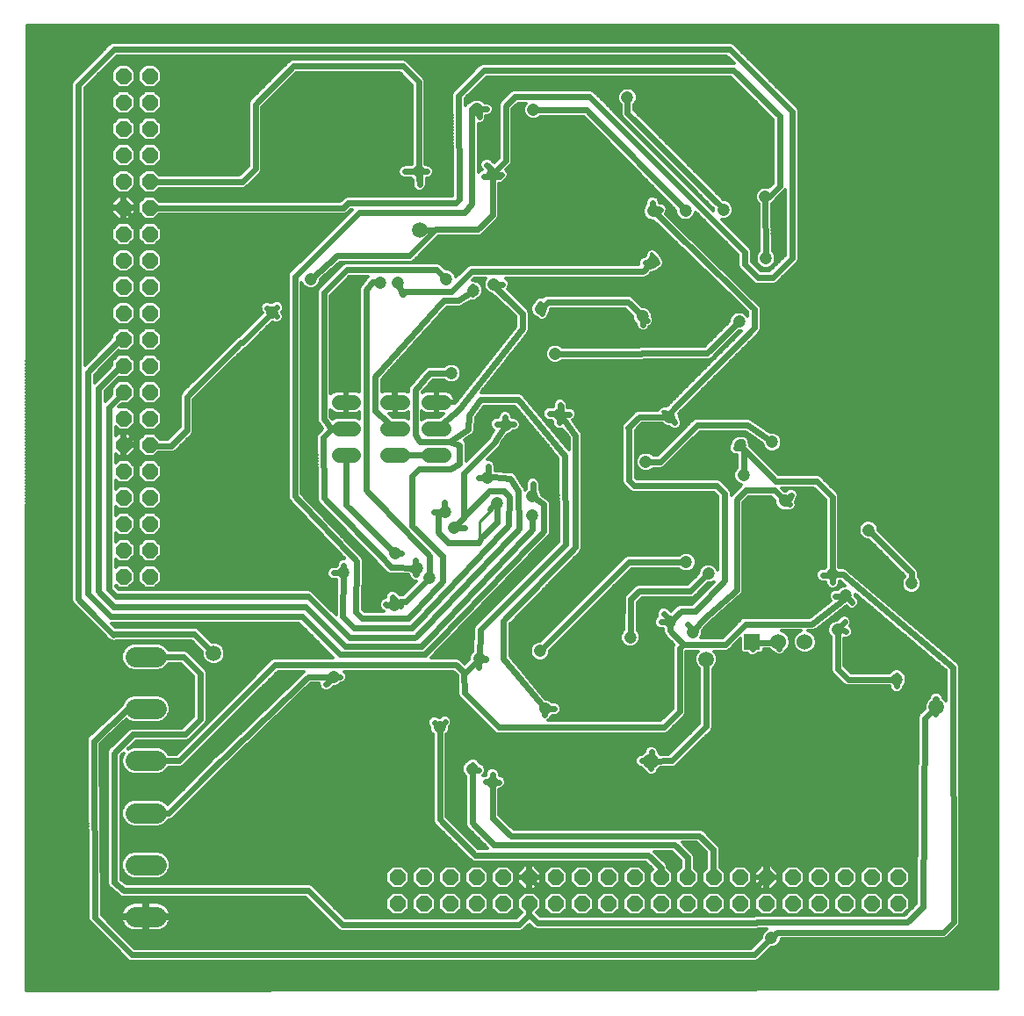
<source format=gbl>
G75*
%MOIN*%
%OFA0B0*%
%FSLAX24Y24*%
%IPPOS*%
%LPD*%
%AMOC8*
5,1,8,0,0,1.08239X$1,22.5*
%
%ADD10C,0.0560*%
%ADD11R,0.0600X0.0600*%
%ADD12C,0.0600*%
%ADD13OC8,0.0600*%
%ADD14C,0.0780*%
%ADD15C,0.0475*%
%ADD16C,0.0120*%
%ADD17C,0.0240*%
%ADD18C,0.0100*%
%ADD19C,0.0200*%
%ADD20C,0.0110*%
%ADD21C,0.0591*%
D10*
X012480Y021010D02*
X013040Y021010D01*
X013040Y022010D02*
X012480Y022010D01*
X012480Y023010D02*
X013040Y023010D01*
X014340Y023010D02*
X014900Y023010D01*
X014900Y022010D02*
X014340Y022010D01*
X014340Y021010D02*
X014900Y021010D01*
X015900Y021010D02*
X016460Y021010D01*
X016460Y022010D02*
X015900Y022010D01*
X015900Y023010D02*
X016460Y023010D01*
D11*
X028170Y013900D03*
D12*
X029170Y013900D03*
X030170Y013900D03*
D13*
X029710Y004960D03*
X028710Y004960D03*
X028710Y003960D03*
X029710Y003960D03*
X030710Y003960D03*
X031710Y003960D03*
X031710Y004960D03*
X030710Y004960D03*
X032710Y004960D03*
X032710Y003960D03*
X033710Y003960D03*
X033710Y004960D03*
X027710Y004960D03*
X027710Y003960D03*
X026710Y003960D03*
X025710Y003960D03*
X025710Y004960D03*
X026710Y004960D03*
X024710Y004960D03*
X024710Y003960D03*
X023710Y003960D03*
X022710Y003960D03*
X022710Y004960D03*
X023710Y004960D03*
X021710Y004960D03*
X020710Y004960D03*
X020710Y003960D03*
X021710Y003960D03*
X019710Y003960D03*
X019710Y004960D03*
X018710Y004960D03*
X017710Y004960D03*
X017710Y003960D03*
X018710Y003960D03*
X016710Y003960D03*
X015710Y003960D03*
X015710Y004960D03*
X016710Y004960D03*
X014710Y004960D03*
X014710Y003960D03*
X005310Y016380D03*
X005310Y017380D03*
X004310Y017380D03*
X004310Y016380D03*
X004310Y018380D03*
X005310Y018380D03*
X005310Y019380D03*
X005310Y020380D03*
X004310Y020380D03*
X004310Y019380D03*
X004310Y021380D03*
X004310Y022380D03*
X005310Y022380D03*
X005310Y021380D03*
X005310Y023380D03*
X004310Y023380D03*
X004310Y024380D03*
X004310Y025380D03*
X005310Y025380D03*
X005310Y024380D03*
X005310Y026380D03*
X004310Y026380D03*
X004310Y027380D03*
X004310Y028380D03*
X005310Y028380D03*
X005310Y027380D03*
X005310Y029380D03*
X004310Y029380D03*
X004310Y030380D03*
X004310Y031380D03*
X005310Y031380D03*
X005310Y030380D03*
X005310Y032380D03*
X005310Y033380D03*
X004310Y033380D03*
X004310Y032380D03*
X004310Y034380D03*
X005310Y034380D03*
X005310Y035380D03*
X004310Y035380D03*
D14*
X004770Y013330D02*
X005550Y013330D01*
X005550Y011360D02*
X004770Y011360D01*
X004770Y009390D02*
X005550Y009390D01*
X005550Y007410D02*
X004770Y007410D01*
X004770Y005440D02*
X005550Y005440D01*
X005550Y003470D02*
X004770Y003470D01*
D15*
X009480Y009390D03*
X012770Y012000D03*
X012290Y012580D03*
X014590Y015300D03*
X015910Y016330D03*
X015460Y016710D03*
X014610Y017260D03*
X012660Y016520D03*
X016510Y018820D03*
X016870Y018240D03*
X018490Y019160D03*
X018140Y020120D03*
X019830Y019420D03*
X019830Y018700D03*
X018610Y015750D03*
X019510Y014860D03*
X020120Y013560D03*
X020310Y011360D03*
X017810Y013260D03*
X016370Y011640D03*
X016310Y010660D03*
X017550Y009080D03*
X018310Y008560D03*
X023710Y008360D03*
X023550Y014080D03*
X025060Y014660D03*
X025910Y014280D03*
X027370Y014710D03*
X026510Y016500D03*
X025670Y016930D03*
X025510Y019280D03*
X024140Y020740D03*
X025040Y022450D03*
X027710Y021360D03*
X027850Y020240D03*
X028610Y019060D03*
X029410Y019260D03*
X030010Y020960D03*
X028930Y021490D03*
X028470Y024540D03*
X027680Y026070D03*
X028690Y028460D03*
X027080Y030310D03*
X025650Y030270D03*
X024410Y030260D03*
X024380Y028310D03*
X024570Y026760D03*
X024010Y026260D03*
X020700Y024840D03*
X020150Y026540D03*
X019510Y027310D03*
X018360Y027480D03*
X017580Y027250D03*
X016560Y027680D03*
X014730Y027550D03*
X014070Y027550D03*
X011420Y027680D03*
X009960Y026410D03*
X009760Y027450D03*
X015510Y031760D03*
X017730Y034140D03*
X019870Y034110D03*
X018310Y031660D03*
X023440Y034570D03*
X028510Y032760D03*
X028670Y030800D03*
X020870Y022540D03*
X018810Y022150D03*
X018190Y022660D03*
X016760Y024100D03*
X017360Y024760D03*
X031210Y016460D03*
X031710Y015660D03*
X031410Y014360D03*
X033660Y012480D03*
X034220Y016120D03*
X032590Y018150D03*
X028900Y002670D03*
D16*
X000611Y000681D02*
X000659Y037296D01*
X037500Y037296D01*
X037480Y000729D01*
X000611Y000681D01*
X000611Y000734D02*
X037480Y000734D01*
X037480Y000853D02*
X000611Y000853D01*
X000611Y000971D02*
X037480Y000971D01*
X037481Y001090D02*
X000611Y001090D01*
X000611Y001208D02*
X037481Y001208D01*
X037481Y001327D02*
X000611Y001327D01*
X000612Y001445D02*
X037481Y001445D01*
X037481Y001564D02*
X000612Y001564D01*
X000612Y001682D02*
X037481Y001682D01*
X037481Y001801D02*
X028399Y001801D01*
X028397Y001800D02*
X028890Y002293D01*
X028975Y002293D01*
X029114Y002350D01*
X029220Y002456D01*
X029277Y002595D01*
X029277Y002620D01*
X035462Y002620D01*
X035557Y002660D01*
X035957Y003060D01*
X035958Y003060D01*
X035994Y003097D01*
X036030Y003133D01*
X036031Y003133D01*
X036050Y003181D01*
X036070Y003228D01*
X036070Y003229D01*
X036070Y003281D01*
X036070Y003332D01*
X036050Y012900D01*
X036053Y012911D01*
X036050Y012951D01*
X036050Y012992D01*
X036046Y013003D01*
X036045Y013014D01*
X036026Y013050D01*
X036010Y013088D01*
X036002Y013096D01*
X035997Y013106D01*
X035966Y013132D01*
X035937Y013161D01*
X035926Y013165D01*
X031786Y016652D01*
X031757Y016680D01*
X031747Y016685D01*
X031738Y016692D01*
X031699Y016704D01*
X031662Y016720D01*
X031650Y016720D01*
X031639Y016723D01*
X031599Y016720D01*
X031484Y016720D01*
X031470Y016734D01*
X031470Y019462D01*
X031430Y019557D01*
X030830Y020157D01*
X030757Y020230D01*
X030662Y020270D01*
X029168Y020270D01*
X028087Y021350D01*
X028087Y021435D01*
X028060Y021501D01*
X028060Y021542D01*
X028020Y021637D01*
X027947Y021710D01*
X027852Y021750D01*
X027748Y021750D01*
X027718Y021737D01*
X027635Y021737D01*
X027496Y021680D01*
X027390Y021574D01*
X027333Y021435D01*
X027333Y021420D01*
X027330Y021417D01*
X027290Y021322D01*
X027290Y021218D01*
X027330Y021123D01*
X027403Y021050D01*
X027498Y021010D01*
X027569Y021010D01*
X027590Y021001D01*
X027590Y020514D01*
X027530Y020454D01*
X027473Y020315D01*
X027473Y020165D01*
X027530Y020026D01*
X027636Y019920D01*
X027768Y019865D01*
X027710Y019807D01*
X027380Y019478D01*
X027380Y019538D01*
X027381Y019587D01*
X027380Y019589D01*
X027380Y019592D01*
X027361Y019637D01*
X027343Y019684D01*
X027341Y019685D01*
X027340Y019687D01*
X027305Y019722D01*
X027051Y019985D01*
X027050Y019987D01*
X027015Y020022D01*
X026981Y020058D01*
X026979Y020059D01*
X026977Y020060D01*
X026932Y020079D01*
X026886Y020099D01*
X026884Y020099D01*
X026882Y020100D01*
X026832Y020100D01*
X026783Y020101D01*
X026781Y020100D01*
X023784Y020100D01*
X023750Y020132D01*
X023750Y021952D01*
X023988Y022190D01*
X024766Y022190D01*
X024826Y022130D01*
X024965Y022073D01*
X025032Y022073D01*
X025083Y022016D01*
X025177Y021973D01*
X025280Y021968D01*
X025377Y022003D01*
X025454Y022073D01*
X025497Y022167D01*
X025502Y022270D01*
X025467Y022367D01*
X025417Y022421D01*
X025417Y022525D01*
X025395Y022578D01*
X028444Y025637D01*
X028480Y025673D01*
X028480Y025673D01*
X028481Y025673D01*
X028500Y025721D01*
X028520Y025768D01*
X028520Y025768D01*
X028520Y025769D01*
X028520Y025820D01*
X028520Y026480D01*
X028521Y026482D01*
X028520Y026532D01*
X028520Y026582D01*
X028519Y026584D01*
X028519Y026586D01*
X028499Y026631D01*
X028480Y026677D01*
X028479Y026679D01*
X028478Y026681D01*
X028442Y026715D01*
X028407Y026750D01*
X028405Y026751D01*
X024897Y030150D01*
X024940Y030222D01*
X024955Y030324D01*
X024929Y030425D01*
X024867Y030507D01*
X024778Y030560D01*
X024689Y030573D01*
X024672Y030580D01*
X024660Y030580D01*
X024662Y030622D01*
X024660Y030627D01*
X024660Y030632D01*
X024642Y030675D01*
X024626Y030719D01*
X024622Y030722D01*
X024620Y030727D01*
X024587Y030760D01*
X024556Y030795D01*
X024551Y030797D01*
X024547Y030800D01*
X024504Y030818D01*
X024462Y030838D01*
X024456Y030838D01*
X024452Y030840D01*
X024405Y030840D01*
X024358Y030842D01*
X024353Y030840D01*
X024348Y030840D01*
X024305Y030822D01*
X024261Y030806D01*
X024258Y030802D01*
X024253Y030800D01*
X024220Y030767D01*
X024185Y030736D01*
X024183Y030731D01*
X024180Y030727D01*
X024162Y030684D01*
X024142Y030642D01*
X024142Y030636D01*
X024140Y030632D01*
X024140Y030585D01*
X024138Y030521D01*
X024090Y030474D01*
X024033Y030335D01*
X024033Y030185D01*
X024090Y030046D01*
X024196Y029940D01*
X024335Y029883D01*
X024426Y029883D01*
X028000Y026420D01*
X028000Y026284D01*
X027894Y026390D01*
X027755Y026447D01*
X027605Y026447D01*
X027466Y026390D01*
X027360Y026284D01*
X027303Y026145D01*
X027303Y026060D01*
X026362Y025120D01*
X023928Y025120D01*
X023880Y025100D01*
X020974Y025100D01*
X020914Y025160D01*
X020775Y025217D01*
X020625Y025217D01*
X020486Y025160D01*
X020380Y025054D01*
X020323Y024915D01*
X020323Y024765D01*
X020380Y024626D01*
X020486Y024520D01*
X020625Y024463D01*
X020775Y024463D01*
X020914Y024520D01*
X020974Y024580D01*
X024012Y024580D01*
X024060Y024600D01*
X026522Y024600D01*
X026617Y024640D01*
X027670Y025693D01*
X027755Y025693D01*
X027773Y025700D01*
X024938Y022856D01*
X024910Y022868D01*
X024807Y022872D01*
X024750Y022850D01*
X024717Y022850D01*
X024600Y022733D01*
X024600Y022710D01*
X023828Y022710D01*
X023733Y022670D01*
X023343Y022280D01*
X023270Y022207D01*
X023250Y022187D01*
X023210Y022092D01*
X023210Y021988D01*
X023230Y021940D01*
X023230Y020068D01*
X023229Y020065D01*
X023230Y020016D01*
X023230Y019968D01*
X023231Y019965D01*
X023231Y019961D01*
X023251Y019917D01*
X023270Y019873D01*
X023272Y019870D01*
X023274Y019867D01*
X023309Y019834D01*
X023343Y019800D01*
X023346Y019798D01*
X023499Y019654D01*
X023533Y019620D01*
X023536Y019618D01*
X023539Y019616D01*
X023584Y019598D01*
X023628Y019580D01*
X023632Y019580D01*
X023635Y019579D01*
X023684Y019580D01*
X026720Y019580D01*
X026860Y019435D01*
X026860Y016641D01*
X026830Y016714D01*
X026724Y016820D01*
X026585Y016877D01*
X026435Y016877D01*
X026296Y016820D01*
X026190Y016714D01*
X026133Y016575D01*
X026133Y016500D01*
X025722Y016090D01*
X023828Y016090D01*
X023733Y016050D01*
X023387Y015705D01*
X023352Y015670D01*
X023351Y015669D01*
X023350Y015667D01*
X023330Y015621D01*
X023311Y015575D01*
X023311Y015573D01*
X023310Y015572D01*
X023310Y015522D01*
X023294Y014358D01*
X023230Y014294D01*
X023173Y014155D01*
X023173Y014005D01*
X023230Y013866D01*
X023336Y013760D01*
X023475Y013703D01*
X023625Y013703D01*
X023764Y013760D01*
X023870Y013866D01*
X023927Y014005D01*
X023927Y014155D01*
X023870Y014294D01*
X023814Y014350D01*
X023829Y015411D01*
X023988Y015570D01*
X025882Y015570D01*
X025977Y015610D01*
X026050Y015683D01*
X026490Y016123D01*
X026585Y016123D01*
X026714Y016176D01*
X025905Y015345D01*
X025433Y015345D01*
X025338Y015305D01*
X025095Y015063D01*
X024967Y015190D01*
X024872Y015230D01*
X024768Y015230D01*
X024673Y015190D01*
X024600Y015117D01*
X024560Y015022D01*
X024560Y014918D01*
X024575Y014881D01*
X024573Y014880D01*
X024500Y014807D01*
X024460Y014712D01*
X024460Y014608D01*
X024500Y014513D01*
X024573Y014440D01*
X024668Y014400D01*
X024786Y014400D01*
X024800Y014386D01*
X024800Y014321D01*
X024800Y014271D01*
X024800Y014270D01*
X024800Y014268D01*
X024819Y014222D01*
X024838Y014175D01*
X024839Y014174D01*
X024840Y014173D01*
X024875Y014137D01*
X025194Y013812D01*
X025190Y013807D01*
X025150Y013712D01*
X025150Y011368D01*
X024702Y010920D01*
X020424Y010920D01*
X020447Y010930D01*
X020520Y011003D01*
X020544Y011061D01*
X020584Y011100D01*
X020722Y011100D01*
X020817Y011140D01*
X020890Y011213D01*
X020930Y011308D01*
X020930Y011412D01*
X020890Y011507D01*
X020817Y011580D01*
X020722Y011620D01*
X020584Y011620D01*
X020524Y011680D01*
X020385Y011737D01*
X020334Y011737D01*
X018990Y013354D01*
X018990Y014584D01*
X021645Y017307D01*
X021680Y017342D01*
X021681Y017344D01*
X021682Y017346D01*
X021701Y017392D01*
X021720Y017438D01*
X021720Y017440D01*
X021721Y017442D01*
X021720Y017491D01*
X021730Y021719D01*
X021735Y021750D01*
X021730Y021770D01*
X021730Y021791D01*
X021718Y021820D01*
X021711Y021851D01*
X021699Y021868D01*
X021691Y021887D01*
X021669Y021909D01*
X021369Y022322D01*
X021387Y022330D01*
X021460Y022403D01*
X021500Y022498D01*
X021500Y022602D01*
X021460Y022697D01*
X021387Y022770D01*
X021292Y022810D01*
X021170Y022810D01*
X021170Y022922D01*
X021130Y023017D01*
X021100Y023047D01*
X021027Y023120D01*
X020932Y023160D01*
X020828Y023160D01*
X020733Y023120D01*
X020660Y023047D01*
X020620Y022952D01*
X020620Y022840D01*
X020438Y022840D01*
X020343Y022800D01*
X020333Y022790D01*
X020260Y022717D01*
X020220Y022622D01*
X020220Y022518D01*
X020260Y022423D01*
X020333Y022350D01*
X020428Y022310D01*
X020566Y022310D01*
X020600Y022276D01*
X020600Y022168D01*
X020640Y022073D01*
X020713Y022000D01*
X020808Y021960D01*
X020912Y021960D01*
X020971Y021985D01*
X021210Y021656D01*
X021209Y021208D01*
X019515Y023246D01*
X019510Y023257D01*
X019482Y023285D01*
X019457Y023316D01*
X019446Y023322D01*
X019437Y023330D01*
X019401Y023346D01*
X019365Y023364D01*
X019353Y023365D01*
X019342Y023370D01*
X019302Y023370D01*
X019262Y023374D01*
X019251Y023370D01*
X017901Y023370D01*
X017884Y023374D01*
X019656Y025619D01*
X019683Y025646D01*
X019688Y025659D01*
X019696Y025669D01*
X019707Y025707D01*
X019721Y025743D01*
X019721Y025756D01*
X019724Y025769D01*
X019720Y025807D01*
X019711Y026335D01*
X019712Y026338D01*
X019710Y026384D01*
X019710Y026394D01*
X019710Y026431D01*
X019709Y026433D01*
X019709Y026436D01*
X019708Y026438D01*
X019708Y026441D01*
X019689Y026483D01*
X019687Y026488D01*
X019671Y026526D01*
X019671Y026526D01*
X019671Y026526D01*
X019669Y026528D01*
X019668Y026531D01*
X019666Y026533D01*
X019665Y026535D01*
X019631Y026567D01*
X019629Y026569D01*
X018896Y027308D01*
X018910Y027323D01*
X018950Y027418D01*
X018950Y027522D01*
X018910Y027617D01*
X018837Y027690D01*
X018814Y027700D01*
X023980Y027700D01*
X023981Y027699D01*
X024031Y027700D01*
X024082Y027700D01*
X024083Y027701D01*
X024085Y027701D01*
X024131Y027720D01*
X024177Y027740D01*
X024178Y027741D01*
X024180Y027741D01*
X024208Y027771D01*
X024221Y027774D01*
X024302Y027839D01*
X024333Y027894D01*
X024453Y027933D01*
X024455Y027933D01*
X024594Y027990D01*
X024665Y028061D01*
X024674Y028066D01*
X024712Y028083D01*
X024719Y028091D01*
X024729Y028096D01*
X024755Y028128D01*
X024784Y028158D01*
X024787Y028168D01*
X024794Y028176D01*
X024806Y028215D01*
X024821Y028254D01*
X024821Y028265D01*
X024824Y028275D01*
X024820Y028316D01*
X024819Y028357D01*
X024815Y028367D01*
X024813Y028378D01*
X024794Y028414D01*
X024777Y028452D01*
X024769Y028459D01*
X024725Y028542D01*
X024710Y028577D01*
X024709Y028578D01*
X024709Y028580D01*
X024706Y028583D01*
X024704Y028587D01*
X024698Y028592D01*
X024694Y028599D01*
X024665Y028623D01*
X024644Y028644D01*
X024637Y028669D01*
X024636Y028670D01*
X024636Y028671D01*
X024604Y028711D01*
X024573Y028750D01*
X024572Y028751D01*
X024571Y028752D01*
X024527Y028777D01*
X024484Y028802D01*
X024482Y028802D01*
X024481Y028802D01*
X024469Y028804D01*
X024453Y028820D01*
X024287Y028820D01*
X024170Y028703D01*
X024170Y028698D01*
X024160Y028687D01*
X024120Y028592D01*
X024120Y028584D01*
X024086Y028550D01*
X024053Y028549D01*
X023958Y028507D01*
X023886Y028432D01*
X023849Y028336D01*
X023851Y028233D01*
X023857Y028220D01*
X017458Y028220D01*
X017363Y028180D01*
X016937Y027755D01*
X016880Y027894D01*
X016774Y028000D01*
X016635Y028057D01*
X016550Y028057D01*
X016516Y028091D01*
X016516Y028091D01*
X016511Y028097D01*
X016508Y028103D01*
X016475Y028133D01*
X016443Y028165D01*
X016436Y028167D01*
X016379Y028219D01*
X016347Y028250D01*
X016340Y028253D01*
X016335Y028258D01*
X016293Y028273D01*
X016252Y028290D01*
X016244Y028290D01*
X016237Y028292D01*
X016193Y028290D01*
X012728Y028290D01*
X012633Y028250D01*
X012560Y028177D01*
X011690Y027307D01*
X011650Y027212D01*
X011650Y022374D01*
X011646Y022337D01*
X011650Y022323D01*
X011650Y022308D01*
X011664Y022274D01*
X011675Y022238D01*
X011684Y022226D01*
X011690Y022213D01*
X011716Y022186D01*
X011862Y022004D01*
X011714Y021852D01*
X011679Y021816D01*
X011678Y021815D01*
X011677Y021814D01*
X011659Y021767D01*
X011640Y021721D01*
X011640Y021719D01*
X011639Y021718D01*
X011640Y021667D01*
X011650Y019361D01*
X011649Y019312D01*
X011650Y019310D01*
X011650Y019307D01*
X011669Y019262D01*
X011688Y019216D01*
X011689Y019214D01*
X011690Y019212D01*
X011725Y019177D01*
X014127Y016710D01*
X014283Y016549D01*
X014318Y016513D01*
X014319Y016512D01*
X014320Y016512D01*
X014367Y016491D01*
X014413Y016471D01*
X014414Y016471D01*
X014415Y016471D01*
X014466Y016470D01*
X015122Y016457D01*
X015140Y016442D01*
X015140Y016428D01*
X015180Y016333D01*
X015263Y016250D01*
X015358Y016210D01*
X015426Y016210D01*
X014918Y015697D01*
X014859Y015701D01*
X014830Y015708D01*
X014808Y015704D01*
X014793Y015705D01*
X014740Y015757D01*
X014667Y015830D01*
X014572Y015870D01*
X014468Y015870D01*
X014373Y015830D01*
X014300Y015757D01*
X014260Y015662D01*
X014260Y015590D01*
X014218Y015590D01*
X014123Y015550D01*
X014050Y015477D01*
X014010Y015382D01*
X014010Y015278D01*
X014050Y015183D01*
X014153Y015080D01*
X014200Y015060D01*
X013468Y015060D01*
X013401Y015127D01*
X013420Y016955D01*
X013421Y017005D01*
X013420Y017007D01*
X013421Y017009D01*
X013402Y017055D01*
X013384Y017102D01*
X013383Y017103D01*
X013382Y017105D01*
X013347Y017141D01*
X011070Y019534D01*
X011070Y027539D01*
X011100Y027466D01*
X011206Y027360D01*
X011345Y027303D01*
X011495Y027303D01*
X011634Y027360D01*
X011740Y027466D01*
X011797Y027605D01*
X011797Y027668D01*
X012509Y028300D01*
X015212Y028300D01*
X015307Y028340D01*
X015380Y028413D01*
X016242Y029275D01*
X016268Y029300D01*
X017812Y029300D01*
X017907Y029340D01*
X018457Y029890D01*
X018530Y029963D01*
X018570Y030058D01*
X018570Y031310D01*
X018632Y031310D01*
X018727Y031350D01*
X018840Y031463D01*
X018870Y031493D01*
X018910Y031588D01*
X018910Y031692D01*
X018870Y031787D01*
X018838Y031820D01*
X019030Y032013D01*
X019070Y032108D01*
X019070Y034142D01*
X019278Y034350D01*
X019576Y034350D01*
X019550Y034324D01*
X019493Y034185D01*
X019493Y034035D01*
X019550Y033896D01*
X019656Y033790D01*
X019795Y033733D01*
X019945Y033733D01*
X020084Y033790D01*
X020142Y033848D01*
X021780Y033841D01*
X025273Y030283D01*
X025273Y030195D01*
X025330Y030056D01*
X025436Y029950D01*
X025575Y029893D01*
X025725Y029893D01*
X025864Y029950D01*
X025970Y030056D01*
X026027Y030195D01*
X026027Y030205D01*
X027640Y028592D01*
X027640Y028168D01*
X027680Y028073D01*
X027753Y028000D01*
X028243Y027510D01*
X028338Y027470D01*
X029002Y027470D01*
X029097Y027510D01*
X029170Y027583D01*
X029920Y028333D01*
X029960Y028428D01*
X029960Y034072D01*
X029920Y034167D01*
X029847Y034240D01*
X027457Y036630D01*
X027362Y036670D01*
X003908Y036670D01*
X003813Y036630D01*
X003740Y036557D01*
X002380Y035197D01*
X002340Y035102D01*
X002340Y015521D01*
X002339Y015471D01*
X002340Y015470D01*
X002340Y015468D01*
X002359Y015422D01*
X002378Y015375D01*
X002379Y015374D01*
X002380Y015373D01*
X002415Y015337D01*
X003077Y014660D01*
X003077Y014660D01*
X003760Y013961D01*
X003855Y013921D01*
X003959Y013919D01*
X004010Y013940D01*
X006892Y013940D01*
X007305Y013528D01*
X007305Y013373D01*
X007371Y013213D01*
X007493Y013091D01*
X007653Y013025D01*
X007827Y013025D01*
X007987Y013091D01*
X008109Y013213D01*
X008175Y013373D01*
X008175Y013547D01*
X008109Y013707D01*
X007987Y013829D01*
X007827Y013895D01*
X007672Y013895D01*
X007147Y014420D01*
X007052Y014460D01*
X004000Y014460D01*
X003863Y014600D01*
X010972Y014600D01*
X012272Y013300D01*
X010018Y013300D01*
X009923Y013260D01*
X006312Y009650D01*
X006016Y009650D01*
X005999Y009690D01*
X005850Y009839D01*
X005655Y009920D01*
X004665Y009920D01*
X004499Y009851D01*
X004778Y010130D01*
X006702Y010130D01*
X006797Y010170D01*
X006870Y010243D01*
X007367Y010740D01*
X007440Y010813D01*
X007480Y010908D01*
X007480Y012762D01*
X007440Y012857D01*
X006820Y013477D01*
X006747Y013550D01*
X006652Y013590D01*
X006016Y013590D01*
X005999Y013630D01*
X005850Y013779D01*
X005655Y013860D01*
X004665Y013860D01*
X004470Y013779D01*
X004321Y013630D01*
X004240Y013435D01*
X004240Y013225D01*
X004321Y013030D01*
X004470Y012881D01*
X004665Y012800D01*
X005655Y012800D01*
X005850Y012881D01*
X005999Y013030D01*
X006016Y013070D01*
X006492Y013070D01*
X006960Y012602D01*
X006960Y011068D01*
X006542Y010650D01*
X004618Y010650D01*
X004523Y010610D01*
X004450Y010537D01*
X003740Y009827D01*
X003700Y009732D01*
X003700Y004812D01*
X003697Y004802D01*
X003700Y004760D01*
X003700Y004718D01*
X003704Y004709D01*
X003705Y004699D01*
X003724Y004662D01*
X003740Y004623D01*
X003747Y004616D01*
X003751Y004607D01*
X003783Y004579D01*
X003813Y004550D01*
X003822Y004546D01*
X004143Y004269D01*
X004173Y004240D01*
X004182Y004236D01*
X004190Y004229D01*
X004229Y004216D01*
X004268Y004200D01*
X004278Y004200D01*
X004288Y004197D01*
X004330Y004200D01*
X011222Y004200D01*
X012483Y002940D01*
X012578Y002900D01*
X019372Y002900D01*
X019467Y002940D01*
X019540Y003013D01*
X019710Y003182D01*
X019873Y003020D01*
X019968Y002980D01*
X028392Y002980D01*
X028440Y003000D01*
X028710Y003000D01*
X028686Y002990D01*
X028580Y002884D01*
X028523Y002745D01*
X028523Y002660D01*
X028142Y002280D01*
X004739Y002280D01*
X003489Y003547D01*
X003441Y010028D01*
X004427Y010954D01*
X004470Y010911D01*
X004665Y010830D01*
X005655Y010830D01*
X005850Y010911D01*
X005999Y011060D01*
X006080Y011255D01*
X006080Y011465D01*
X005999Y011660D01*
X005850Y011809D01*
X005655Y011890D01*
X004665Y011890D01*
X004470Y011809D01*
X004321Y011660D01*
X004258Y011508D01*
X003036Y010361D01*
X003031Y010359D01*
X002998Y010326D01*
X002964Y010294D01*
X002962Y010289D01*
X002958Y010286D01*
X002941Y010242D01*
X002922Y010200D01*
X002922Y010195D01*
X002920Y010190D01*
X002920Y010143D01*
X002918Y010097D01*
X002920Y010092D01*
X002970Y003440D01*
X002970Y003390D01*
X002970Y003388D01*
X002970Y003386D01*
X002990Y003340D01*
X003009Y003294D01*
X003010Y003293D01*
X003011Y003291D01*
X003046Y003256D01*
X004409Y001874D01*
X004410Y001873D01*
X004445Y001837D01*
X004481Y001801D01*
X000612Y001801D01*
X000612Y001919D02*
X004364Y001919D01*
X004481Y001801D02*
X004482Y001800D01*
X004483Y001800D01*
X004530Y001780D01*
X004576Y001760D01*
X004577Y001760D01*
X004578Y001760D01*
X004629Y001760D01*
X004680Y001760D01*
X004681Y001760D01*
X028302Y001760D01*
X028397Y001800D01*
X028517Y001919D02*
X037481Y001919D01*
X037481Y002038D02*
X028636Y002038D01*
X028754Y002156D02*
X037481Y002156D01*
X037481Y002275D02*
X028873Y002275D01*
X029157Y002393D02*
X037481Y002393D01*
X037481Y002512D02*
X029243Y002512D01*
X028682Y002986D02*
X028406Y002986D01*
X028573Y002867D02*
X004160Y002867D01*
X004276Y002749D02*
X028524Y002749D01*
X028493Y002630D02*
X004393Y002630D01*
X004510Y002512D02*
X028374Y002512D01*
X028256Y002393D02*
X004627Y002393D01*
X004247Y002038D02*
X000612Y002038D01*
X000613Y002156D02*
X004130Y002156D01*
X004013Y002275D02*
X000613Y002275D01*
X000613Y002393D02*
X003897Y002393D01*
X003780Y002512D02*
X000613Y002512D01*
X000613Y002630D02*
X003663Y002630D01*
X003546Y002749D02*
X000613Y002749D01*
X000614Y002867D02*
X003429Y002867D01*
X003312Y002986D02*
X000614Y002986D01*
X000614Y003104D02*
X003196Y003104D01*
X003079Y003223D02*
X000614Y003223D01*
X000614Y003341D02*
X002989Y003341D01*
X002970Y003460D02*
X000614Y003460D01*
X000614Y003579D02*
X002969Y003579D01*
X002968Y003697D02*
X000615Y003697D01*
X000615Y003816D02*
X002967Y003816D01*
X002966Y003934D02*
X000615Y003934D01*
X000615Y004053D02*
X002965Y004053D01*
X002965Y004171D02*
X000615Y004171D01*
X000615Y004290D02*
X002964Y004290D01*
X002963Y004408D02*
X000616Y004408D01*
X000616Y004527D02*
X002962Y004527D01*
X002961Y004645D02*
X000616Y004645D01*
X000616Y004764D02*
X002960Y004764D01*
X002959Y004882D02*
X000616Y004882D01*
X000616Y005001D02*
X002958Y005001D01*
X002957Y005119D02*
X000617Y005119D01*
X000617Y005238D02*
X002957Y005238D01*
X002956Y005356D02*
X000617Y005356D01*
X000617Y005475D02*
X002955Y005475D01*
X002954Y005593D02*
X000617Y005593D01*
X000617Y005712D02*
X002953Y005712D01*
X002952Y005830D02*
X000617Y005830D01*
X000618Y005949D02*
X002951Y005949D01*
X002950Y006067D02*
X000618Y006067D01*
X000618Y006186D02*
X002950Y006186D01*
X002949Y006304D02*
X000618Y006304D01*
X000618Y006423D02*
X002948Y006423D01*
X002947Y006541D02*
X000618Y006541D01*
X000619Y006660D02*
X002946Y006660D01*
X002945Y006778D02*
X000619Y006778D01*
X000619Y006897D02*
X002944Y006897D01*
X002943Y007015D02*
X000619Y007015D01*
X000619Y007134D02*
X002942Y007134D01*
X002942Y007252D02*
X000619Y007252D01*
X000620Y007371D02*
X002941Y007371D01*
X002940Y007489D02*
X000620Y007489D01*
X000620Y007608D02*
X002939Y007608D01*
X002938Y007726D02*
X000620Y007726D01*
X000620Y007845D02*
X002937Y007845D01*
X002936Y007963D02*
X000620Y007963D01*
X000620Y008082D02*
X002935Y008082D01*
X002934Y008200D02*
X000621Y008200D01*
X000621Y008319D02*
X002934Y008319D01*
X002933Y008437D02*
X000621Y008437D01*
X000621Y008556D02*
X002932Y008556D01*
X002931Y008674D02*
X000621Y008674D01*
X000621Y008793D02*
X002930Y008793D01*
X002929Y008911D02*
X000622Y008911D01*
X000622Y009030D02*
X002928Y009030D01*
X002927Y009148D02*
X000622Y009148D01*
X000622Y009267D02*
X002927Y009267D01*
X002926Y009385D02*
X000622Y009385D01*
X000622Y009504D02*
X002925Y009504D01*
X002924Y009622D02*
X000623Y009622D01*
X000623Y009741D02*
X002923Y009741D01*
X002922Y009859D02*
X000623Y009859D01*
X000623Y009978D02*
X002921Y009978D01*
X002919Y010096D02*
X000623Y010096D01*
X000623Y010215D02*
X002928Y010215D01*
X003005Y010333D02*
X000623Y010333D01*
X000624Y010452D02*
X003132Y010452D01*
X003258Y010570D02*
X000624Y010570D01*
X000624Y010689D02*
X003385Y010689D01*
X003511Y010807D02*
X000624Y010807D01*
X000624Y010926D02*
X003637Y010926D01*
X003763Y011044D02*
X000624Y011044D01*
X000625Y011163D02*
X003890Y011163D01*
X004016Y011281D02*
X000625Y011281D01*
X000625Y011400D02*
X004142Y011400D01*
X004262Y011518D02*
X000625Y011518D01*
X000625Y011637D02*
X004311Y011637D01*
X004415Y011755D02*
X000625Y011755D01*
X000626Y011874D02*
X004625Y011874D01*
X004613Y012822D02*
X000627Y012822D01*
X000627Y012940D02*
X004410Y012940D01*
X004309Y013059D02*
X000627Y013059D01*
X000627Y013177D02*
X004260Y013177D01*
X004240Y013296D02*
X000627Y013296D01*
X000628Y013414D02*
X004240Y013414D01*
X004280Y013533D02*
X000628Y013533D01*
X000628Y013651D02*
X004341Y013651D01*
X004460Y013770D02*
X000628Y013770D01*
X000628Y013888D02*
X006944Y013888D01*
X007063Y013770D02*
X005860Y013770D01*
X005979Y013651D02*
X007181Y013651D01*
X007300Y013533D02*
X006765Y013533D01*
X006884Y013414D02*
X007305Y013414D01*
X007337Y013296D02*
X007002Y013296D01*
X007121Y013177D02*
X007407Y013177D01*
X007572Y013059D02*
X007239Y013059D01*
X007358Y012940D02*
X009602Y012940D01*
X009484Y012822D02*
X007455Y012822D01*
X007480Y012703D02*
X009365Y012703D01*
X009247Y012585D02*
X007480Y012585D01*
X007480Y012466D02*
X009128Y012466D01*
X009010Y012348D02*
X007480Y012348D01*
X007480Y012229D02*
X008891Y012229D01*
X008773Y012111D02*
X007480Y012111D01*
X007480Y011992D02*
X008654Y011992D01*
X008536Y011874D02*
X007480Y011874D01*
X007480Y011755D02*
X008417Y011755D01*
X008299Y011637D02*
X007480Y011637D01*
X007480Y011518D02*
X008180Y011518D01*
X008062Y011400D02*
X007480Y011400D01*
X007480Y011281D02*
X007943Y011281D01*
X007825Y011163D02*
X007480Y011163D01*
X007480Y011044D02*
X007706Y011044D01*
X007588Y010926D02*
X007480Y010926D01*
X007469Y010807D02*
X007435Y010807D01*
X007367Y010740D02*
X007367Y010740D01*
X007351Y010689D02*
X007316Y010689D01*
X007232Y010570D02*
X007198Y010570D01*
X007114Y010452D02*
X007079Y010452D01*
X006995Y010333D02*
X006961Y010333D01*
X006870Y010243D02*
X006870Y010243D01*
X006877Y010215D02*
X006842Y010215D01*
X006758Y010096D02*
X004744Y010096D01*
X004625Y009978D02*
X006640Y009978D01*
X006521Y009859D02*
X005803Y009859D01*
X005949Y009741D02*
X006403Y009741D01*
X006783Y009385D02*
X007617Y009385D01*
X007499Y009267D02*
X006664Y009267D01*
X006640Y009243D02*
X010178Y012780D01*
X011162Y012780D01*
X011148Y012766D01*
X007816Y009557D01*
X007770Y009537D01*
X007078Y008846D01*
X007042Y008811D01*
X007041Y008809D01*
X007040Y008807D01*
X007022Y008764D01*
X005983Y007726D01*
X005850Y007859D01*
X005655Y007940D01*
X004665Y007940D01*
X004470Y007859D01*
X004321Y007710D01*
X004240Y007515D01*
X004240Y007305D01*
X004321Y007110D01*
X004470Y006961D01*
X004665Y006880D01*
X005655Y006880D01*
X005850Y006961D01*
X005999Y007110D01*
X006016Y007150D01*
X006087Y007150D01*
X006182Y007190D01*
X008089Y009097D01*
X008124Y009131D01*
X011435Y012320D01*
X011740Y012320D01*
X011740Y012238D01*
X011780Y012143D01*
X011853Y012070D01*
X011948Y012030D01*
X012052Y012030D01*
X012147Y012070D01*
X012280Y012203D01*
X012365Y012203D01*
X012504Y012260D01*
X012564Y012320D01*
X012592Y012320D01*
X012687Y012360D01*
X012760Y012433D01*
X012800Y012528D01*
X012800Y012632D01*
X012760Y012727D01*
X012708Y012780D01*
X016822Y012780D01*
X016983Y012639D01*
X017000Y011957D01*
X017000Y011908D01*
X017001Y011905D01*
X017001Y011902D01*
X017021Y011857D01*
X017040Y011813D01*
X017042Y011810D01*
X017043Y011807D01*
X017078Y011774D01*
X018413Y010440D01*
X018508Y010400D01*
X024862Y010400D01*
X024957Y010440D01*
X025630Y011113D01*
X025670Y011208D01*
X025670Y013550D01*
X026124Y013550D01*
X026061Y013487D01*
X025995Y013327D01*
X025995Y013153D01*
X026061Y012993D01*
X026160Y012894D01*
X026160Y010808D01*
X026100Y010747D01*
X026093Y010732D01*
X025001Y009649D01*
X024691Y009645D01*
X024610Y009726D01*
X024610Y009772D01*
X024570Y009867D01*
X024497Y009940D01*
X024402Y009980D01*
X024298Y009980D01*
X024203Y009940D01*
X024130Y009867D01*
X024090Y009772D01*
X024090Y009746D01*
X023994Y009650D01*
X023938Y009650D01*
X023843Y009610D01*
X023770Y009537D01*
X023730Y009442D01*
X023730Y009338D01*
X023770Y009243D01*
X023843Y009170D01*
X023938Y009130D01*
X023974Y009130D01*
X024093Y009011D01*
X024096Y009010D01*
X024116Y008958D01*
X024187Y008883D01*
X024282Y008841D01*
X024385Y008839D01*
X024482Y008876D01*
X024557Y008947D01*
X024585Y009010D01*
X024587Y009011D01*
X024700Y009125D01*
X025111Y009130D01*
X025161Y009130D01*
X025163Y009131D01*
X025165Y009131D01*
X025211Y009150D01*
X025256Y009169D01*
X025258Y009171D01*
X025260Y009172D01*
X025295Y009207D01*
X026577Y010479D01*
X026577Y010480D01*
X026614Y010516D01*
X026650Y010552D01*
X026650Y010552D01*
X026650Y010553D01*
X026670Y010600D01*
X026690Y010647D01*
X026690Y010648D01*
X026690Y010648D01*
X026690Y010700D01*
X026690Y010751D01*
X026690Y012884D01*
X026799Y012993D01*
X026865Y013153D01*
X026865Y013327D01*
X026799Y013487D01*
X026736Y013550D01*
X027110Y013550D01*
X027112Y013549D01*
X027162Y013550D01*
X027212Y013550D01*
X027213Y013551D01*
X027215Y013551D01*
X027261Y013570D01*
X027307Y013590D01*
X027309Y013591D01*
X027310Y013592D01*
X027345Y013627D01*
X027380Y013663D01*
X027381Y013664D01*
X027730Y014023D01*
X027730Y013542D01*
X027812Y013460D01*
X027981Y013460D01*
X027985Y013456D01*
X028002Y013434D01*
X028023Y013421D01*
X028041Y013404D01*
X028067Y013395D01*
X028091Y013380D01*
X028115Y013377D01*
X028138Y013368D01*
X028166Y013369D01*
X028193Y013365D01*
X028217Y013371D01*
X028241Y013372D01*
X028266Y013384D01*
X028293Y013390D01*
X028313Y013405D01*
X028335Y013415D01*
X028354Y013435D01*
X028376Y013452D01*
X028381Y013460D01*
X028528Y013460D01*
X028610Y013542D01*
X028610Y013620D01*
X028828Y013620D01*
X028921Y013527D01*
X028982Y013501D01*
X028986Y013493D01*
X029062Y013423D01*
X029160Y013388D01*
X029263Y013392D01*
X029357Y013436D01*
X029427Y013512D01*
X029439Y013547D01*
X029543Y013651D01*
X029797Y013651D01*
X029921Y013527D01*
X030082Y013460D01*
X030258Y013460D01*
X030419Y013527D01*
X030543Y013651D01*
X031150Y013651D01*
X031150Y013533D02*
X030425Y013533D01*
X030543Y013651D02*
X030610Y013812D01*
X030610Y013988D01*
X030543Y014149D01*
X030419Y014273D01*
X030306Y014320D01*
X030423Y014320D01*
X030458Y014316D01*
X030475Y014320D01*
X030492Y014320D01*
X030524Y014333D01*
X030558Y014343D01*
X030571Y014353D01*
X030587Y014360D01*
X030612Y014384D01*
X031744Y015258D01*
X031813Y015190D01*
X031908Y015150D01*
X032012Y015150D01*
X032107Y015190D01*
X032180Y015263D01*
X032220Y015358D01*
X032220Y015462D01*
X032180Y015557D01*
X032087Y015650D01*
X032087Y015718D01*
X035530Y012819D01*
X035533Y011658D01*
X035529Y011667D01*
X035420Y011776D01*
X035420Y011802D01*
X035380Y011897D01*
X035307Y011970D01*
X035212Y012010D01*
X035108Y012010D01*
X035013Y011970D01*
X035010Y011967D01*
X034993Y011960D01*
X034920Y011887D01*
X034880Y011792D01*
X034880Y011756D01*
X034791Y011667D01*
X034725Y011507D01*
X034725Y011370D01*
X034578Y011233D01*
X034575Y011232D01*
X034540Y011198D01*
X034505Y011165D01*
X034503Y011162D01*
X034501Y011159D01*
X034482Y011115D01*
X034462Y011071D01*
X034462Y011067D01*
X034461Y011064D01*
X034460Y011016D01*
X034458Y010967D01*
X034460Y010964D01*
X034391Y003959D01*
X033952Y003520D01*
X028308Y003520D01*
X028260Y003500D01*
X020128Y003500D01*
X020000Y003628D01*
X020150Y003778D01*
X020150Y004142D01*
X019892Y004400D01*
X019528Y004400D01*
X019270Y004142D01*
X019270Y003778D01*
X019420Y003628D01*
X019212Y003420D01*
X012738Y003420D01*
X011550Y004607D01*
X011477Y004680D01*
X011382Y004720D01*
X004417Y004720D01*
X004220Y004889D01*
X004220Y009572D01*
X004309Y009661D01*
X004240Y009495D01*
X004240Y009285D01*
X004321Y009090D01*
X004470Y008941D01*
X004665Y008860D01*
X005655Y008860D01*
X005850Y008941D01*
X005999Y009090D01*
X006016Y009130D01*
X006472Y009130D01*
X006567Y009170D01*
X006640Y009243D01*
X006640Y009243D01*
X006515Y009148D02*
X007380Y009148D01*
X007262Y009030D02*
X005939Y009030D01*
X005779Y008911D02*
X007143Y008911D01*
X007033Y008793D02*
X004220Y008793D01*
X004220Y008911D02*
X004541Y008911D01*
X004381Y009030D02*
X004220Y009030D01*
X004220Y009148D02*
X004297Y009148D01*
X004247Y009267D02*
X004220Y009267D01*
X004220Y009385D02*
X004240Y009385D01*
X004243Y009504D02*
X004220Y009504D01*
X004270Y009622D02*
X004292Y009622D01*
X004507Y009859D02*
X004517Y009859D01*
X004127Y010215D02*
X003639Y010215D01*
X003766Y010333D02*
X004245Y010333D01*
X004364Y010452D02*
X003892Y010452D01*
X004018Y010570D02*
X004482Y010570D01*
X004450Y010537D02*
X004450Y010537D01*
X004271Y010807D02*
X006699Y010807D01*
X006581Y010689D02*
X004144Y010689D01*
X004397Y010926D02*
X004455Y010926D01*
X004008Y010096D02*
X003513Y010096D01*
X003441Y009978D02*
X003890Y009978D01*
X003771Y009859D02*
X003442Y009859D01*
X003443Y009741D02*
X003704Y009741D01*
X003700Y009622D02*
X003444Y009622D01*
X003445Y009504D02*
X003700Y009504D01*
X003700Y009385D02*
X003446Y009385D01*
X003447Y009267D02*
X003700Y009267D01*
X003700Y009148D02*
X003447Y009148D01*
X003448Y009030D02*
X003700Y009030D01*
X003700Y008911D02*
X003449Y008911D01*
X003450Y008793D02*
X003700Y008793D01*
X003700Y008674D02*
X003451Y008674D01*
X003452Y008556D02*
X003700Y008556D01*
X003700Y008437D02*
X003453Y008437D01*
X003454Y008319D02*
X003700Y008319D01*
X003700Y008200D02*
X003454Y008200D01*
X003455Y008082D02*
X003700Y008082D01*
X003700Y007963D02*
X003456Y007963D01*
X003457Y007845D02*
X003700Y007845D01*
X003700Y007726D02*
X003458Y007726D01*
X003459Y007608D02*
X003700Y007608D01*
X003700Y007489D02*
X003460Y007489D01*
X003461Y007371D02*
X003700Y007371D01*
X003700Y007252D02*
X003462Y007252D01*
X003462Y007134D02*
X003700Y007134D01*
X003700Y007015D02*
X003463Y007015D01*
X003464Y006897D02*
X003700Y006897D01*
X003700Y006778D02*
X003465Y006778D01*
X003466Y006660D02*
X003700Y006660D01*
X003700Y006541D02*
X003467Y006541D01*
X003468Y006423D02*
X003700Y006423D01*
X003700Y006304D02*
X003469Y006304D01*
X003470Y006186D02*
X003700Y006186D01*
X003700Y006067D02*
X003470Y006067D01*
X003471Y005949D02*
X003700Y005949D01*
X003700Y005830D02*
X003472Y005830D01*
X003473Y005712D02*
X003700Y005712D01*
X003700Y005593D02*
X003474Y005593D01*
X003475Y005475D02*
X003700Y005475D01*
X003700Y005356D02*
X003476Y005356D01*
X003477Y005238D02*
X003700Y005238D01*
X003700Y005119D02*
X003477Y005119D01*
X003478Y005001D02*
X003700Y005001D01*
X003700Y004882D02*
X003479Y004882D01*
X003480Y004764D02*
X003700Y004764D01*
X003730Y004645D02*
X003481Y004645D01*
X003482Y004527D02*
X003844Y004527D01*
X003982Y004408D02*
X003483Y004408D01*
X003484Y004290D02*
X004120Y004290D01*
X004412Y003890D02*
X004350Y003828D01*
X004300Y003758D01*
X004260Y003681D01*
X004234Y003599D01*
X004223Y003530D01*
X005100Y003530D01*
X005100Y004020D01*
X004727Y004020D01*
X004641Y004006D01*
X004559Y003980D01*
X004482Y003940D01*
X004412Y003890D01*
X004473Y003934D02*
X003486Y003934D01*
X003485Y004053D02*
X011370Y004053D01*
X011251Y004171D02*
X003485Y004171D01*
X003487Y003816D02*
X004341Y003816D01*
X004268Y003697D02*
X003488Y003697D01*
X003489Y003579D02*
X004230Y003579D01*
X004223Y003410D02*
X004234Y003341D01*
X004260Y003259D01*
X004300Y003182D01*
X004350Y003112D01*
X004412Y003050D01*
X004482Y003000D01*
X004559Y002960D01*
X004641Y002934D01*
X004727Y002920D01*
X005100Y002920D01*
X005100Y003410D01*
X005220Y003410D01*
X005220Y003530D01*
X005100Y003530D01*
X005100Y003410D01*
X004223Y003410D01*
X004233Y003341D02*
X003692Y003341D01*
X003809Y003223D02*
X004279Y003223D01*
X004358Y003104D02*
X003926Y003104D01*
X004043Y002986D02*
X004508Y002986D01*
X005100Y002986D02*
X005220Y002986D01*
X005220Y002920D02*
X005593Y002920D01*
X005679Y002934D01*
X005761Y002960D01*
X005838Y003000D01*
X005908Y003050D01*
X005970Y003112D01*
X006020Y003182D01*
X006060Y003259D01*
X006086Y003341D01*
X006097Y003410D01*
X005220Y003410D01*
X005220Y002920D01*
X005220Y003104D02*
X005100Y003104D01*
X005100Y003223D02*
X005220Y003223D01*
X005220Y003341D02*
X005100Y003341D01*
X005100Y003460D02*
X003575Y003460D01*
X004366Y004764D02*
X014284Y004764D01*
X014270Y004778D02*
X014528Y004520D01*
X014892Y004520D01*
X015150Y004778D01*
X015150Y005142D01*
X014892Y005400D01*
X014528Y005400D01*
X014270Y005142D01*
X014270Y004778D01*
X014270Y004882D02*
X004228Y004882D01*
X004220Y005001D02*
X004460Y005001D01*
X004470Y004991D02*
X004665Y004910D01*
X005655Y004910D01*
X005850Y004991D01*
X005999Y005140D01*
X006080Y005335D01*
X006080Y005545D01*
X005999Y005740D01*
X005850Y005889D01*
X005655Y005970D01*
X004665Y005970D01*
X004470Y005889D01*
X004321Y005740D01*
X004240Y005545D01*
X004240Y005335D01*
X004321Y005140D01*
X004470Y004991D01*
X004341Y005119D02*
X004220Y005119D01*
X004220Y005238D02*
X004280Y005238D01*
X004240Y005356D02*
X004220Y005356D01*
X004220Y005475D02*
X004240Y005475D01*
X004220Y005593D02*
X004260Y005593D01*
X004220Y005712D02*
X004309Y005712D01*
X004220Y005830D02*
X004410Y005830D01*
X004220Y005949D02*
X004613Y005949D01*
X004220Y006067D02*
X017035Y006067D01*
X016917Y006186D02*
X004220Y006186D01*
X004220Y006304D02*
X016798Y006304D01*
X016680Y006423D02*
X004220Y006423D01*
X004220Y006541D02*
X016561Y006541D01*
X016443Y006660D02*
X004220Y006660D01*
X004220Y006778D02*
X016324Y006778D01*
X016206Y006897D02*
X005695Y006897D01*
X005905Y007015D02*
X016089Y007015D01*
X016090Y007013D02*
X017440Y005663D01*
X017513Y005590D01*
X017608Y005550D01*
X024132Y005550D01*
X024405Y005277D01*
X024270Y005142D01*
X024270Y004778D01*
X024528Y004520D01*
X024892Y004520D01*
X025150Y004778D01*
X025150Y005142D01*
X024970Y005322D01*
X024970Y005392D01*
X024930Y005487D01*
X024857Y005560D01*
X024468Y005950D01*
X025122Y005950D01*
X025460Y005612D01*
X025460Y005332D01*
X025270Y005142D01*
X025270Y004778D01*
X025528Y004520D01*
X025892Y004520D01*
X026150Y004778D01*
X026150Y005142D01*
X025980Y005312D01*
X025980Y005772D01*
X025940Y005867D01*
X025867Y005940D01*
X025518Y006290D01*
X026062Y006290D01*
X026430Y005922D01*
X026430Y005302D01*
X026270Y005142D01*
X026270Y004778D01*
X026528Y004520D01*
X026892Y004520D01*
X027150Y004778D01*
X027150Y005142D01*
X026950Y005342D01*
X026950Y006082D01*
X026910Y006177D01*
X026837Y006250D01*
X026390Y006697D01*
X026390Y006697D01*
X026317Y006770D01*
X026222Y006810D01*
X019113Y006810D01*
X018570Y007322D01*
X018570Y008286D01*
X018603Y008319D01*
X018607Y008319D01*
X018703Y008357D01*
X018777Y008428D01*
X018819Y008523D01*
X018821Y008627D01*
X018783Y008723D01*
X018712Y008797D01*
X018617Y008839D01*
X018580Y008840D01*
X018580Y008932D01*
X018540Y009027D01*
X018467Y009100D01*
X018372Y009140D01*
X018268Y009140D01*
X018173Y009100D01*
X018100Y009027D01*
X018060Y008932D01*
X018060Y008850D01*
X018053Y008850D01*
X018003Y008851D01*
X018001Y008850D01*
X017998Y008850D01*
X017963Y008835D01*
X018020Y008893D01*
X018060Y008988D01*
X018060Y009092D01*
X018020Y009187D01*
X017947Y009260D01*
X017871Y009292D01*
X017870Y009294D01*
X017793Y009371D01*
X017787Y009387D01*
X017718Y009463D01*
X017624Y009507D01*
X017521Y009512D01*
X017423Y009477D01*
X017347Y009408D01*
X017345Y009404D01*
X017336Y009400D01*
X017230Y009294D01*
X017173Y009155D01*
X017173Y009005D01*
X017230Y008866D01*
X017290Y008806D01*
X017290Y006968D01*
X017330Y006873D01*
X018132Y006070D01*
X017768Y006070D01*
X016570Y007268D01*
X016570Y010386D01*
X016630Y010446D01*
X016687Y010585D01*
X016687Y010680D01*
X016730Y010723D01*
X016770Y010818D01*
X016770Y010922D01*
X016730Y011017D01*
X016657Y011090D01*
X016562Y011130D01*
X016458Y011130D01*
X016363Y011090D01*
X016310Y011037D01*
X016290Y011037D01*
X016267Y011060D01*
X016172Y011100D01*
X016068Y011100D01*
X015973Y011060D01*
X015900Y010987D01*
X015860Y010892D01*
X015860Y010788D01*
X015900Y010693D01*
X015933Y010660D01*
X015933Y010585D01*
X015990Y010446D01*
X016050Y010386D01*
X016050Y007108D01*
X016090Y007013D01*
X016050Y007134D02*
X006009Y007134D01*
X006245Y007252D02*
X016050Y007252D01*
X016050Y007371D02*
X006363Y007371D01*
X006482Y007489D02*
X016050Y007489D01*
X016050Y007608D02*
X006600Y007608D01*
X006719Y007726D02*
X016050Y007726D01*
X016050Y007845D02*
X006837Y007845D01*
X006956Y007963D02*
X016050Y007963D01*
X016050Y008082D02*
X007074Y008082D01*
X007193Y008200D02*
X016050Y008200D01*
X016050Y008319D02*
X007311Y008319D01*
X007430Y008437D02*
X016050Y008437D01*
X016050Y008556D02*
X007548Y008556D01*
X007667Y008674D02*
X016050Y008674D01*
X016050Y008793D02*
X007785Y008793D01*
X007904Y008911D02*
X016050Y008911D01*
X016050Y009030D02*
X008022Y009030D01*
X008141Y009148D02*
X016050Y009148D01*
X016050Y009267D02*
X008265Y009267D01*
X008388Y009385D02*
X016050Y009385D01*
X016050Y009504D02*
X008511Y009504D01*
X008634Y009622D02*
X016050Y009622D01*
X016050Y009741D02*
X008757Y009741D01*
X008880Y009859D02*
X016050Y009859D01*
X016050Y009978D02*
X009003Y009978D01*
X009126Y010096D02*
X016050Y010096D01*
X016050Y010215D02*
X009249Y010215D01*
X009372Y010333D02*
X016050Y010333D01*
X015988Y010452D02*
X009495Y010452D01*
X009618Y010570D02*
X015939Y010570D01*
X015904Y010689D02*
X009741Y010689D01*
X009864Y010807D02*
X015860Y010807D01*
X015874Y010926D02*
X009987Y010926D01*
X010110Y011044D02*
X015956Y011044D01*
X016284Y011044D02*
X016316Y011044D01*
X016704Y011044D02*
X017808Y011044D01*
X017690Y011163D02*
X010233Y011163D01*
X010356Y011281D02*
X017571Y011281D01*
X017453Y011400D02*
X010479Y011400D01*
X010602Y011518D02*
X017334Y011518D01*
X017216Y011637D02*
X010725Y011637D01*
X010848Y011755D02*
X017097Y011755D01*
X017014Y011874D02*
X010971Y011874D01*
X011094Y011992D02*
X016999Y011992D01*
X016996Y012111D02*
X012188Y012111D01*
X012429Y012229D02*
X016993Y012229D01*
X016990Y012348D02*
X012658Y012348D01*
X012774Y012466D02*
X016987Y012466D01*
X016984Y012585D02*
X012800Y012585D01*
X012770Y012703D02*
X016910Y012703D01*
X017265Y013083D02*
X017098Y013230D01*
X017067Y013260D01*
X017059Y013264D01*
X017052Y013270D01*
X017012Y013284D01*
X016972Y013300D01*
X016963Y013300D01*
X016954Y013303D01*
X016911Y013300D01*
X016005Y013300D01*
X020456Y017928D01*
X020490Y017963D01*
X020491Y017965D01*
X020493Y017967D01*
X020511Y018013D01*
X020530Y018058D01*
X020530Y018061D01*
X020531Y018063D01*
X020530Y018113D01*
X020530Y019093D01*
X020535Y019118D01*
X020530Y019144D01*
X020530Y019172D01*
X020520Y019195D01*
X020516Y019219D01*
X020501Y019242D01*
X020490Y019267D01*
X020473Y019285D01*
X020459Y019306D01*
X020437Y019321D01*
X020417Y019340D01*
X020394Y019350D01*
X020207Y019477D01*
X020207Y019495D01*
X020150Y019634D01*
X020115Y019669D01*
X020110Y019873D01*
X020110Y019952D01*
X020070Y020047D01*
X019997Y020120D01*
X019902Y020160D01*
X019798Y020160D01*
X019703Y020120D01*
X019630Y020047D01*
X019590Y019952D01*
X019590Y019918D01*
X019589Y019915D01*
X019590Y019867D01*
X019590Y019818D01*
X019591Y019815D01*
X019594Y019717D01*
X019560Y019683D01*
X019559Y019705D01*
X019550Y019726D01*
X019546Y019749D01*
X019530Y019773D01*
X019518Y019800D01*
X019502Y019816D01*
X019237Y020223D01*
X019232Y020239D01*
X019209Y020266D01*
X019190Y020295D01*
X019176Y020305D01*
X019165Y020318D01*
X019133Y020334D01*
X019104Y020354D01*
X019088Y020357D01*
X019072Y020365D01*
X019037Y020368D01*
X019003Y020375D01*
X018986Y020372D01*
X018410Y020419D01*
X018410Y020632D01*
X018370Y020727D01*
X018297Y020800D01*
X018202Y020840D01*
X018128Y020840D01*
X018630Y021343D01*
X018670Y021438D01*
X018670Y021453D01*
X018876Y021773D01*
X018885Y021773D01*
X019024Y021830D01*
X019094Y021900D01*
X019172Y021900D01*
X019267Y021940D01*
X019340Y022013D01*
X019380Y022108D01*
X019380Y022212D01*
X019340Y022307D01*
X019267Y022380D01*
X019172Y022420D01*
X019074Y022420D01*
X019060Y022434D01*
X019063Y022473D01*
X019030Y022571D01*
X018963Y022649D01*
X018870Y022696D01*
X018767Y022703D01*
X018669Y022670D01*
X018591Y022603D01*
X018544Y022510D01*
X018539Y022430D01*
X018438Y022430D01*
X018343Y022390D01*
X018270Y022317D01*
X018230Y022222D01*
X018230Y022118D01*
X018270Y022023D01*
X018343Y021950D01*
X018365Y021940D01*
X018207Y021694D01*
X018190Y021677D01*
X018179Y021651D01*
X018163Y021627D01*
X018160Y021608D01*
X017330Y020778D01*
X017330Y021338D01*
X017333Y021347D01*
X017330Y021389D01*
X017330Y021432D01*
X017326Y021441D01*
X017326Y021450D01*
X017307Y021488D01*
X017290Y021527D01*
X017284Y021534D01*
X017279Y021543D01*
X017253Y021565D01*
X017502Y021723D01*
X017521Y021729D01*
X017545Y021751D01*
X017573Y021768D01*
X017584Y021784D01*
X017599Y021797D01*
X017614Y021826D01*
X017632Y021853D01*
X017637Y021872D01*
X017646Y021890D01*
X017648Y021922D01*
X017655Y021954D01*
X017652Y021973D01*
X017684Y022417D01*
X018002Y022850D01*
X019168Y022850D01*
X020801Y020885D01*
X020819Y017717D01*
X017669Y014547D01*
X017635Y014515D01*
X017633Y014510D01*
X017629Y014507D01*
X017611Y014463D01*
X017592Y014421D01*
X017592Y014416D01*
X017590Y014411D01*
X017590Y014364D01*
X017560Y013544D01*
X017490Y013474D01*
X017433Y013335D01*
X017433Y013250D01*
X017265Y013083D01*
X017359Y013177D02*
X017158Y013177D01*
X016983Y013296D02*
X017433Y013296D01*
X017465Y013414D02*
X016115Y013414D01*
X016229Y013533D02*
X017549Y013533D01*
X017564Y013651D02*
X016343Y013651D01*
X016457Y013770D02*
X017568Y013770D01*
X017573Y013888D02*
X016571Y013888D01*
X016685Y014007D02*
X017577Y014007D01*
X017581Y014125D02*
X016799Y014125D01*
X016913Y014244D02*
X017586Y014244D01*
X017590Y014362D02*
X017027Y014362D01*
X017141Y014481D02*
X017618Y014481D01*
X017721Y014599D02*
X017254Y014599D01*
X017368Y014718D02*
X017839Y014718D01*
X017957Y014836D02*
X017482Y014836D01*
X017596Y014955D02*
X018074Y014955D01*
X018192Y015073D02*
X017710Y015073D01*
X017824Y015192D02*
X018310Y015192D01*
X018428Y015310D02*
X017938Y015310D01*
X018052Y015429D02*
X018545Y015429D01*
X018663Y015547D02*
X018166Y015547D01*
X018280Y015666D02*
X018781Y015666D01*
X018899Y015784D02*
X018394Y015784D01*
X018508Y015903D02*
X019016Y015903D01*
X019134Y016021D02*
X018622Y016021D01*
X018736Y016140D02*
X019252Y016140D01*
X019370Y016258D02*
X018850Y016258D01*
X018964Y016377D02*
X019488Y016377D01*
X019605Y016495D02*
X019078Y016495D01*
X019192Y016614D02*
X019723Y016614D01*
X019841Y016732D02*
X019306Y016732D01*
X019420Y016851D02*
X019959Y016851D01*
X020076Y016969D02*
X019534Y016969D01*
X019647Y017088D02*
X020194Y017088D01*
X020312Y017206D02*
X019761Y017206D01*
X019875Y017325D02*
X020430Y017325D01*
X020547Y017443D02*
X019989Y017443D01*
X020103Y017562D02*
X020665Y017562D01*
X020783Y017680D02*
X020217Y017680D01*
X020331Y017799D02*
X020819Y017799D01*
X020818Y017917D02*
X020445Y017917D01*
X020521Y018036D02*
X020817Y018036D01*
X020817Y018154D02*
X020530Y018154D01*
X020530Y018273D02*
X020816Y018273D01*
X020815Y018391D02*
X020530Y018391D01*
X020530Y018510D02*
X020815Y018510D01*
X020814Y018628D02*
X020530Y018628D01*
X020530Y018747D02*
X020813Y018747D01*
X020813Y018865D02*
X020530Y018865D01*
X020530Y018984D02*
X020812Y018984D01*
X020811Y019102D02*
X020532Y019102D01*
X020515Y019221D02*
X020810Y019221D01*
X020810Y019339D02*
X020419Y019339D01*
X020236Y019458D02*
X020809Y019458D01*
X020808Y019576D02*
X020174Y019576D01*
X020114Y019695D02*
X020808Y019695D01*
X020807Y019813D02*
X020111Y019813D01*
X020110Y019932D02*
X020806Y019932D01*
X020806Y020050D02*
X020068Y020050D01*
X019632Y020050D02*
X019350Y020050D01*
X019427Y019932D02*
X019590Y019932D01*
X019591Y019813D02*
X019505Y019813D01*
X019559Y019695D02*
X019571Y019695D01*
X020270Y019120D02*
X020290Y019080D01*
X019830Y018700D02*
X019790Y018660D01*
X019272Y020169D02*
X020805Y020169D01*
X020804Y020287D02*
X019195Y020287D01*
X018571Y020406D02*
X020803Y020406D01*
X020803Y020524D02*
X018410Y020524D01*
X018406Y020643D02*
X020802Y020643D01*
X020801Y020761D02*
X018337Y020761D01*
X018167Y020880D02*
X020801Y020880D01*
X020707Y020998D02*
X018286Y020998D01*
X018404Y021117D02*
X020608Y021117D01*
X020510Y021235D02*
X018523Y021235D01*
X018635Y021354D02*
X020412Y021354D01*
X020313Y021472D02*
X018682Y021472D01*
X018758Y021591D02*
X020215Y021591D01*
X020116Y021709D02*
X018835Y021709D01*
X019018Y021828D02*
X020018Y021828D01*
X019919Y021946D02*
X019274Y021946D01*
X019362Y022065D02*
X019821Y022065D01*
X019722Y022183D02*
X019380Y022183D01*
X019343Y022302D02*
X019624Y022302D01*
X019525Y022420D02*
X019074Y022420D01*
X019041Y022539D02*
X019427Y022539D01*
X019328Y022657D02*
X018947Y022657D01*
X018653Y022657D02*
X017860Y022657D01*
X017773Y022539D02*
X018559Y022539D01*
X018414Y022420D02*
X017686Y022420D01*
X017676Y022302D02*
X018263Y022302D01*
X018230Y022183D02*
X017667Y022183D01*
X017658Y022065D02*
X018252Y022065D01*
X018351Y021946D02*
X017653Y021946D01*
X017615Y021828D02*
X018293Y021828D01*
X018216Y021709D02*
X017480Y021709D01*
X017293Y021591D02*
X018143Y021591D01*
X018024Y021472D02*
X017315Y021472D01*
X017333Y021354D02*
X017906Y021354D01*
X017787Y021235D02*
X017330Y021235D01*
X017330Y021117D02*
X017669Y021117D01*
X017550Y020998D02*
X017330Y020998D01*
X017330Y020880D02*
X017432Y020880D01*
X017980Y022520D02*
X018150Y022660D01*
X018150Y022690D01*
X017947Y022776D02*
X019230Y022776D01*
X019611Y023131D02*
X020758Y023131D01*
X020645Y023013D02*
X019709Y023013D01*
X019808Y022894D02*
X020620Y022894D01*
X020318Y022776D02*
X019906Y022776D01*
X020004Y022657D02*
X020235Y022657D01*
X020220Y022539D02*
X020103Y022539D01*
X020201Y022420D02*
X020262Y022420D01*
X020300Y022302D02*
X020575Y022302D01*
X020600Y022183D02*
X020398Y022183D01*
X020497Y022065D02*
X020648Y022065D01*
X020595Y021946D02*
X020999Y021946D01*
X021085Y021828D02*
X020694Y021828D01*
X020792Y021709D02*
X021171Y021709D01*
X021210Y021591D02*
X020891Y021591D01*
X020989Y021472D02*
X021209Y021472D01*
X021209Y021354D02*
X021088Y021354D01*
X021186Y021235D02*
X021209Y021235D01*
X021729Y021235D02*
X023230Y021235D01*
X023230Y021117D02*
X021729Y021117D01*
X021728Y020998D02*
X023230Y020998D01*
X023230Y020880D02*
X021728Y020880D01*
X021728Y020761D02*
X023230Y020761D01*
X023230Y020643D02*
X021727Y020643D01*
X021727Y020524D02*
X023230Y020524D01*
X023230Y020406D02*
X021727Y020406D01*
X021727Y020287D02*
X023230Y020287D01*
X023230Y020169D02*
X021726Y020169D01*
X021726Y020050D02*
X023229Y020050D01*
X023245Y019932D02*
X021726Y019932D01*
X021725Y019813D02*
X023329Y019813D01*
X023455Y019695D02*
X021725Y019695D01*
X021725Y019576D02*
X026724Y019576D01*
X026838Y019458D02*
X021725Y019458D01*
X021724Y019339D02*
X026860Y019339D01*
X026860Y019221D02*
X021724Y019221D01*
X021724Y019102D02*
X026860Y019102D01*
X026860Y018984D02*
X021724Y018984D01*
X021723Y018865D02*
X026860Y018865D01*
X026860Y018747D02*
X021723Y018747D01*
X021723Y018628D02*
X026860Y018628D01*
X026860Y018510D02*
X021722Y018510D01*
X021722Y018391D02*
X026860Y018391D01*
X026860Y018273D02*
X021722Y018273D01*
X021722Y018154D02*
X026860Y018154D01*
X026860Y018036D02*
X021721Y018036D01*
X021721Y017917D02*
X026860Y017917D01*
X026860Y017799D02*
X021721Y017799D01*
X021720Y017680D02*
X026860Y017680D01*
X026860Y017562D02*
X021720Y017562D01*
X021721Y017443D02*
X026860Y017443D01*
X026860Y017325D02*
X021662Y017325D01*
X021546Y017206D02*
X025412Y017206D01*
X025396Y017190D02*
X023532Y017190D01*
X023531Y017190D01*
X023480Y017190D01*
X023428Y017190D01*
X023428Y017190D01*
X023428Y017190D01*
X023380Y017170D01*
X023333Y017150D01*
X023332Y017150D01*
X023296Y017113D01*
X023260Y017077D01*
X023260Y017077D01*
X020129Y013937D01*
X020045Y013937D01*
X019906Y013880D01*
X019800Y013774D01*
X019743Y013635D01*
X019743Y013485D01*
X019800Y013346D01*
X019906Y013240D01*
X020045Y013183D01*
X020195Y013183D01*
X020334Y013240D01*
X020440Y013346D01*
X020497Y013485D01*
X020497Y013570D01*
X023588Y016670D01*
X025396Y016670D01*
X025456Y016610D01*
X025595Y016553D01*
X025745Y016553D01*
X025884Y016610D01*
X025990Y016716D01*
X026047Y016855D01*
X026047Y017005D01*
X025990Y017144D01*
X025884Y017250D01*
X025745Y017307D01*
X025595Y017307D01*
X025456Y017250D01*
X025396Y017190D01*
X025928Y017206D02*
X026860Y017206D01*
X026860Y017088D02*
X026013Y017088D01*
X026047Y016969D02*
X026860Y016969D01*
X026860Y016851D02*
X026650Y016851D01*
X026812Y016732D02*
X026860Y016732D01*
X026370Y016851D02*
X026046Y016851D01*
X025997Y016732D02*
X026208Y016732D01*
X026148Y016614D02*
X025887Y016614D01*
X026009Y016377D02*
X023295Y016377D01*
X023413Y016495D02*
X026127Y016495D01*
X025890Y016258D02*
X023177Y016258D01*
X023059Y016140D02*
X025772Y016140D01*
X026152Y015784D02*
X026333Y015784D01*
X026270Y015903D02*
X026448Y015903D01*
X026389Y016021D02*
X026563Y016021D01*
X026626Y016140D02*
X026679Y016140D01*
X026217Y015666D02*
X026033Y015666D01*
X026102Y015547D02*
X023965Y015547D01*
X023846Y015429D02*
X025987Y015429D01*
X025349Y015310D02*
X023827Y015310D01*
X023825Y015192D02*
X024675Y015192D01*
X024581Y015073D02*
X023824Y015073D01*
X023822Y014955D02*
X024560Y014955D01*
X024528Y014836D02*
X023821Y014836D01*
X023819Y014718D02*
X024462Y014718D01*
X024464Y014599D02*
X023817Y014599D01*
X023816Y014481D02*
X024532Y014481D01*
X024800Y014362D02*
X023814Y014362D01*
X023891Y014244D02*
X024810Y014244D01*
X024887Y014125D02*
X023927Y014125D01*
X023927Y014007D02*
X025003Y014007D01*
X025119Y013888D02*
X023879Y013888D01*
X023773Y013770D02*
X025174Y013770D01*
X025150Y013651D02*
X020578Y013651D01*
X020497Y013533D02*
X025150Y013533D01*
X025150Y013414D02*
X020468Y013414D01*
X020389Y013296D02*
X025150Y013296D01*
X025150Y013177D02*
X019137Y013177D01*
X019039Y013296D02*
X019851Y013296D01*
X019772Y013414D02*
X018990Y013414D01*
X018990Y013533D02*
X019743Y013533D01*
X019749Y013651D02*
X018990Y013651D01*
X018990Y013770D02*
X019798Y013770D01*
X019926Y013888D02*
X018990Y013888D01*
X018990Y014007D02*
X020198Y014007D01*
X020316Y014125D02*
X018990Y014125D01*
X018990Y014244D02*
X020434Y014244D01*
X020552Y014362D02*
X018990Y014362D01*
X018990Y014481D02*
X020671Y014481D01*
X020789Y014599D02*
X019004Y014599D01*
X019120Y014718D02*
X020907Y014718D01*
X021025Y014836D02*
X019235Y014836D01*
X019351Y014955D02*
X021143Y014955D01*
X021261Y015073D02*
X019467Y015073D01*
X019582Y015192D02*
X021380Y015192D01*
X021498Y015310D02*
X019698Y015310D01*
X019813Y015429D02*
X021616Y015429D01*
X021734Y015547D02*
X019929Y015547D01*
X020044Y015666D02*
X021852Y015666D01*
X021970Y015784D02*
X020160Y015784D01*
X020275Y015903D02*
X022088Y015903D01*
X022207Y016021D02*
X020391Y016021D01*
X020506Y016140D02*
X022325Y016140D01*
X022443Y016258D02*
X020622Y016258D01*
X020737Y016377D02*
X022561Y016377D01*
X022679Y016495D02*
X020853Y016495D01*
X020969Y016614D02*
X022797Y016614D01*
X022915Y016732D02*
X021084Y016732D01*
X021200Y016851D02*
X023034Y016851D01*
X023152Y016969D02*
X021315Y016969D01*
X021431Y017088D02*
X023270Y017088D01*
X023333Y017150D02*
X023333Y017150D01*
X023532Y016614D02*
X025453Y016614D01*
X025224Y015192D02*
X024965Y015192D01*
X025085Y015073D02*
X025105Y015073D01*
X026287Y014323D02*
X026487Y014558D01*
X027720Y015657D01*
X027727Y015660D01*
X027759Y015691D01*
X027792Y015720D01*
X027795Y015727D01*
X027800Y015733D01*
X027817Y015774D01*
X027837Y015813D01*
X027837Y015821D01*
X027840Y015828D01*
X027840Y015872D01*
X027843Y015917D01*
X027840Y015924D01*
X027840Y019202D01*
X028038Y019400D01*
X028902Y019400D01*
X029033Y019270D01*
X029033Y019185D01*
X029090Y019046D01*
X029196Y018940D01*
X029335Y018883D01*
X029485Y018883D01*
X029491Y018885D01*
X029554Y018866D01*
X029657Y018876D01*
X029748Y018925D01*
X029814Y019005D01*
X029844Y019104D01*
X029834Y019207D01*
X029816Y019240D01*
X029858Y019318D01*
X029864Y019323D01*
X029882Y019363D01*
X029903Y019402D01*
X029904Y019410D01*
X029908Y019417D01*
X029909Y019461D01*
X029914Y019505D01*
X029912Y019513D01*
X029912Y019520D01*
X029897Y019562D01*
X029884Y019604D01*
X029879Y019610D01*
X029877Y019618D01*
X029847Y019650D01*
X029819Y019684D01*
X029812Y019688D01*
X029807Y019694D01*
X029767Y019712D01*
X029728Y019733D01*
X029720Y019734D01*
X029713Y019738D01*
X029669Y019739D01*
X029625Y019744D01*
X029617Y019742D01*
X029610Y019742D01*
X029568Y019727D01*
X029526Y019714D01*
X029520Y019709D01*
X029512Y019707D01*
X029480Y019677D01*
X029446Y019649D01*
X029442Y019642D01*
X029437Y019637D01*
X029400Y019637D01*
X029288Y019750D01*
X030502Y019750D01*
X030950Y019302D01*
X030950Y016734D01*
X030916Y016700D01*
X030798Y016700D01*
X030703Y016660D01*
X030630Y016587D01*
X030590Y016492D01*
X030590Y016388D01*
X030630Y016293D01*
X030703Y016220D01*
X030798Y016180D01*
X030956Y016180D01*
X030970Y016167D01*
X030974Y016101D01*
X031020Y016008D01*
X031098Y015940D01*
X031196Y015907D01*
X031299Y015914D01*
X031392Y015960D01*
X031460Y016038D01*
X031493Y016136D01*
X031489Y016200D01*
X031515Y016200D01*
X031708Y016037D01*
X031635Y016037D01*
X031496Y015980D01*
X031429Y015912D01*
X031281Y015909D01*
X031187Y015866D01*
X031116Y015791D01*
X031079Y015695D01*
X031081Y015591D01*
X031124Y015497D01*
X031159Y015463D01*
X030351Y014840D01*
X027960Y014840D01*
X027958Y014841D01*
X027908Y014840D01*
X027858Y014840D01*
X027857Y014839D01*
X027855Y014839D01*
X027809Y014820D01*
X027763Y014800D01*
X027761Y014799D01*
X027760Y014798D01*
X027725Y014763D01*
X027690Y014727D01*
X027689Y014726D01*
X027050Y014070D01*
X026232Y014070D01*
X026287Y014205D01*
X026287Y014323D01*
X026320Y014362D02*
X027335Y014362D01*
X027450Y014481D02*
X026421Y014481D01*
X026533Y014599D02*
X027566Y014599D01*
X027681Y014718D02*
X026666Y014718D01*
X026799Y014836D02*
X027847Y014836D01*
X027331Y015310D02*
X030960Y015310D01*
X030807Y015192D02*
X027198Y015192D01*
X027065Y015073D02*
X030653Y015073D01*
X030500Y014955D02*
X026932Y014955D01*
X027464Y015429D02*
X031114Y015429D01*
X031101Y015547D02*
X027597Y015547D01*
X027733Y015666D02*
X031079Y015666D01*
X031113Y015784D02*
X027822Y015784D01*
X027842Y015903D02*
X031268Y015903D01*
X031445Y016021D02*
X031595Y016021D01*
X031587Y016140D02*
X031493Y016140D01*
X031014Y016021D02*
X027840Y016021D01*
X027840Y016140D02*
X030971Y016140D01*
X030664Y016258D02*
X027840Y016258D01*
X027840Y016377D02*
X030595Y016377D01*
X030591Y016495D02*
X027840Y016495D01*
X027840Y016614D02*
X030656Y016614D01*
X030948Y016732D02*
X027840Y016732D01*
X027840Y016851D02*
X030950Y016851D01*
X030950Y016969D02*
X027840Y016969D01*
X027840Y017088D02*
X030950Y017088D01*
X030950Y017206D02*
X027840Y017206D01*
X027840Y017325D02*
X030950Y017325D01*
X030950Y017443D02*
X027840Y017443D01*
X027840Y017562D02*
X030950Y017562D01*
X030950Y017680D02*
X027840Y017680D01*
X027840Y017799D02*
X030950Y017799D01*
X030950Y017917D02*
X027840Y017917D01*
X027840Y018036D02*
X030950Y018036D01*
X030950Y018154D02*
X027840Y018154D01*
X027840Y018273D02*
X030950Y018273D01*
X030950Y018391D02*
X027840Y018391D01*
X027840Y018510D02*
X030950Y018510D01*
X030950Y018628D02*
X027840Y018628D01*
X027840Y018747D02*
X030950Y018747D01*
X030950Y018865D02*
X027840Y018865D01*
X027840Y018984D02*
X029153Y018984D01*
X029067Y019102D02*
X027840Y019102D01*
X027858Y019221D02*
X029033Y019221D01*
X028963Y019339D02*
X027977Y019339D01*
X027597Y019695D02*
X027333Y019695D01*
X027381Y019576D02*
X027478Y019576D01*
X027715Y019813D02*
X027218Y019813D01*
X027103Y019932D02*
X027625Y019932D01*
X027520Y020050D02*
X026989Y020050D01*
X027473Y020169D02*
X023750Y020169D01*
X023750Y020287D02*
X027473Y020287D01*
X027510Y020406D02*
X024319Y020406D01*
X024354Y020420D02*
X024414Y020480D01*
X024742Y020480D01*
X024837Y020520D01*
X026198Y021880D01*
X027909Y021880D01*
X028553Y021435D01*
X028553Y021415D01*
X028610Y021276D01*
X028716Y021170D01*
X028855Y021113D01*
X029005Y021113D01*
X029144Y021170D01*
X029250Y021276D01*
X029307Y021415D01*
X029307Y021565D01*
X029250Y021704D01*
X029144Y021810D01*
X029005Y021867D01*
X028855Y021867D01*
X028846Y021864D01*
X028157Y022340D01*
X028137Y022360D01*
X028115Y022370D01*
X028095Y022383D01*
X028068Y022389D01*
X028042Y022400D01*
X028018Y022400D01*
X027994Y022405D01*
X027966Y022400D01*
X026038Y022400D01*
X025943Y022360D01*
X025870Y022287D01*
X024582Y021000D01*
X024414Y021000D01*
X024354Y021060D01*
X024215Y021117D01*
X024065Y021117D01*
X023926Y021060D01*
X023820Y020954D01*
X023763Y020815D01*
X023763Y020665D01*
X023820Y020526D01*
X023926Y020420D01*
X024065Y020363D01*
X024215Y020363D01*
X024354Y020420D01*
X023961Y020406D02*
X023750Y020406D01*
X023750Y020524D02*
X023822Y020524D01*
X023772Y020643D02*
X023750Y020643D01*
X023750Y020761D02*
X023763Y020761D01*
X023750Y020880D02*
X023789Y020880D01*
X023750Y020998D02*
X023864Y020998D01*
X023750Y021117D02*
X024063Y021117D01*
X024217Y021117D02*
X024699Y021117D01*
X024817Y021235D02*
X023750Y021235D01*
X023750Y021354D02*
X024936Y021354D01*
X025054Y021472D02*
X023750Y021472D01*
X023750Y021591D02*
X025173Y021591D01*
X025291Y021709D02*
X023750Y021709D01*
X023750Y021828D02*
X025410Y021828D01*
X025528Y021946D02*
X023750Y021946D01*
X023862Y022065D02*
X025039Y022065D01*
X025210Y022280D02*
X025030Y022460D01*
X024840Y022650D01*
X024800Y022650D01*
X024643Y022776D02*
X021375Y022776D01*
X021477Y022657D02*
X023719Y022657D01*
X023601Y022539D02*
X021500Y022539D01*
X021468Y022420D02*
X023482Y022420D01*
X023364Y022302D02*
X021384Y022302D01*
X021470Y022183D02*
X023248Y022183D01*
X023270Y022207D02*
X023270Y022207D01*
X023343Y022280D02*
X023343Y022280D01*
X023210Y022065D02*
X021556Y022065D01*
X021642Y021946D02*
X023227Y021946D01*
X023230Y021828D02*
X021716Y021828D01*
X021730Y021709D02*
X023230Y021709D01*
X023230Y021591D02*
X021730Y021591D01*
X021729Y021472D02*
X023230Y021472D01*
X023230Y021354D02*
X021729Y021354D01*
X021170Y022894D02*
X024976Y022894D01*
X025094Y023013D02*
X021132Y023013D01*
X021002Y023131D02*
X025212Y023131D01*
X025330Y023250D02*
X019514Y023250D01*
X019346Y023368D02*
X025448Y023368D01*
X025567Y023487D02*
X017972Y023487D01*
X018066Y023605D02*
X025685Y023605D01*
X025803Y023724D02*
X018160Y023724D01*
X018253Y023842D02*
X025921Y023842D01*
X026039Y023961D02*
X018347Y023961D01*
X018440Y024079D02*
X026157Y024079D01*
X026275Y024198D02*
X018534Y024198D01*
X018627Y024316D02*
X026394Y024316D01*
X026512Y024435D02*
X018721Y024435D01*
X018815Y024553D02*
X020453Y024553D01*
X020361Y024672D02*
X018908Y024672D01*
X019002Y024790D02*
X020323Y024790D01*
X020323Y024909D02*
X019095Y024909D01*
X019189Y025027D02*
X020369Y025027D01*
X020472Y025146D02*
X019282Y025146D01*
X019376Y025264D02*
X026506Y025264D01*
X026388Y025146D02*
X020928Y025146D01*
X020947Y024553D02*
X026630Y024553D01*
X026649Y024672D02*
X026748Y024672D01*
X026768Y024790D02*
X026866Y024790D01*
X026886Y024909D02*
X026984Y024909D01*
X027005Y025027D02*
X027102Y025027D01*
X027123Y025146D02*
X027220Y025146D01*
X027242Y025264D02*
X027339Y025264D01*
X027360Y025383D02*
X027457Y025383D01*
X027479Y025501D02*
X027575Y025501D01*
X027597Y025620D02*
X027693Y025620D01*
X028073Y025264D02*
X037493Y025264D01*
X037493Y025146D02*
X027955Y025146D01*
X027837Y025027D02*
X037493Y025027D01*
X037493Y024909D02*
X027718Y024909D01*
X027600Y024790D02*
X037493Y024790D01*
X037493Y024672D02*
X027482Y024672D01*
X027364Y024553D02*
X037493Y024553D01*
X037493Y024435D02*
X027246Y024435D01*
X027128Y024316D02*
X037493Y024316D01*
X037493Y024198D02*
X027010Y024198D01*
X026892Y024079D02*
X037493Y024079D01*
X037493Y023961D02*
X026773Y023961D01*
X026655Y023842D02*
X037493Y023842D01*
X037493Y023724D02*
X026537Y023724D01*
X026419Y023605D02*
X037493Y023605D01*
X037492Y023487D02*
X026301Y023487D01*
X026183Y023368D02*
X037492Y023368D01*
X037492Y023250D02*
X026065Y023250D01*
X025946Y023131D02*
X037492Y023131D01*
X037492Y023013D02*
X025828Y023013D01*
X025710Y022894D02*
X037492Y022894D01*
X037492Y022776D02*
X025592Y022776D01*
X025474Y022657D02*
X037492Y022657D01*
X037492Y022539D02*
X025412Y022539D01*
X025419Y022420D02*
X037492Y022420D01*
X037492Y022302D02*
X028214Y022302D01*
X028385Y022183D02*
X037492Y022183D01*
X037492Y022065D02*
X028556Y022065D01*
X028728Y021946D02*
X037492Y021946D01*
X037492Y021828D02*
X029102Y021828D01*
X029245Y021709D02*
X037492Y021709D01*
X037491Y021591D02*
X029297Y021591D01*
X029307Y021472D02*
X037491Y021472D01*
X037491Y021354D02*
X029282Y021354D01*
X029209Y021235D02*
X037491Y021235D01*
X037491Y021117D02*
X029015Y021117D01*
X028845Y021117D02*
X028321Y021117D01*
X028203Y021235D02*
X028651Y021235D01*
X028578Y021354D02*
X028087Y021354D01*
X028072Y021472D02*
X028499Y021472D01*
X028327Y021591D02*
X028040Y021591D01*
X027949Y021709D02*
X028156Y021709D01*
X027985Y021828D02*
X026145Y021828D01*
X026027Y021709D02*
X027566Y021709D01*
X027407Y021591D02*
X025908Y021591D01*
X025790Y021472D02*
X027348Y021472D01*
X027303Y021354D02*
X025671Y021354D01*
X025553Y021235D02*
X027290Y021235D01*
X027336Y021117D02*
X025434Y021117D01*
X025316Y020998D02*
X027590Y020998D01*
X027590Y020880D02*
X025197Y020880D01*
X025079Y020761D02*
X027590Y020761D01*
X027590Y020643D02*
X024960Y020643D01*
X024842Y020524D02*
X027590Y020524D01*
X028440Y020998D02*
X037491Y020998D01*
X037491Y020880D02*
X028558Y020880D01*
X028677Y020761D02*
X037491Y020761D01*
X037491Y020643D02*
X028795Y020643D01*
X028914Y020524D02*
X037491Y020524D01*
X037491Y020406D02*
X029032Y020406D01*
X029151Y020287D02*
X037491Y020287D01*
X037491Y020169D02*
X030819Y020169D01*
X030938Y020050D02*
X037491Y020050D01*
X037491Y019932D02*
X031056Y019932D01*
X031175Y019813D02*
X037491Y019813D01*
X037490Y019695D02*
X031293Y019695D01*
X031412Y019576D02*
X037490Y019576D01*
X037490Y019458D02*
X031470Y019458D01*
X031470Y019339D02*
X037490Y019339D01*
X037490Y019221D02*
X031470Y019221D01*
X031470Y019102D02*
X037490Y019102D01*
X037490Y018984D02*
X031470Y018984D01*
X031470Y018865D02*
X037490Y018865D01*
X037490Y018747D02*
X031470Y018747D01*
X031470Y018628D02*
X037490Y018628D01*
X037490Y018510D02*
X032708Y018510D01*
X032665Y018527D02*
X032515Y018527D01*
X032376Y018470D01*
X032270Y018364D01*
X032213Y018225D01*
X032213Y018075D01*
X032270Y017936D01*
X032376Y017830D01*
X032515Y017773D01*
X032600Y017773D01*
X033960Y016412D01*
X033960Y016394D01*
X033900Y016334D01*
X033843Y016195D01*
X033843Y016045D01*
X033900Y015906D01*
X034006Y015800D01*
X034145Y015743D01*
X034295Y015743D01*
X034434Y015800D01*
X034540Y015906D01*
X034597Y016045D01*
X034597Y016195D01*
X034540Y016334D01*
X034480Y016394D01*
X034480Y016572D01*
X034440Y016667D01*
X032967Y018140D01*
X032967Y018225D01*
X032910Y018364D01*
X032804Y018470D01*
X032665Y018527D01*
X032472Y018510D02*
X031470Y018510D01*
X031470Y018391D02*
X032297Y018391D01*
X032232Y018273D02*
X031470Y018273D01*
X031470Y018154D02*
X032213Y018154D01*
X032229Y018036D02*
X031470Y018036D01*
X031470Y017917D02*
X032289Y017917D01*
X032452Y017799D02*
X031470Y017799D01*
X031470Y017680D02*
X032692Y017680D01*
X032811Y017562D02*
X031470Y017562D01*
X031470Y017443D02*
X032929Y017443D01*
X033048Y017325D02*
X031470Y017325D01*
X031470Y017206D02*
X033166Y017206D01*
X033285Y017088D02*
X031470Y017088D01*
X031470Y016969D02*
X033403Y016969D01*
X033522Y016851D02*
X031470Y016851D01*
X031472Y016732D02*
X033640Y016732D01*
X033759Y016614D02*
X031831Y016614D01*
X031972Y016495D02*
X033877Y016495D01*
X033943Y016377D02*
X032113Y016377D01*
X032253Y016258D02*
X033869Y016258D01*
X033843Y016140D02*
X032394Y016140D01*
X032535Y016021D02*
X033852Y016021D01*
X033904Y015903D02*
X032676Y015903D01*
X032816Y015784D02*
X034045Y015784D01*
X034395Y015784D02*
X037488Y015784D01*
X037488Y015666D02*
X032957Y015666D01*
X033098Y015547D02*
X037488Y015547D01*
X037488Y015429D02*
X033239Y015429D01*
X033379Y015310D02*
X037488Y015310D01*
X037488Y015192D02*
X033520Y015192D01*
X033661Y015073D02*
X037488Y015073D01*
X037488Y014955D02*
X033801Y014955D01*
X033942Y014836D02*
X037488Y014836D01*
X037488Y014718D02*
X034083Y014718D01*
X034224Y014599D02*
X037488Y014599D01*
X037488Y014481D02*
X034364Y014481D01*
X034505Y014362D02*
X037488Y014362D01*
X037488Y014244D02*
X034646Y014244D01*
X034786Y014125D02*
X037487Y014125D01*
X037487Y014007D02*
X034927Y014007D01*
X035068Y013888D02*
X037487Y013888D01*
X037487Y013770D02*
X035209Y013770D01*
X035349Y013651D02*
X037487Y013651D01*
X037487Y013533D02*
X035490Y013533D01*
X035631Y013414D02*
X037487Y013414D01*
X037487Y013296D02*
X035771Y013296D01*
X035912Y013177D02*
X037487Y013177D01*
X037487Y013059D02*
X036022Y013059D01*
X036051Y012940D02*
X037487Y012940D01*
X037487Y012822D02*
X036050Y012822D01*
X036050Y012703D02*
X037487Y012703D01*
X037487Y012585D02*
X036051Y012585D01*
X036051Y012466D02*
X037487Y012466D01*
X037487Y012348D02*
X036051Y012348D01*
X036051Y012229D02*
X037486Y012229D01*
X037486Y012111D02*
X036052Y012111D01*
X036052Y011992D02*
X037486Y011992D01*
X037486Y011874D02*
X036052Y011874D01*
X036052Y011755D02*
X037486Y011755D01*
X037486Y011637D02*
X036053Y011637D01*
X036053Y011518D02*
X037486Y011518D01*
X037486Y011400D02*
X036053Y011400D01*
X036053Y011281D02*
X037486Y011281D01*
X037486Y011163D02*
X036054Y011163D01*
X036054Y011044D02*
X037486Y011044D01*
X037486Y010926D02*
X036054Y010926D01*
X036054Y010807D02*
X037486Y010807D01*
X037486Y010689D02*
X036055Y010689D01*
X036055Y010570D02*
X037486Y010570D01*
X037486Y010452D02*
X036055Y010452D01*
X036055Y010333D02*
X037485Y010333D01*
X037485Y010215D02*
X036056Y010215D01*
X036056Y010096D02*
X037485Y010096D01*
X037485Y009978D02*
X036056Y009978D01*
X036056Y009859D02*
X037485Y009859D01*
X037485Y009741D02*
X036057Y009741D01*
X036057Y009622D02*
X037485Y009622D01*
X037485Y009504D02*
X036057Y009504D01*
X036057Y009385D02*
X037485Y009385D01*
X037485Y009267D02*
X036058Y009267D01*
X036058Y009148D02*
X037485Y009148D01*
X037485Y009030D02*
X036058Y009030D01*
X036058Y008911D02*
X037485Y008911D01*
X037485Y008793D02*
X036059Y008793D01*
X036059Y008674D02*
X037485Y008674D01*
X037484Y008556D02*
X036059Y008556D01*
X036059Y008437D02*
X037484Y008437D01*
X037484Y008319D02*
X036060Y008319D01*
X036060Y008200D02*
X037484Y008200D01*
X037484Y008082D02*
X036060Y008082D01*
X036060Y007963D02*
X037484Y007963D01*
X037484Y007845D02*
X036061Y007845D01*
X036061Y007726D02*
X037484Y007726D01*
X037484Y007608D02*
X036061Y007608D01*
X036061Y007489D02*
X037484Y007489D01*
X037484Y007371D02*
X036062Y007371D01*
X036062Y007252D02*
X037484Y007252D01*
X037484Y007134D02*
X036062Y007134D01*
X036062Y007015D02*
X037484Y007015D01*
X037484Y006897D02*
X036063Y006897D01*
X036063Y006778D02*
X037484Y006778D01*
X037483Y006660D02*
X036063Y006660D01*
X036063Y006541D02*
X037483Y006541D01*
X037483Y006423D02*
X036063Y006423D01*
X036064Y006304D02*
X037483Y006304D01*
X037483Y006186D02*
X036064Y006186D01*
X036064Y006067D02*
X037483Y006067D01*
X037483Y005949D02*
X036064Y005949D01*
X036065Y005830D02*
X037483Y005830D01*
X037483Y005712D02*
X036065Y005712D01*
X036065Y005593D02*
X037483Y005593D01*
X037483Y005475D02*
X036065Y005475D01*
X036066Y005356D02*
X037483Y005356D01*
X037483Y005238D02*
X036066Y005238D01*
X036066Y005119D02*
X037483Y005119D01*
X037483Y005001D02*
X036066Y005001D01*
X036067Y004882D02*
X037483Y004882D01*
X037482Y004764D02*
X036067Y004764D01*
X036067Y004645D02*
X037482Y004645D01*
X037482Y004527D02*
X036067Y004527D01*
X036068Y004408D02*
X037482Y004408D01*
X037482Y004290D02*
X036068Y004290D01*
X036068Y004171D02*
X037482Y004171D01*
X037482Y004053D02*
X036068Y004053D01*
X036069Y003934D02*
X037482Y003934D01*
X037482Y003816D02*
X036069Y003816D01*
X036069Y003697D02*
X037482Y003697D01*
X037482Y003579D02*
X036069Y003579D01*
X036070Y003460D02*
X037482Y003460D01*
X037482Y003341D02*
X036070Y003341D01*
X036070Y003332D02*
X036070Y003332D01*
X036070Y003229D02*
X036070Y003229D01*
X036068Y003223D02*
X037482Y003223D01*
X037482Y003104D02*
X036002Y003104D01*
X036031Y003133D02*
X036031Y003133D01*
X035884Y002986D02*
X037482Y002986D01*
X037481Y002867D02*
X035765Y002867D01*
X035647Y002749D02*
X037481Y002749D01*
X037481Y002630D02*
X035487Y002630D01*
X034129Y003697D02*
X034069Y003697D01*
X034150Y003778D02*
X033892Y003520D01*
X033528Y003520D01*
X033270Y003778D01*
X033270Y004142D01*
X033528Y004400D01*
X033892Y004400D01*
X034150Y004142D01*
X034150Y003778D01*
X034150Y003816D02*
X034248Y003816D01*
X034150Y003934D02*
X034366Y003934D01*
X034392Y004053D02*
X034150Y004053D01*
X034121Y004171D02*
X034393Y004171D01*
X034394Y004290D02*
X034003Y004290D01*
X033892Y004520D02*
X034150Y004778D01*
X034150Y005142D01*
X033892Y005400D01*
X033528Y005400D01*
X033270Y005142D01*
X033270Y004778D01*
X033528Y004520D01*
X033892Y004520D01*
X033899Y004527D02*
X034397Y004527D01*
X034398Y004645D02*
X034017Y004645D01*
X034136Y004764D02*
X034399Y004764D01*
X034400Y004882D02*
X034150Y004882D01*
X034150Y005001D02*
X034401Y005001D01*
X034402Y005119D02*
X034150Y005119D01*
X034055Y005238D02*
X034404Y005238D01*
X034405Y005356D02*
X033936Y005356D01*
X033484Y005356D02*
X032936Y005356D01*
X032892Y005400D02*
X033150Y005142D01*
X033150Y004778D01*
X032892Y004520D01*
X032528Y004520D01*
X032270Y004778D01*
X032270Y005142D01*
X032528Y005400D01*
X032892Y005400D01*
X033055Y005238D02*
X033365Y005238D01*
X033270Y005119D02*
X033150Y005119D01*
X033150Y005001D02*
X033270Y005001D01*
X033270Y004882D02*
X033150Y004882D01*
X033136Y004764D02*
X033284Y004764D01*
X033403Y004645D02*
X033017Y004645D01*
X032899Y004527D02*
X033521Y004527D01*
X033417Y004290D02*
X033003Y004290D01*
X032892Y004400D02*
X033150Y004142D01*
X033150Y003778D01*
X032892Y003520D01*
X032528Y003520D01*
X032270Y003778D01*
X032270Y004142D01*
X032528Y004400D01*
X032892Y004400D01*
X033121Y004171D02*
X033299Y004171D01*
X033270Y004053D02*
X033150Y004053D01*
X033150Y003934D02*
X033270Y003934D01*
X033270Y003816D02*
X033150Y003816D01*
X033069Y003697D02*
X033351Y003697D01*
X033469Y003579D02*
X032951Y003579D01*
X032469Y003579D02*
X031951Y003579D01*
X031892Y003520D02*
X032150Y003778D01*
X032150Y004142D01*
X031892Y004400D01*
X031528Y004400D01*
X031270Y004142D01*
X031270Y003778D01*
X031528Y003520D01*
X031892Y003520D01*
X032069Y003697D02*
X032351Y003697D01*
X032270Y003816D02*
X032150Y003816D01*
X032150Y003934D02*
X032270Y003934D01*
X032270Y004053D02*
X032150Y004053D01*
X032121Y004171D02*
X032299Y004171D01*
X032417Y004290D02*
X032003Y004290D01*
X031892Y004520D02*
X032150Y004778D01*
X032150Y005142D01*
X031892Y005400D01*
X031528Y005400D01*
X031270Y005142D01*
X031270Y004778D01*
X031528Y004520D01*
X031892Y004520D01*
X031899Y004527D02*
X032521Y004527D01*
X032403Y004645D02*
X032017Y004645D01*
X032136Y004764D02*
X032284Y004764D01*
X032270Y004882D02*
X032150Y004882D01*
X032150Y005001D02*
X032270Y005001D01*
X032270Y005119D02*
X032150Y005119D01*
X032055Y005238D02*
X032365Y005238D01*
X032484Y005356D02*
X031936Y005356D01*
X031484Y005356D02*
X030936Y005356D01*
X030892Y005400D02*
X030528Y005400D01*
X030270Y005142D01*
X030270Y004778D01*
X030528Y004520D01*
X030892Y004520D01*
X031150Y004778D01*
X031150Y005142D01*
X030892Y005400D01*
X031055Y005238D02*
X031365Y005238D01*
X031270Y005119D02*
X031150Y005119D01*
X031150Y005001D02*
X031270Y005001D01*
X031270Y004882D02*
X031150Y004882D01*
X031136Y004764D02*
X031284Y004764D01*
X031403Y004645D02*
X031017Y004645D01*
X030899Y004527D02*
X031521Y004527D01*
X031417Y004290D02*
X031003Y004290D01*
X030892Y004400D02*
X030528Y004400D01*
X030270Y004142D01*
X030270Y003778D01*
X030528Y003520D01*
X030892Y003520D01*
X031150Y003778D01*
X031150Y004142D01*
X030892Y004400D01*
X031121Y004171D02*
X031299Y004171D01*
X031270Y004053D02*
X031150Y004053D01*
X031150Y003934D02*
X031270Y003934D01*
X031270Y003816D02*
X031150Y003816D01*
X031069Y003697D02*
X031351Y003697D01*
X031469Y003579D02*
X030951Y003579D01*
X030469Y003579D02*
X029951Y003579D01*
X029892Y003520D02*
X030150Y003778D01*
X030150Y004142D01*
X029892Y004400D01*
X029528Y004400D01*
X029270Y004142D01*
X029270Y003778D01*
X029528Y003520D01*
X029892Y003520D01*
X030069Y003697D02*
X030351Y003697D01*
X030270Y003816D02*
X030150Y003816D01*
X030150Y003934D02*
X030270Y003934D01*
X030270Y004053D02*
X030150Y004053D01*
X030121Y004171D02*
X030299Y004171D01*
X030417Y004290D02*
X030003Y004290D01*
X029892Y004520D02*
X030150Y004778D01*
X030150Y005142D01*
X029892Y005400D01*
X029528Y005400D01*
X029270Y005142D01*
X029270Y004778D01*
X029528Y004520D01*
X029892Y004520D01*
X029899Y004527D02*
X030521Y004527D01*
X030403Y004645D02*
X030017Y004645D01*
X030136Y004764D02*
X030284Y004764D01*
X030270Y004882D02*
X030150Y004882D01*
X030150Y005001D02*
X030270Y005001D01*
X030270Y005119D02*
X030150Y005119D01*
X030055Y005238D02*
X030365Y005238D01*
X030484Y005356D02*
X029936Y005356D01*
X029484Y005356D02*
X028965Y005356D01*
X028901Y005420D02*
X028750Y005420D01*
X028750Y005000D01*
X029170Y005000D01*
X029170Y005151D01*
X028901Y005420D01*
X028750Y005356D02*
X028670Y005356D01*
X028670Y005420D02*
X028519Y005420D01*
X028250Y005151D01*
X028250Y005000D01*
X028670Y005000D01*
X028670Y005420D01*
X028670Y005238D02*
X028750Y005238D01*
X028750Y005119D02*
X028670Y005119D01*
X028670Y005001D02*
X028750Y005001D01*
X028750Y005000D02*
X028670Y005000D01*
X028670Y004920D01*
X028750Y004920D01*
X028750Y005000D01*
X028750Y004920D02*
X029170Y004920D01*
X029170Y004769D01*
X028901Y004500D01*
X028750Y004500D01*
X028750Y004920D01*
X028750Y004882D02*
X028670Y004882D01*
X028670Y004920D02*
X028670Y004500D01*
X028519Y004500D01*
X028250Y004769D01*
X028250Y004920D01*
X028670Y004920D01*
X028670Y004764D02*
X028750Y004764D01*
X028750Y004645D02*
X028670Y004645D01*
X028670Y004527D02*
X028750Y004527D01*
X028927Y004527D02*
X029521Y004527D01*
X029403Y004645D02*
X029046Y004645D01*
X029164Y004764D02*
X029284Y004764D01*
X029270Y004882D02*
X029170Y004882D01*
X029170Y005001D02*
X029270Y005001D01*
X029270Y005119D02*
X029170Y005119D01*
X029083Y005238D02*
X029365Y005238D01*
X028455Y005356D02*
X027936Y005356D01*
X027892Y005400D02*
X027528Y005400D01*
X027270Y005142D01*
X027270Y004778D01*
X027528Y004520D01*
X027892Y004520D01*
X028150Y004778D01*
X028150Y005142D01*
X027892Y005400D01*
X028055Y005238D02*
X028337Y005238D01*
X028250Y005119D02*
X028150Y005119D01*
X028150Y005001D02*
X028250Y005001D01*
X028250Y004882D02*
X028150Y004882D01*
X028136Y004764D02*
X028256Y004764D01*
X028374Y004645D02*
X028017Y004645D01*
X027899Y004527D02*
X028493Y004527D01*
X028528Y004400D02*
X028270Y004142D01*
X028270Y003778D01*
X028528Y003520D01*
X028892Y003520D01*
X029150Y003778D01*
X029150Y004142D01*
X028892Y004400D01*
X028528Y004400D01*
X028417Y004290D02*
X028003Y004290D01*
X027892Y004400D02*
X028150Y004142D01*
X028150Y003778D01*
X027892Y003520D01*
X027528Y003520D01*
X027270Y003778D01*
X027270Y004142D01*
X027528Y004400D01*
X027892Y004400D01*
X028121Y004171D02*
X028299Y004171D01*
X028270Y004053D02*
X028150Y004053D01*
X028150Y003934D02*
X028270Y003934D01*
X028270Y003816D02*
X028150Y003816D01*
X028069Y003697D02*
X028351Y003697D01*
X028469Y003579D02*
X027951Y003579D01*
X027469Y003579D02*
X026951Y003579D01*
X026892Y003520D02*
X027150Y003778D01*
X027150Y004142D01*
X026892Y004400D01*
X026528Y004400D01*
X026270Y004142D01*
X026270Y003778D01*
X026528Y003520D01*
X026892Y003520D01*
X027069Y003697D02*
X027351Y003697D01*
X027270Y003816D02*
X027150Y003816D01*
X027150Y003934D02*
X027270Y003934D01*
X027270Y004053D02*
X027150Y004053D01*
X027121Y004171D02*
X027299Y004171D01*
X027417Y004290D02*
X027003Y004290D01*
X026899Y004527D02*
X027521Y004527D01*
X027403Y004645D02*
X027017Y004645D01*
X027136Y004764D02*
X027284Y004764D01*
X027270Y004882D02*
X027150Y004882D01*
X027150Y005001D02*
X027270Y005001D01*
X027270Y005119D02*
X027150Y005119D01*
X027055Y005238D02*
X027365Y005238D01*
X027484Y005356D02*
X026950Y005356D01*
X026950Y005475D02*
X034406Y005475D01*
X034407Y005593D02*
X026950Y005593D01*
X026950Y005712D02*
X034408Y005712D01*
X034409Y005830D02*
X026950Y005830D01*
X026950Y005949D02*
X034411Y005949D01*
X034412Y006067D02*
X026950Y006067D01*
X026902Y006186D02*
X034413Y006186D01*
X034414Y006304D02*
X026784Y006304D01*
X026665Y006423D02*
X034415Y006423D01*
X034416Y006541D02*
X026547Y006541D01*
X026428Y006660D02*
X034417Y006660D01*
X034419Y006778D02*
X026299Y006778D01*
X026167Y006186D02*
X025622Y006186D01*
X025741Y006067D02*
X026285Y006067D01*
X026404Y005949D02*
X025859Y005949D01*
X025956Y005830D02*
X026430Y005830D01*
X026430Y005712D02*
X025980Y005712D01*
X025980Y005593D02*
X026430Y005593D01*
X026430Y005475D02*
X025980Y005475D01*
X025980Y005356D02*
X026430Y005356D01*
X026365Y005238D02*
X026055Y005238D01*
X026150Y005119D02*
X026270Y005119D01*
X026270Y005001D02*
X026150Y005001D01*
X026150Y004882D02*
X026270Y004882D01*
X026284Y004764D02*
X026136Y004764D01*
X026017Y004645D02*
X026403Y004645D01*
X026521Y004527D02*
X025899Y004527D01*
X025892Y004400D02*
X025528Y004400D01*
X025270Y004142D01*
X025270Y003778D01*
X025528Y003520D01*
X025892Y003520D01*
X026150Y003778D01*
X026150Y004142D01*
X025892Y004400D01*
X026003Y004290D02*
X026417Y004290D01*
X026299Y004171D02*
X026121Y004171D01*
X026150Y004053D02*
X026270Y004053D01*
X026270Y003934D02*
X026150Y003934D01*
X026150Y003816D02*
X026270Y003816D01*
X026351Y003697D02*
X026069Y003697D01*
X025951Y003579D02*
X026469Y003579D01*
X025469Y003579D02*
X024951Y003579D01*
X024892Y003520D02*
X025150Y003778D01*
X025150Y004142D01*
X024892Y004400D01*
X024528Y004400D01*
X024270Y004142D01*
X024270Y003778D01*
X024528Y003520D01*
X024892Y003520D01*
X025069Y003697D02*
X025351Y003697D01*
X025270Y003816D02*
X025150Y003816D01*
X025150Y003934D02*
X025270Y003934D01*
X025270Y004053D02*
X025150Y004053D01*
X025121Y004171D02*
X025299Y004171D01*
X025417Y004290D02*
X025003Y004290D01*
X024899Y004527D02*
X025521Y004527D01*
X025403Y004645D02*
X025017Y004645D01*
X025136Y004764D02*
X025284Y004764D01*
X025270Y004882D02*
X025150Y004882D01*
X025150Y005001D02*
X025270Y005001D01*
X025270Y005119D02*
X025150Y005119D01*
X025055Y005238D02*
X025365Y005238D01*
X025460Y005356D02*
X024970Y005356D01*
X024936Y005475D02*
X025460Y005475D01*
X025460Y005593D02*
X024825Y005593D01*
X024706Y005712D02*
X025361Y005712D01*
X025242Y005830D02*
X024588Y005830D01*
X024469Y005949D02*
X025124Y005949D01*
X024326Y005356D02*
X023936Y005356D01*
X023892Y005400D02*
X023528Y005400D01*
X023270Y005142D01*
X023270Y004778D01*
X023528Y004520D01*
X023892Y004520D01*
X024150Y004778D01*
X024150Y005142D01*
X023892Y005400D01*
X024055Y005238D02*
X024365Y005238D01*
X024270Y005119D02*
X024150Y005119D01*
X024150Y005001D02*
X024270Y005001D01*
X024270Y004882D02*
X024150Y004882D01*
X024136Y004764D02*
X024284Y004764D01*
X024403Y004645D02*
X024017Y004645D01*
X023899Y004527D02*
X024521Y004527D01*
X024417Y004290D02*
X024003Y004290D01*
X023892Y004400D02*
X023528Y004400D01*
X023270Y004142D01*
X023270Y003778D01*
X023528Y003520D01*
X023892Y003520D01*
X024150Y003778D01*
X024150Y004142D01*
X023892Y004400D01*
X024121Y004171D02*
X024299Y004171D01*
X024270Y004053D02*
X024150Y004053D01*
X024150Y003934D02*
X024270Y003934D01*
X024270Y003816D02*
X024150Y003816D01*
X024069Y003697D02*
X024351Y003697D01*
X024469Y003579D02*
X023951Y003579D01*
X023469Y003579D02*
X022951Y003579D01*
X022892Y003520D02*
X023150Y003778D01*
X023150Y004142D01*
X022892Y004400D01*
X022528Y004400D01*
X022270Y004142D01*
X022270Y003778D01*
X022528Y003520D01*
X022892Y003520D01*
X023069Y003697D02*
X023351Y003697D01*
X023270Y003816D02*
X023150Y003816D01*
X023150Y003934D02*
X023270Y003934D01*
X023270Y004053D02*
X023150Y004053D01*
X023121Y004171D02*
X023299Y004171D01*
X023417Y004290D02*
X023003Y004290D01*
X022892Y004520D02*
X023150Y004778D01*
X023150Y005142D01*
X022892Y005400D01*
X022528Y005400D01*
X022270Y005142D01*
X022270Y004778D01*
X022528Y004520D01*
X022892Y004520D01*
X022899Y004527D02*
X023521Y004527D01*
X023403Y004645D02*
X023017Y004645D01*
X023136Y004764D02*
X023284Y004764D01*
X023270Y004882D02*
X023150Y004882D01*
X023150Y005001D02*
X023270Y005001D01*
X023270Y005119D02*
X023150Y005119D01*
X023055Y005238D02*
X023365Y005238D01*
X023484Y005356D02*
X022936Y005356D01*
X022484Y005356D02*
X021936Y005356D01*
X021892Y005400D02*
X021528Y005400D01*
X021270Y005142D01*
X021270Y004778D01*
X021528Y004520D01*
X021892Y004520D01*
X022150Y004778D01*
X022150Y005142D01*
X021892Y005400D01*
X022055Y005238D02*
X022365Y005238D01*
X022270Y005119D02*
X022150Y005119D01*
X022150Y005001D02*
X022270Y005001D01*
X022270Y004882D02*
X022150Y004882D01*
X022136Y004764D02*
X022284Y004764D01*
X022403Y004645D02*
X022017Y004645D01*
X021899Y004527D02*
X022521Y004527D01*
X022417Y004290D02*
X022003Y004290D01*
X021892Y004400D02*
X021528Y004400D01*
X021270Y004142D01*
X021270Y003778D01*
X021528Y003520D01*
X021892Y003520D01*
X022150Y003778D01*
X022150Y004142D01*
X021892Y004400D01*
X022121Y004171D02*
X022299Y004171D01*
X022270Y004053D02*
X022150Y004053D01*
X022150Y003934D02*
X022270Y003934D01*
X022270Y003816D02*
X022150Y003816D01*
X022069Y003697D02*
X022351Y003697D01*
X022469Y003579D02*
X021951Y003579D01*
X021469Y003579D02*
X020951Y003579D01*
X020892Y003520D02*
X021150Y003778D01*
X021150Y004142D01*
X020892Y004400D01*
X020528Y004400D01*
X020270Y004142D01*
X020270Y003778D01*
X020528Y003520D01*
X020892Y003520D01*
X021069Y003697D02*
X021351Y003697D01*
X021270Y003816D02*
X021150Y003816D01*
X021150Y003934D02*
X021270Y003934D01*
X021270Y004053D02*
X021150Y004053D01*
X021121Y004171D02*
X021299Y004171D01*
X021417Y004290D02*
X021003Y004290D01*
X020892Y004520D02*
X021150Y004778D01*
X021150Y005142D01*
X020892Y005400D01*
X020528Y005400D01*
X020270Y005142D01*
X020270Y004778D01*
X020528Y004520D01*
X020892Y004520D01*
X020899Y004527D02*
X021521Y004527D01*
X021403Y004645D02*
X021017Y004645D01*
X021136Y004764D02*
X021284Y004764D01*
X021270Y004882D02*
X021150Y004882D01*
X021150Y005001D02*
X021270Y005001D01*
X021270Y005119D02*
X021150Y005119D01*
X021055Y005238D02*
X021365Y005238D01*
X021484Y005356D02*
X020936Y005356D01*
X020484Y005356D02*
X019965Y005356D01*
X019901Y005420D02*
X020170Y005151D01*
X020170Y005000D01*
X019750Y005000D01*
X019750Y004920D01*
X020170Y004920D01*
X020170Y004769D01*
X019901Y004500D01*
X019750Y004500D01*
X019750Y004920D01*
X019670Y004920D01*
X019670Y004500D01*
X019519Y004500D01*
X019250Y004769D01*
X019250Y004920D01*
X019670Y004920D01*
X019670Y005000D01*
X019670Y005420D01*
X019519Y005420D01*
X019250Y005151D01*
X019250Y005000D01*
X019670Y005000D01*
X019750Y005000D01*
X019750Y005420D01*
X019901Y005420D01*
X019750Y005356D02*
X019670Y005356D01*
X019670Y005238D02*
X019750Y005238D01*
X019750Y005119D02*
X019670Y005119D01*
X019670Y005001D02*
X019750Y005001D01*
X019750Y004882D02*
X019670Y004882D01*
X019670Y004764D02*
X019750Y004764D01*
X019750Y004645D02*
X019670Y004645D01*
X019670Y004527D02*
X019750Y004527D01*
X019927Y004527D02*
X020521Y004527D01*
X020403Y004645D02*
X020046Y004645D01*
X020164Y004764D02*
X020284Y004764D01*
X020270Y004882D02*
X020170Y004882D01*
X020170Y005001D02*
X020270Y005001D01*
X020270Y005119D02*
X020170Y005119D01*
X020083Y005238D02*
X020365Y005238D01*
X020417Y004290D02*
X020003Y004290D01*
X020121Y004171D02*
X020299Y004171D01*
X020270Y004053D02*
X020150Y004053D01*
X020150Y003934D02*
X020270Y003934D01*
X020270Y003816D02*
X020150Y003816D01*
X020069Y003697D02*
X020351Y003697D01*
X020469Y003579D02*
X020049Y003579D01*
X019788Y003104D02*
X019632Y003104D01*
X019514Y002986D02*
X019954Y002986D01*
X019371Y003579D02*
X018951Y003579D01*
X018892Y003520D02*
X019150Y003778D01*
X019150Y004142D01*
X018892Y004400D01*
X018528Y004400D01*
X018270Y004142D01*
X018270Y003778D01*
X018528Y003520D01*
X018892Y003520D01*
X019069Y003697D02*
X019351Y003697D01*
X019270Y003816D02*
X019150Y003816D01*
X019150Y003934D02*
X019270Y003934D01*
X019270Y004053D02*
X019150Y004053D01*
X019121Y004171D02*
X019299Y004171D01*
X019417Y004290D02*
X019003Y004290D01*
X018892Y004520D02*
X019150Y004778D01*
X019150Y005142D01*
X018892Y005400D01*
X018528Y005400D01*
X018270Y005142D01*
X018270Y004778D01*
X018528Y004520D01*
X018892Y004520D01*
X018899Y004527D02*
X019493Y004527D01*
X019374Y004645D02*
X019017Y004645D01*
X019136Y004764D02*
X019256Y004764D01*
X019250Y004882D02*
X019150Y004882D01*
X019150Y005001D02*
X019250Y005001D01*
X019250Y005119D02*
X019150Y005119D01*
X019055Y005238D02*
X019337Y005238D01*
X019455Y005356D02*
X018936Y005356D01*
X018484Y005356D02*
X017936Y005356D01*
X017892Y005400D02*
X017528Y005400D01*
X017270Y005142D01*
X017270Y004778D01*
X017528Y004520D01*
X017892Y004520D01*
X018150Y004778D01*
X018150Y005142D01*
X017892Y005400D01*
X018055Y005238D02*
X018365Y005238D01*
X018270Y005119D02*
X018150Y005119D01*
X018150Y005001D02*
X018270Y005001D01*
X018270Y004882D02*
X018150Y004882D01*
X018136Y004764D02*
X018284Y004764D01*
X018403Y004645D02*
X018017Y004645D01*
X017899Y004527D02*
X018521Y004527D01*
X018417Y004290D02*
X018003Y004290D01*
X017892Y004400D02*
X018150Y004142D01*
X018150Y003778D01*
X017892Y003520D01*
X017528Y003520D01*
X017270Y003778D01*
X017270Y004142D01*
X017528Y004400D01*
X017892Y004400D01*
X018121Y004171D02*
X018299Y004171D01*
X018270Y004053D02*
X018150Y004053D01*
X018150Y003934D02*
X018270Y003934D01*
X018270Y003816D02*
X018150Y003816D01*
X018069Y003697D02*
X018351Y003697D01*
X018469Y003579D02*
X017951Y003579D01*
X017469Y003579D02*
X016951Y003579D01*
X016892Y003520D02*
X017150Y003778D01*
X017150Y004142D01*
X016892Y004400D01*
X016528Y004400D01*
X016270Y004142D01*
X016270Y003778D01*
X016528Y003520D01*
X016892Y003520D01*
X017069Y003697D02*
X017351Y003697D01*
X017270Y003816D02*
X017150Y003816D01*
X017150Y003934D02*
X017270Y003934D01*
X017270Y004053D02*
X017150Y004053D01*
X017121Y004171D02*
X017299Y004171D01*
X017417Y004290D02*
X017003Y004290D01*
X016892Y004520D02*
X017150Y004778D01*
X017150Y005142D01*
X016892Y005400D01*
X016528Y005400D01*
X016270Y005142D01*
X016270Y004778D01*
X016528Y004520D01*
X016892Y004520D01*
X016899Y004527D02*
X017521Y004527D01*
X017403Y004645D02*
X017017Y004645D01*
X017136Y004764D02*
X017284Y004764D01*
X017270Y004882D02*
X017150Y004882D01*
X017150Y005001D02*
X017270Y005001D01*
X017270Y005119D02*
X017150Y005119D01*
X017055Y005238D02*
X017365Y005238D01*
X017484Y005356D02*
X016936Y005356D01*
X016484Y005356D02*
X015936Y005356D01*
X015892Y005400D02*
X015528Y005400D01*
X015270Y005142D01*
X015270Y004778D01*
X015528Y004520D01*
X015892Y004520D01*
X016150Y004778D01*
X016150Y005142D01*
X015892Y005400D01*
X016055Y005238D02*
X016365Y005238D01*
X016270Y005119D02*
X016150Y005119D01*
X016150Y005001D02*
X016270Y005001D01*
X016270Y004882D02*
X016150Y004882D01*
X016136Y004764D02*
X016284Y004764D01*
X016403Y004645D02*
X016017Y004645D01*
X015899Y004527D02*
X016521Y004527D01*
X016417Y004290D02*
X016003Y004290D01*
X015892Y004400D02*
X015528Y004400D01*
X015270Y004142D01*
X015270Y003778D01*
X015528Y003520D01*
X015892Y003520D01*
X016150Y003778D01*
X016150Y004142D01*
X015892Y004400D01*
X016121Y004171D02*
X016299Y004171D01*
X016270Y004053D02*
X016150Y004053D01*
X016150Y003934D02*
X016270Y003934D01*
X016270Y003816D02*
X016150Y003816D01*
X016069Y003697D02*
X016351Y003697D01*
X016469Y003579D02*
X015951Y003579D01*
X015469Y003579D02*
X014951Y003579D01*
X014892Y003520D02*
X015150Y003778D01*
X015150Y004142D01*
X014892Y004400D01*
X014528Y004400D01*
X014270Y004142D01*
X014270Y003778D01*
X014528Y003520D01*
X014892Y003520D01*
X015069Y003697D02*
X015351Y003697D01*
X015270Y003816D02*
X015150Y003816D01*
X015150Y003934D02*
X015270Y003934D01*
X015270Y004053D02*
X015150Y004053D01*
X015121Y004171D02*
X015299Y004171D01*
X015417Y004290D02*
X015003Y004290D01*
X014899Y004527D02*
X015521Y004527D01*
X015403Y004645D02*
X015017Y004645D01*
X015136Y004764D02*
X015284Y004764D01*
X015270Y004882D02*
X015150Y004882D01*
X015150Y005001D02*
X015270Y005001D01*
X015270Y005119D02*
X015150Y005119D01*
X015055Y005238D02*
X015365Y005238D01*
X015484Y005356D02*
X014936Y005356D01*
X014484Y005356D02*
X006080Y005356D01*
X006080Y005475D02*
X024208Y005475D01*
X024161Y008911D02*
X018580Y008911D01*
X018538Y009030D02*
X024075Y009030D01*
X023895Y009148D02*
X018037Y009148D01*
X018060Y009030D02*
X018102Y009030D01*
X018060Y008911D02*
X018028Y008911D01*
X017933Y009267D02*
X023760Y009267D01*
X023730Y009385D02*
X017788Y009385D01*
X017632Y009504D02*
X023756Y009504D01*
X023871Y009622D02*
X016570Y009622D01*
X016570Y009504D02*
X017497Y009504D01*
X017321Y009385D02*
X016570Y009385D01*
X016570Y009267D02*
X017219Y009267D01*
X017173Y009148D02*
X016570Y009148D01*
X016570Y009030D02*
X017173Y009030D01*
X017211Y008911D02*
X016570Y008911D01*
X016570Y008793D02*
X017290Y008793D01*
X017290Y008674D02*
X016570Y008674D01*
X016570Y008556D02*
X017290Y008556D01*
X017290Y008437D02*
X016570Y008437D01*
X016570Y008319D02*
X017290Y008319D01*
X017290Y008200D02*
X016570Y008200D01*
X016570Y008082D02*
X017290Y008082D01*
X017290Y007963D02*
X016570Y007963D01*
X016570Y007845D02*
X017290Y007845D01*
X017290Y007726D02*
X016570Y007726D01*
X016570Y007608D02*
X017290Y007608D01*
X017290Y007489D02*
X016570Y007489D01*
X016570Y007371D02*
X017290Y007371D01*
X017290Y007252D02*
X016586Y007252D01*
X016704Y007134D02*
X017290Y007134D01*
X017290Y007015D02*
X016823Y007015D01*
X016941Y006897D02*
X017320Y006897D01*
X017424Y006778D02*
X017060Y006778D01*
X017178Y006660D02*
X017543Y006660D01*
X017661Y006541D02*
X017297Y006541D01*
X017415Y006423D02*
X017780Y006423D01*
X017898Y006304D02*
X017534Y006304D01*
X017652Y006186D02*
X018017Y006186D01*
X017509Y005593D02*
X006060Y005593D01*
X006011Y005712D02*
X017391Y005712D01*
X017272Y005830D02*
X005910Y005830D01*
X005707Y005949D02*
X017154Y005949D01*
X018644Y007252D02*
X034423Y007252D01*
X034422Y007134D02*
X018770Y007134D01*
X018896Y007015D02*
X034421Y007015D01*
X034420Y006897D02*
X019021Y006897D01*
X018570Y007371D02*
X034424Y007371D01*
X034426Y007489D02*
X018570Y007489D01*
X018570Y007608D02*
X034427Y007608D01*
X034428Y007726D02*
X018570Y007726D01*
X018570Y007845D02*
X034429Y007845D01*
X034430Y007963D02*
X018570Y007963D01*
X018570Y008082D02*
X034431Y008082D01*
X034433Y008200D02*
X018570Y008200D01*
X018602Y008319D02*
X034434Y008319D01*
X034435Y008437D02*
X018781Y008437D01*
X018820Y008556D02*
X034436Y008556D01*
X034437Y008674D02*
X018802Y008674D01*
X018716Y008793D02*
X034438Y008793D01*
X034439Y008911D02*
X024519Y008911D01*
X024605Y009030D02*
X034441Y009030D01*
X034442Y009148D02*
X025205Y009148D01*
X025355Y009267D02*
X034443Y009267D01*
X034444Y009385D02*
X025474Y009385D01*
X025593Y009504D02*
X034445Y009504D01*
X034446Y009622D02*
X025713Y009622D01*
X025832Y009741D02*
X034448Y009741D01*
X034449Y009859D02*
X025952Y009859D01*
X026071Y009978D02*
X034450Y009978D01*
X034451Y010096D02*
X026191Y010096D01*
X026310Y010215D02*
X034452Y010215D01*
X034453Y010333D02*
X026429Y010333D01*
X026549Y010452D02*
X034455Y010452D01*
X034456Y010570D02*
X026658Y010570D01*
X026690Y010689D02*
X034457Y010689D01*
X034458Y010807D02*
X026690Y010807D01*
X026690Y010751D02*
X026690Y010751D01*
X026690Y010926D02*
X034459Y010926D01*
X034460Y011044D02*
X026690Y011044D01*
X026690Y011163D02*
X034504Y011163D01*
X034629Y011281D02*
X026690Y011281D01*
X026690Y011400D02*
X034725Y011400D01*
X034729Y011518D02*
X026690Y011518D01*
X026690Y011637D02*
X034779Y011637D01*
X034879Y011755D02*
X026690Y011755D01*
X026690Y011874D02*
X034914Y011874D01*
X035065Y011992D02*
X033789Y011992D01*
X033807Y012000D02*
X033880Y012073D01*
X033920Y012168D01*
X033920Y012206D01*
X033980Y012266D01*
X034037Y012405D01*
X034037Y012555D01*
X033980Y012694D01*
X033889Y012785D01*
X033831Y012851D01*
X033738Y012896D01*
X033635Y012903D01*
X033537Y012869D01*
X033469Y012810D01*
X033446Y012800D01*
X033386Y012740D01*
X031918Y012740D01*
X031670Y012988D01*
X031670Y014046D01*
X031766Y014036D01*
X031865Y014066D01*
X031945Y014132D01*
X031994Y014223D01*
X032004Y014326D01*
X031974Y014425D01*
X031908Y014505D01*
X031898Y014510D01*
X031900Y014513D01*
X031940Y014608D01*
X031940Y014712D01*
X031900Y014807D01*
X031827Y014880D01*
X031732Y014920D01*
X031628Y014920D01*
X031533Y014880D01*
X031390Y014737D01*
X031335Y014737D01*
X031196Y014680D01*
X031090Y014574D01*
X031033Y014435D01*
X031033Y014285D01*
X031090Y014146D01*
X031150Y014086D01*
X031150Y012828D01*
X031190Y012733D01*
X031263Y012660D01*
X031663Y012260D01*
X031758Y012220D01*
X033386Y012220D01*
X033400Y012206D01*
X033400Y012168D01*
X033440Y012073D01*
X033513Y012000D01*
X033608Y011960D01*
X033712Y011960D01*
X033807Y012000D01*
X033896Y012111D02*
X035532Y012111D01*
X035531Y012229D02*
X033943Y012229D01*
X034014Y012348D02*
X035531Y012348D01*
X035531Y012466D02*
X034037Y012466D01*
X034025Y012585D02*
X035531Y012585D01*
X035530Y012703D02*
X033971Y012703D01*
X033857Y012822D02*
X035527Y012822D01*
X035386Y012940D02*
X031718Y012940D01*
X031670Y013059D02*
X035246Y013059D01*
X035105Y013177D02*
X031670Y013177D01*
X031670Y013296D02*
X034964Y013296D01*
X034823Y013414D02*
X031670Y013414D01*
X031670Y013533D02*
X034683Y013533D01*
X034542Y013651D02*
X031670Y013651D01*
X031670Y013770D02*
X034401Y013770D01*
X034261Y013888D02*
X031670Y013888D01*
X031670Y014007D02*
X034120Y014007D01*
X033979Y014125D02*
X031937Y014125D01*
X031996Y014244D02*
X033838Y014244D01*
X033698Y014362D02*
X031993Y014362D01*
X031928Y014481D02*
X033557Y014481D01*
X033416Y014599D02*
X031936Y014599D01*
X031938Y014718D02*
X033276Y014718D01*
X033135Y014836D02*
X031872Y014836D01*
X031811Y015192D02*
X031658Y015192D01*
X031505Y015073D02*
X032853Y015073D01*
X032713Y015192D02*
X032109Y015192D01*
X032200Y015310D02*
X032572Y015310D01*
X032431Y015429D02*
X032220Y015429D01*
X032185Y015547D02*
X032291Y015547D01*
X032150Y015666D02*
X032087Y015666D01*
X031488Y014836D02*
X031197Y014836D01*
X031287Y014718D02*
X031044Y014718D01*
X031115Y014599D02*
X030890Y014599D01*
X030737Y014481D02*
X031051Y014481D01*
X031033Y014362D02*
X030590Y014362D01*
X030449Y014244D02*
X031050Y014244D01*
X031111Y014125D02*
X030553Y014125D01*
X030602Y014007D02*
X031150Y014007D01*
X031150Y013888D02*
X030610Y013888D01*
X030592Y013770D02*
X031150Y013770D01*
X031150Y013414D02*
X029309Y013414D01*
X029434Y013533D02*
X029915Y013533D01*
X029797Y013651D02*
X029730Y013812D01*
X029730Y013988D01*
X029797Y014149D01*
X029921Y014273D01*
X030034Y014320D01*
X029306Y014320D01*
X029419Y014273D01*
X029543Y014149D01*
X029610Y013988D01*
X029610Y013812D01*
X029543Y013651D01*
X029592Y013770D02*
X029748Y013770D01*
X029730Y013888D02*
X029610Y013888D01*
X029602Y014007D02*
X029738Y014007D01*
X029787Y014125D02*
X029553Y014125D01*
X029449Y014244D02*
X029891Y014244D01*
X029088Y013414D02*
X028333Y013414D01*
X028601Y013533D02*
X028915Y013533D01*
X028030Y013414D02*
X026829Y013414D01*
X026865Y013296D02*
X031150Y013296D01*
X031150Y013177D02*
X026865Y013177D01*
X026826Y013059D02*
X031150Y013059D01*
X031150Y012940D02*
X026746Y012940D01*
X026690Y012822D02*
X031153Y012822D01*
X031219Y012703D02*
X026690Y012703D01*
X026690Y012585D02*
X031338Y012585D01*
X031456Y012466D02*
X026690Y012466D01*
X026690Y012348D02*
X031575Y012348D01*
X031737Y012229D02*
X026690Y012229D01*
X026690Y012111D02*
X033424Y012111D01*
X033531Y011992D02*
X026690Y011992D01*
X026160Y011992D02*
X025670Y011992D01*
X025670Y011874D02*
X026160Y011874D01*
X026160Y011755D02*
X025670Y011755D01*
X025670Y011637D02*
X026160Y011637D01*
X026160Y011518D02*
X025670Y011518D01*
X025670Y011400D02*
X026160Y011400D01*
X026160Y011281D02*
X025670Y011281D01*
X025651Y011163D02*
X026160Y011163D01*
X026160Y011044D02*
X025562Y011044D01*
X025443Y010926D02*
X026160Y010926D01*
X026159Y010807D02*
X025325Y010807D01*
X025206Y010689D02*
X026049Y010689D01*
X025930Y010570D02*
X025088Y010570D01*
X024969Y010452D02*
X025811Y010452D01*
X025691Y010333D02*
X016570Y010333D01*
X016570Y010215D02*
X025572Y010215D01*
X025452Y010096D02*
X016570Y010096D01*
X016570Y009978D02*
X024292Y009978D01*
X024408Y009978D02*
X025333Y009978D01*
X025213Y009859D02*
X024574Y009859D01*
X024610Y009741D02*
X025094Y009741D01*
X024126Y009859D02*
X016570Y009859D01*
X016570Y009741D02*
X024085Y009741D01*
X024708Y010926D02*
X020437Y010926D01*
X020538Y011044D02*
X024826Y011044D01*
X024945Y011163D02*
X020840Y011163D01*
X020919Y011281D02*
X025063Y011281D01*
X025150Y011400D02*
X020930Y011400D01*
X020880Y011518D02*
X025150Y011518D01*
X025150Y011637D02*
X020567Y011637D01*
X020320Y011755D02*
X025150Y011755D01*
X025150Y011874D02*
X020221Y011874D01*
X020123Y011992D02*
X025150Y011992D01*
X025150Y012111D02*
X020024Y012111D01*
X019925Y012229D02*
X025150Y012229D01*
X025150Y012348D02*
X019827Y012348D01*
X019728Y012466D02*
X025150Y012466D01*
X025150Y012585D02*
X019630Y012585D01*
X019531Y012703D02*
X025150Y012703D01*
X025150Y012822D02*
X019433Y012822D01*
X019334Y012940D02*
X025150Y012940D01*
X025150Y013059D02*
X019236Y013059D01*
X020696Y013770D02*
X023327Y013770D01*
X023221Y013888D02*
X020814Y013888D01*
X020932Y014007D02*
X023173Y014007D01*
X023173Y014125D02*
X021050Y014125D01*
X021169Y014244D02*
X023209Y014244D01*
X023294Y014362D02*
X021287Y014362D01*
X021405Y014481D02*
X023296Y014481D01*
X023297Y014599D02*
X021523Y014599D01*
X021641Y014718D02*
X023299Y014718D01*
X023300Y014836D02*
X021759Y014836D01*
X021878Y014955D02*
X023302Y014955D01*
X023304Y015073D02*
X021996Y015073D01*
X022114Y015192D02*
X023305Y015192D01*
X023307Y015310D02*
X022232Y015310D01*
X022350Y015429D02*
X023309Y015429D01*
X023310Y015547D02*
X022468Y015547D01*
X022586Y015666D02*
X023349Y015666D01*
X023466Y015784D02*
X022705Y015784D01*
X022823Y015903D02*
X023585Y015903D01*
X023703Y016021D02*
X022941Y016021D01*
X025670Y013533D02*
X026107Y013533D01*
X026031Y013414D02*
X025670Y013414D01*
X025670Y013296D02*
X025995Y013296D01*
X025995Y013177D02*
X025670Y013177D01*
X025670Y013059D02*
X026034Y013059D01*
X026114Y012940D02*
X025670Y012940D01*
X025670Y012822D02*
X026160Y012822D01*
X026160Y012703D02*
X025670Y012703D01*
X025670Y012585D02*
X026160Y012585D01*
X026160Y012466D02*
X025670Y012466D01*
X025670Y012348D02*
X026160Y012348D01*
X026160Y012229D02*
X025670Y012229D01*
X025670Y012111D02*
X026160Y012111D01*
X026753Y013533D02*
X027739Y013533D01*
X027730Y013651D02*
X027369Y013651D01*
X027484Y013770D02*
X027730Y013770D01*
X027730Y013888D02*
X027599Y013888D01*
X027714Y014007D02*
X027730Y014007D01*
X027219Y014244D02*
X026287Y014244D01*
X026254Y014125D02*
X027104Y014125D01*
X031351Y014955D02*
X032994Y014955D01*
X034536Y015903D02*
X037488Y015903D01*
X037488Y016021D02*
X034588Y016021D01*
X034597Y016140D02*
X037489Y016140D01*
X037489Y016258D02*
X034571Y016258D01*
X034497Y016377D02*
X037489Y016377D01*
X037489Y016495D02*
X034480Y016495D01*
X034463Y016614D02*
X037489Y016614D01*
X037489Y016732D02*
X034376Y016732D01*
X034257Y016851D02*
X037489Y016851D01*
X037489Y016969D02*
X034139Y016969D01*
X034020Y017088D02*
X037489Y017088D01*
X037489Y017206D02*
X033902Y017206D01*
X033783Y017325D02*
X037489Y017325D01*
X037489Y017443D02*
X033665Y017443D01*
X033546Y017562D02*
X037489Y017562D01*
X037489Y017680D02*
X033428Y017680D01*
X033309Y017799D02*
X037489Y017799D01*
X037489Y017917D02*
X033191Y017917D01*
X033072Y018036D02*
X037490Y018036D01*
X037490Y018154D02*
X032967Y018154D01*
X032948Y018273D02*
X037490Y018273D01*
X037490Y018391D02*
X032883Y018391D01*
X030950Y018984D02*
X029796Y018984D01*
X029843Y019102D02*
X030950Y019102D01*
X030950Y019221D02*
X029826Y019221D01*
X029871Y019339D02*
X030913Y019339D01*
X030795Y019458D02*
X029909Y019458D01*
X029893Y019576D02*
X030676Y019576D01*
X030558Y019695D02*
X029805Y019695D01*
X029499Y019695D02*
X029343Y019695D01*
X030010Y020960D02*
X030010Y021060D01*
X025884Y022302D02*
X025491Y022302D01*
X025498Y022183D02*
X025765Y022183D01*
X025647Y022065D02*
X025444Y022065D01*
X024773Y022183D02*
X023981Y022183D01*
X026625Y025383D02*
X019470Y025383D01*
X019563Y025501D02*
X026743Y025501D01*
X026862Y025620D02*
X019657Y025620D01*
X019719Y025738D02*
X023874Y025738D01*
X023883Y025730D02*
X023978Y025690D01*
X024082Y025690D01*
X024177Y025730D01*
X024250Y025803D01*
X024278Y025869D01*
X024327Y025890D01*
X024400Y025963D01*
X024440Y026058D01*
X024440Y026162D01*
X024400Y026257D01*
X024387Y026270D01*
X024387Y026335D01*
X024330Y026474D01*
X024224Y026580D01*
X024085Y026637D01*
X024000Y026637D01*
X023607Y027030D01*
X023512Y027070D01*
X020358Y027070D01*
X020263Y027030D01*
X020220Y026988D01*
X020192Y027000D01*
X020185Y027000D01*
X020179Y027002D01*
X020134Y027000D01*
X020088Y027000D01*
X020082Y026997D01*
X020075Y026997D01*
X020035Y026978D01*
X019993Y026960D01*
X019988Y026956D01*
X019982Y026953D01*
X019952Y026919D01*
X019920Y026887D01*
X019917Y026881D01*
X019913Y026876D01*
X019897Y026833D01*
X019889Y026812D01*
X019830Y026754D01*
X019773Y026615D01*
X019773Y026465D01*
X019830Y026326D01*
X019936Y026220D01*
X020012Y026188D01*
X020030Y026167D01*
X020121Y026117D01*
X020224Y026106D01*
X020323Y026135D01*
X020403Y026200D01*
X020453Y026291D01*
X020455Y026311D01*
X020470Y026326D01*
X020527Y026465D01*
X020527Y026550D01*
X023352Y026550D01*
X023633Y026270D01*
X023633Y026185D01*
X023690Y026046D01*
X023770Y025966D01*
X023770Y025898D01*
X023810Y025803D01*
X023883Y025730D01*
X023787Y025857D02*
X019719Y025857D01*
X019717Y025975D02*
X023761Y025975D01*
X023670Y026094D02*
X019715Y026094D01*
X019713Y026212D02*
X019955Y026212D01*
X019828Y026331D02*
X019711Y026331D01*
X019710Y026431D02*
X019710Y026431D01*
X019710Y026431D01*
X019704Y026449D02*
X019779Y026449D01*
X019773Y026568D02*
X019630Y026568D01*
X019513Y026686D02*
X019802Y026686D01*
X019881Y026805D02*
X019395Y026805D01*
X019278Y026923D02*
X019955Y026923D01*
X020290Y027042D02*
X019161Y027042D01*
X019043Y027160D02*
X027236Y027160D01*
X027358Y027042D02*
X023580Y027042D01*
X023715Y026923D02*
X027481Y026923D01*
X027603Y026805D02*
X023833Y026805D01*
X023952Y026686D02*
X027725Y026686D01*
X027848Y026568D02*
X024236Y026568D01*
X024340Y026449D02*
X027970Y026449D01*
X027953Y026331D02*
X028000Y026331D01*
X028520Y026331D02*
X037494Y026331D01*
X037494Y026449D02*
X028520Y026449D01*
X028520Y026568D02*
X037494Y026568D01*
X037494Y026686D02*
X028473Y026686D01*
X028350Y026805D02*
X037494Y026805D01*
X037494Y026923D02*
X028228Y026923D01*
X028106Y027042D02*
X037494Y027042D01*
X037494Y027160D02*
X027983Y027160D01*
X027861Y027279D02*
X037494Y027279D01*
X037495Y027397D02*
X027739Y027397D01*
X027616Y027516D02*
X028237Y027516D01*
X028118Y027634D02*
X027494Y027634D01*
X027372Y027753D02*
X028000Y027753D01*
X027881Y027871D02*
X027249Y027871D01*
X027127Y027990D02*
X027763Y027990D01*
X027665Y028108D02*
X027005Y028108D01*
X026883Y028227D02*
X027640Y028227D01*
X027640Y028345D02*
X026760Y028345D01*
X026638Y028464D02*
X027640Y028464D01*
X027640Y028582D02*
X026516Y028582D01*
X026393Y028701D02*
X027532Y028701D01*
X027413Y028819D02*
X026271Y028819D01*
X026149Y028938D02*
X027295Y028938D01*
X027176Y029056D02*
X026026Y029056D01*
X025904Y029175D02*
X027058Y029175D01*
X026939Y029293D02*
X025782Y029293D01*
X025659Y029412D02*
X026821Y029412D01*
X026702Y029530D02*
X025537Y029530D01*
X025415Y029649D02*
X026584Y029649D01*
X026465Y029767D02*
X025292Y029767D01*
X025170Y029886D02*
X026347Y029886D01*
X026228Y030004D02*
X025918Y030004D01*
X025998Y030123D02*
X026110Y030123D01*
X026490Y030478D02*
X026574Y030478D01*
X026608Y030360D02*
X026693Y030360D01*
X026703Y030350D02*
X026703Y030265D01*
X022210Y034757D01*
X022137Y034830D01*
X022042Y034870D01*
X019118Y034870D01*
X019023Y034830D01*
X018663Y034470D01*
X018590Y034397D01*
X018550Y034302D01*
X018550Y032268D01*
X018380Y032098D01*
X018247Y032230D01*
X018152Y032270D01*
X018048Y032270D01*
X017953Y032230D01*
X017880Y032157D01*
X017840Y032062D01*
X017840Y031958D01*
X017880Y031863D01*
X017920Y031822D01*
X017843Y031790D01*
X017780Y031728D01*
X017780Y033560D01*
X017862Y033560D01*
X017957Y033600D01*
X018030Y033673D01*
X018070Y033768D01*
X018070Y033860D01*
X018142Y033860D01*
X018237Y033900D01*
X018310Y033973D01*
X018350Y034068D01*
X018350Y034172D01*
X018310Y034267D01*
X018237Y034340D01*
X018142Y034380D01*
X018065Y034380D01*
X018051Y034390D01*
X018019Y034385D01*
X017944Y034460D01*
X017805Y034517D01*
X017655Y034517D01*
X017516Y034460D01*
X017465Y034408D01*
X017426Y034393D01*
X017383Y034377D01*
X017379Y034373D01*
X017373Y034370D01*
X017341Y034338D01*
X017307Y034308D01*
X017304Y034302D01*
X017300Y034297D01*
X017293Y034281D01*
X017291Y034543D01*
X018098Y035350D01*
X027353Y035340D01*
X028950Y033752D01*
X028950Y031314D01*
X028799Y031155D01*
X028745Y031177D01*
X028595Y031177D01*
X028456Y031120D01*
X028350Y031014D01*
X028293Y030875D01*
X028293Y030725D01*
X028350Y030586D01*
X028412Y030524D01*
X028428Y028732D01*
X028370Y028674D01*
X028313Y028535D01*
X028313Y028385D01*
X028370Y028246D01*
X028476Y028140D01*
X028615Y028083D01*
X028765Y028083D01*
X028904Y028140D01*
X029010Y028246D01*
X029067Y028385D01*
X029067Y028535D01*
X029010Y028674D01*
X028948Y028736D01*
X028932Y030528D01*
X028990Y030586D01*
X029000Y030609D01*
X029022Y030634D01*
X029396Y031029D01*
X029430Y031063D01*
X029432Y031066D01*
X029434Y031068D01*
X029440Y031084D01*
X029440Y028588D01*
X028842Y027990D01*
X028498Y027990D01*
X028160Y028328D01*
X028160Y028752D01*
X028120Y028847D01*
X027035Y029933D01*
X027155Y029933D01*
X027294Y029990D01*
X027400Y030096D01*
X027457Y030235D01*
X027457Y030385D01*
X027400Y030524D01*
X027294Y030630D01*
X027155Y030687D01*
X027100Y030687D01*
X023700Y034088D01*
X023700Y034296D01*
X023760Y034356D01*
X023817Y034495D01*
X023817Y034645D01*
X023760Y034784D01*
X023654Y034890D01*
X023515Y034947D01*
X023365Y034947D01*
X023226Y034890D01*
X023120Y034784D01*
X023063Y034645D01*
X023063Y034495D01*
X023120Y034356D01*
X023180Y034296D01*
X023180Y033928D01*
X023220Y033833D01*
X023293Y033760D01*
X026703Y030350D01*
X026456Y030597D02*
X026371Y030597D01*
X026337Y030715D02*
X026253Y030715D01*
X026219Y030834D02*
X026134Y030834D01*
X026100Y030952D02*
X026016Y030952D01*
X025982Y031071D02*
X025897Y031071D01*
X025863Y031189D02*
X025779Y031189D01*
X025745Y031308D02*
X025660Y031308D01*
X025626Y031426D02*
X025542Y031426D01*
X025508Y031545D02*
X025423Y031545D01*
X025389Y031663D02*
X025305Y031663D01*
X025271Y031782D02*
X025186Y031782D01*
X025152Y031900D02*
X025068Y031900D01*
X025034Y032019D02*
X024949Y032019D01*
X024915Y032137D02*
X024831Y032137D01*
X024797Y032256D02*
X024712Y032256D01*
X024678Y032374D02*
X024594Y032374D01*
X024560Y032493D02*
X024475Y032493D01*
X024441Y032611D02*
X024357Y032611D01*
X024323Y032730D02*
X024238Y032730D01*
X024204Y032848D02*
X024120Y032848D01*
X024086Y032967D02*
X024001Y032967D01*
X023967Y033085D02*
X023883Y033085D01*
X023849Y033204D02*
X023764Y033204D01*
X023730Y033322D02*
X023646Y033322D01*
X023612Y033441D02*
X023527Y033441D01*
X023493Y033559D02*
X023409Y033559D01*
X023375Y033678D02*
X023290Y033678D01*
X023256Y033796D02*
X023172Y033796D01*
X023186Y033915D02*
X023053Y033915D01*
X022935Y034033D02*
X023180Y034033D01*
X023180Y034152D02*
X022816Y034152D01*
X022698Y034270D02*
X023180Y034270D01*
X023107Y034389D02*
X022579Y034389D01*
X022461Y034507D02*
X023063Y034507D01*
X023063Y034626D02*
X022342Y034626D01*
X022224Y034744D02*
X023104Y034744D01*
X023199Y034863D02*
X022060Y034863D01*
X021824Y033796D02*
X020090Y033796D01*
X019650Y033796D02*
X019070Y033796D01*
X019070Y033678D02*
X021940Y033678D01*
X022057Y033559D02*
X019070Y033559D01*
X019070Y033441D02*
X022173Y033441D01*
X022289Y033322D02*
X019070Y033322D01*
X019070Y033204D02*
X022406Y033204D01*
X022522Y033085D02*
X019070Y033085D01*
X019070Y032967D02*
X022638Y032967D01*
X022755Y032848D02*
X019070Y032848D01*
X019070Y032730D02*
X022871Y032730D01*
X022987Y032611D02*
X019070Y032611D01*
X019070Y032493D02*
X023104Y032493D01*
X023220Y032374D02*
X019070Y032374D01*
X019070Y032256D02*
X023336Y032256D01*
X023453Y032137D02*
X019070Y032137D01*
X019033Y032019D02*
X023569Y032019D01*
X023685Y031900D02*
X018918Y031900D01*
X018873Y031782D02*
X023802Y031782D01*
X023918Y031663D02*
X018910Y031663D01*
X018892Y031545D02*
X024034Y031545D01*
X024151Y031426D02*
X018804Y031426D01*
X018840Y031463D02*
X018840Y031463D01*
X018650Y031640D02*
X018650Y031660D01*
X018330Y031700D02*
X018310Y031700D01*
X018341Y032137D02*
X018419Y032137D01*
X018538Y032256D02*
X018187Y032256D01*
X018013Y032256D02*
X017780Y032256D01*
X017780Y032374D02*
X018550Y032374D01*
X018550Y032493D02*
X017780Y032493D01*
X017780Y032611D02*
X018550Y032611D01*
X018550Y032730D02*
X017780Y032730D01*
X017780Y032848D02*
X018550Y032848D01*
X018550Y032967D02*
X017780Y032967D01*
X017780Y033085D02*
X018550Y033085D01*
X018550Y033204D02*
X017780Y033204D01*
X017780Y033322D02*
X018550Y033322D01*
X018550Y033441D02*
X017780Y033441D01*
X017780Y033559D02*
X018550Y033559D01*
X018550Y033678D02*
X018032Y033678D01*
X018070Y033796D02*
X018550Y033796D01*
X018550Y033915D02*
X018252Y033915D01*
X018335Y034033D02*
X018550Y034033D01*
X018550Y034152D02*
X018350Y034152D01*
X018308Y034270D02*
X018550Y034270D01*
X018586Y034389D02*
X018054Y034389D01*
X018040Y034389D02*
X018015Y034389D01*
X018000Y034180D02*
X017740Y034140D01*
X017730Y034140D02*
X017730Y034120D01*
X017730Y033900D01*
X017740Y033900D01*
X017415Y034389D02*
X017292Y034389D01*
X017291Y034507D02*
X017630Y034507D01*
X017830Y034507D02*
X018699Y034507D01*
X018818Y034626D02*
X017373Y034626D01*
X017492Y034744D02*
X018936Y034744D01*
X019100Y034863D02*
X017610Y034863D01*
X017729Y034981D02*
X027714Y034981D01*
X027833Y034863D02*
X023681Y034863D01*
X023776Y034744D02*
X027952Y034744D01*
X028071Y034626D02*
X023817Y034626D01*
X023817Y034507D02*
X028190Y034507D01*
X028310Y034389D02*
X023773Y034389D01*
X023700Y034270D02*
X028429Y034270D01*
X028548Y034152D02*
X023700Y034152D01*
X023755Y034033D02*
X028667Y034033D01*
X028786Y033915D02*
X023873Y033915D01*
X023992Y033796D02*
X028906Y033796D01*
X028950Y033678D02*
X024110Y033678D01*
X024229Y033559D02*
X028950Y033559D01*
X028950Y033441D02*
X024347Y033441D01*
X024466Y033322D02*
X028950Y033322D01*
X028950Y033204D02*
X024584Y033204D01*
X024703Y033085D02*
X028950Y033085D01*
X028950Y032967D02*
X024821Y032967D01*
X024940Y032848D02*
X028950Y032848D01*
X028950Y032730D02*
X025058Y032730D01*
X025177Y032611D02*
X028950Y032611D01*
X028950Y032493D02*
X025295Y032493D01*
X025414Y032374D02*
X028950Y032374D01*
X028950Y032256D02*
X025532Y032256D01*
X025651Y032137D02*
X028950Y032137D01*
X028950Y032019D02*
X025769Y032019D01*
X025888Y031900D02*
X028950Y031900D01*
X028950Y031782D02*
X026006Y031782D01*
X026125Y031663D02*
X028950Y031663D01*
X028950Y031545D02*
X026243Y031545D01*
X026362Y031426D02*
X028950Y031426D01*
X028944Y031308D02*
X026480Y031308D01*
X026599Y031189D02*
X028831Y031189D01*
X028407Y031071D02*
X026717Y031071D01*
X026836Y030952D02*
X028324Y030952D01*
X028293Y030834D02*
X026954Y030834D01*
X027073Y030715D02*
X028297Y030715D01*
X028346Y030597D02*
X027327Y030597D01*
X027419Y030478D02*
X028413Y030478D01*
X028414Y030360D02*
X027457Y030360D01*
X027457Y030241D02*
X028415Y030241D01*
X028416Y030123D02*
X027411Y030123D01*
X027308Y030004D02*
X028417Y030004D01*
X028418Y029886D02*
X027082Y029886D01*
X027201Y029767D02*
X028419Y029767D01*
X028420Y029649D02*
X027319Y029649D01*
X027438Y029530D02*
X028421Y029530D01*
X028422Y029412D02*
X027556Y029412D01*
X027675Y029293D02*
X028423Y029293D01*
X028424Y029175D02*
X027793Y029175D01*
X027912Y029056D02*
X028425Y029056D01*
X028426Y028938D02*
X028030Y028938D01*
X028132Y028819D02*
X028427Y028819D01*
X028397Y028701D02*
X028160Y028701D01*
X028160Y028582D02*
X028332Y028582D01*
X028313Y028464D02*
X028160Y028464D01*
X028160Y028345D02*
X028329Y028345D01*
X028390Y028227D02*
X028261Y028227D01*
X028380Y028108D02*
X028553Y028108D01*
X028827Y028108D02*
X028960Y028108D01*
X028990Y028227D02*
X029079Y028227D01*
X029051Y028345D02*
X029197Y028345D01*
X029316Y028464D02*
X029067Y028464D01*
X029048Y028582D02*
X029434Y028582D01*
X029440Y028701D02*
X028983Y028701D01*
X028947Y028819D02*
X029440Y028819D01*
X029440Y028938D02*
X028946Y028938D01*
X028945Y029056D02*
X029440Y029056D01*
X029440Y029175D02*
X028944Y029175D01*
X028943Y029293D02*
X029440Y029293D01*
X029440Y029412D02*
X028942Y029412D01*
X028941Y029530D02*
X029440Y029530D01*
X029440Y029649D02*
X028940Y029649D01*
X028939Y029767D02*
X029440Y029767D01*
X029440Y029886D02*
X028938Y029886D01*
X028937Y030004D02*
X029440Y030004D01*
X029440Y030123D02*
X028936Y030123D01*
X028935Y030241D02*
X029440Y030241D01*
X029440Y030360D02*
X028934Y030360D01*
X028933Y030478D02*
X029440Y030478D01*
X029440Y030597D02*
X028994Y030597D01*
X029098Y030715D02*
X029440Y030715D01*
X029440Y030834D02*
X029211Y030834D01*
X029324Y030952D02*
X029440Y030952D01*
X029435Y031071D02*
X029440Y031071D01*
X029960Y031071D02*
X037497Y031071D01*
X037497Y031189D02*
X029960Y031189D01*
X029960Y031308D02*
X037497Y031308D01*
X037497Y031426D02*
X029960Y031426D01*
X029960Y031545D02*
X037497Y031545D01*
X037497Y031663D02*
X029960Y031663D01*
X029960Y031782D02*
X037497Y031782D01*
X037497Y031900D02*
X029960Y031900D01*
X029960Y032019D02*
X037497Y032019D01*
X037497Y032137D02*
X029960Y032137D01*
X029960Y032256D02*
X037497Y032256D01*
X037497Y032374D02*
X029960Y032374D01*
X029960Y032493D02*
X037497Y032493D01*
X037497Y032611D02*
X029960Y032611D01*
X029960Y032730D02*
X037497Y032730D01*
X037497Y032848D02*
X029960Y032848D01*
X029960Y032967D02*
X037498Y032967D01*
X037498Y033085D02*
X029960Y033085D01*
X029960Y033204D02*
X037498Y033204D01*
X037498Y033322D02*
X029960Y033322D01*
X029960Y033441D02*
X037498Y033441D01*
X037498Y033559D02*
X029960Y033559D01*
X029960Y033678D02*
X037498Y033678D01*
X037498Y033796D02*
X029960Y033796D01*
X029960Y033915D02*
X037498Y033915D01*
X037498Y034033D02*
X029960Y034033D01*
X029927Y034152D02*
X037498Y034152D01*
X037498Y034270D02*
X029818Y034270D01*
X029699Y034389D02*
X037498Y034389D01*
X037498Y034507D02*
X029581Y034507D01*
X029462Y034626D02*
X037498Y034626D01*
X037498Y034744D02*
X029344Y034744D01*
X029225Y034863D02*
X037499Y034863D01*
X037499Y034981D02*
X029107Y034981D01*
X028988Y035100D02*
X037499Y035100D01*
X037499Y035218D02*
X028870Y035218D01*
X028751Y035337D02*
X037499Y035337D01*
X037499Y035455D02*
X028633Y035455D01*
X028514Y035574D02*
X037499Y035574D01*
X037499Y035692D02*
X028396Y035692D01*
X028277Y035811D02*
X037499Y035811D01*
X037499Y035929D02*
X028159Y035929D01*
X028040Y036048D02*
X037499Y036048D01*
X037499Y036166D02*
X027922Y036166D01*
X027803Y036285D02*
X037499Y036285D01*
X037499Y036403D02*
X027685Y036403D01*
X027566Y036522D02*
X037499Y036522D01*
X037499Y036640D02*
X027434Y036640D01*
X027202Y036150D02*
X027492Y035860D01*
X027459Y035860D01*
X018042Y035870D01*
X018042Y035870D01*
X017990Y035870D01*
X017939Y035870D01*
X017938Y035870D01*
X017891Y035850D01*
X017843Y035831D01*
X017843Y035830D01*
X017843Y035830D01*
X017807Y035794D01*
X017770Y035758D01*
X017770Y035757D01*
X016882Y034870D01*
X016881Y034869D01*
X016845Y034833D01*
X016810Y034797D01*
X016809Y034796D01*
X016808Y034796D01*
X016789Y034749D01*
X016770Y034702D01*
X016770Y034701D01*
X016770Y034700D01*
X016770Y034649D01*
X016770Y034598D01*
X016770Y034597D01*
X016799Y030820D01*
X012778Y030820D01*
X012683Y030780D01*
X012542Y030640D01*
X005672Y030640D01*
X005492Y030820D01*
X005128Y030820D01*
X004870Y030562D01*
X004870Y030198D01*
X005128Y029940D01*
X005492Y029940D01*
X005672Y030120D01*
X012702Y030120D01*
X012797Y030160D01*
X012870Y030233D01*
X012938Y030300D01*
X012982Y030300D01*
X010663Y028001D01*
X010663Y028000D01*
X010626Y027964D01*
X010590Y027928D01*
X010590Y027928D01*
X010590Y027927D01*
X010570Y027880D01*
X010550Y027833D01*
X010550Y027832D01*
X010550Y027781D01*
X010550Y027729D01*
X010550Y019433D01*
X010549Y019385D01*
X010550Y019382D01*
X010550Y019378D01*
X010569Y019333D01*
X010586Y019288D01*
X010588Y019286D01*
X010590Y019283D01*
X010624Y019248D01*
X012707Y017059D01*
X012628Y017062D01*
X012531Y017026D01*
X012455Y016956D01*
X012412Y016862D01*
X012410Y016804D01*
X012386Y016780D01*
X012238Y016780D01*
X012143Y016740D01*
X012070Y016667D01*
X012030Y016572D01*
X012030Y016468D01*
X012070Y016373D01*
X012143Y016300D01*
X012238Y016260D01*
X012386Y016260D01*
X012397Y016249D01*
X012381Y014937D01*
X011467Y015850D01*
X011372Y015890D01*
X004148Y015890D01*
X004030Y016008D01*
X004030Y016038D01*
X004128Y015940D01*
X004492Y015940D01*
X004750Y016198D01*
X004750Y016562D01*
X004492Y016820D01*
X004128Y016820D01*
X004028Y016720D01*
X004027Y017041D01*
X004128Y016940D01*
X004492Y016940D01*
X004750Y017198D01*
X004750Y017562D01*
X004492Y017820D01*
X004128Y017820D01*
X004025Y017717D01*
X004024Y018044D01*
X004128Y017940D01*
X004492Y017940D01*
X004750Y018198D01*
X004750Y018562D01*
X004492Y018820D01*
X004128Y018820D01*
X004022Y018714D01*
X004021Y019047D01*
X004128Y018940D01*
X004492Y018940D01*
X004750Y019198D01*
X004750Y019562D01*
X004492Y019820D01*
X004128Y019820D01*
X004019Y019711D01*
X004018Y020050D01*
X004128Y019940D01*
X004492Y019940D01*
X004750Y020198D01*
X004750Y020562D01*
X004492Y020820D01*
X004128Y020820D01*
X004016Y020708D01*
X004015Y021024D01*
X004119Y020920D01*
X004270Y020920D01*
X004270Y021340D01*
X004350Y021340D01*
X004350Y021420D01*
X004270Y021420D01*
X004270Y021840D01*
X004119Y021840D01*
X004013Y021734D01*
X004012Y022056D01*
X004128Y021940D01*
X004492Y021940D01*
X004750Y022198D01*
X004750Y022562D01*
X004492Y022820D01*
X004131Y022820D01*
X004247Y022940D01*
X004492Y022940D01*
X004750Y023198D01*
X004750Y023562D01*
X004492Y023820D01*
X004128Y023820D01*
X003870Y023562D01*
X003870Y023299D01*
X003620Y023040D01*
X003620Y023422D01*
X004138Y023940D01*
X004492Y023940D01*
X004750Y024198D01*
X004750Y024562D01*
X004492Y024820D01*
X004128Y024820D01*
X003870Y024562D01*
X003870Y024408D01*
X003213Y023750D01*
X003211Y023749D01*
X003210Y024025D01*
X004112Y024956D01*
X004128Y024940D01*
X004492Y024940D01*
X004750Y025198D01*
X004750Y025562D01*
X004492Y025820D01*
X004128Y025820D01*
X003870Y025562D01*
X003870Y025454D01*
X002860Y024411D01*
X002860Y034942D01*
X004068Y036150D01*
X027202Y036150D01*
X027305Y036048D02*
X003965Y036048D01*
X003847Y035929D02*
X010561Y035929D01*
X010540Y035907D02*
X009090Y034457D01*
X009050Y034362D01*
X009050Y031968D01*
X008703Y031621D01*
X005674Y031638D01*
X005492Y031820D01*
X005128Y031820D01*
X004870Y031562D01*
X004870Y031198D01*
X005128Y030940D01*
X005492Y030940D01*
X005670Y031118D01*
X008758Y031100D01*
X008809Y031100D01*
X008860Y031100D01*
X008861Y031100D01*
X008862Y031100D01*
X008909Y031120D01*
X008956Y031139D01*
X008957Y031139D01*
X008957Y031140D01*
X008993Y031176D01*
X009030Y031211D01*
X009030Y031212D01*
X009457Y031640D01*
X009530Y031713D01*
X009570Y031808D01*
X009570Y034202D01*
X010868Y035500D01*
X014802Y035500D01*
X015250Y035052D01*
X015250Y032034D01*
X015236Y032020D01*
X014948Y032020D01*
X014853Y031980D01*
X014780Y031907D01*
X014740Y031812D01*
X014740Y031708D01*
X014780Y031613D01*
X014853Y031540D01*
X014948Y031500D01*
X015236Y031500D01*
X015290Y031446D01*
X015290Y031218D01*
X015330Y031123D01*
X015403Y031050D01*
X015498Y031010D01*
X015602Y031010D01*
X015697Y031050D01*
X015770Y031123D01*
X015810Y031218D01*
X015810Y031500D01*
X015814Y031500D01*
X015859Y031498D01*
X015865Y031500D01*
X015872Y031500D01*
X015913Y031517D01*
X015956Y031533D01*
X015961Y031537D01*
X015967Y031540D01*
X015999Y031572D01*
X016033Y031602D01*
X016036Y031608D01*
X016040Y031613D01*
X016058Y031655D01*
X016077Y031695D01*
X016077Y031702D01*
X016080Y031708D01*
X016080Y031754D01*
X016082Y031799D01*
X016080Y031805D01*
X016080Y031812D01*
X016063Y031853D01*
X016047Y031896D01*
X016043Y031901D01*
X016040Y031907D01*
X016008Y031939D01*
X015978Y031973D01*
X015972Y031976D01*
X015967Y031980D01*
X015925Y031998D01*
X015885Y032017D01*
X015878Y032017D01*
X015872Y032020D01*
X015826Y032020D01*
X015782Y032022D01*
X015770Y032034D01*
X015770Y035212D01*
X015730Y035307D01*
X015657Y035380D01*
X015057Y035980D01*
X014962Y036020D01*
X010708Y036020D01*
X010613Y035980D01*
X010540Y035907D01*
X010443Y035811D02*
X005502Y035811D01*
X005492Y035820D02*
X005128Y035820D01*
X004870Y035562D01*
X004870Y035198D01*
X005128Y034940D01*
X005492Y034940D01*
X005750Y035198D01*
X005750Y035562D01*
X005492Y035820D01*
X005620Y035692D02*
X010324Y035692D01*
X010206Y035574D02*
X005739Y035574D01*
X005750Y035455D02*
X010087Y035455D01*
X009969Y035337D02*
X005750Y035337D01*
X005750Y035218D02*
X009850Y035218D01*
X009732Y035100D02*
X005652Y035100D01*
X005533Y034981D02*
X009613Y034981D01*
X009495Y034863D02*
X002860Y034863D01*
X002860Y034744D02*
X004052Y034744D01*
X004128Y034820D02*
X003870Y034562D01*
X003870Y034198D01*
X004128Y033940D01*
X004492Y033940D01*
X004750Y034198D01*
X004750Y034562D01*
X004492Y034820D01*
X004128Y034820D01*
X004128Y034940D02*
X004492Y034940D01*
X004750Y035198D01*
X004750Y035562D01*
X004492Y035820D01*
X004128Y035820D01*
X003870Y035562D01*
X003870Y035198D01*
X004128Y034940D01*
X004087Y034981D02*
X002899Y034981D01*
X003017Y035100D02*
X003968Y035100D01*
X003870Y035218D02*
X003136Y035218D01*
X003254Y035337D02*
X003870Y035337D01*
X003870Y035455D02*
X003373Y035455D01*
X003491Y035574D02*
X003881Y035574D01*
X004000Y035692D02*
X003610Y035692D01*
X003728Y035811D02*
X004118Y035811D01*
X004502Y035811D02*
X005118Y035811D01*
X005000Y035692D02*
X004620Y035692D01*
X004739Y035574D02*
X004881Y035574D01*
X004870Y035455D02*
X004750Y035455D01*
X004750Y035337D02*
X004870Y035337D01*
X004870Y035218D02*
X004750Y035218D01*
X004652Y035100D02*
X004968Y035100D01*
X005087Y034981D02*
X004533Y034981D01*
X004568Y034744D02*
X005052Y034744D01*
X005128Y034820D02*
X004870Y034562D01*
X004870Y034198D01*
X005128Y033940D01*
X005492Y033940D01*
X005750Y034198D01*
X005750Y034562D01*
X005492Y034820D01*
X005128Y034820D01*
X004933Y034626D02*
X004687Y034626D01*
X004750Y034507D02*
X004870Y034507D01*
X004870Y034389D02*
X004750Y034389D01*
X004750Y034270D02*
X004870Y034270D01*
X004916Y034152D02*
X004704Y034152D01*
X004585Y034033D02*
X005035Y034033D01*
X005128Y033820D02*
X004870Y033562D01*
X004870Y033198D01*
X005128Y032940D01*
X005492Y032940D01*
X005750Y033198D01*
X005750Y033562D01*
X005492Y033820D01*
X005128Y033820D01*
X005104Y033796D02*
X004516Y033796D01*
X004492Y033820D02*
X004128Y033820D01*
X003870Y033562D01*
X003870Y033198D01*
X004128Y032940D01*
X004492Y032940D01*
X004750Y033198D01*
X004750Y033562D01*
X004492Y033820D01*
X004635Y033678D02*
X004985Y033678D01*
X004870Y033559D02*
X004750Y033559D01*
X004750Y033441D02*
X004870Y033441D01*
X004870Y033322D02*
X004750Y033322D01*
X004750Y033204D02*
X004870Y033204D01*
X004983Y033085D02*
X004637Y033085D01*
X004519Y032967D02*
X005101Y032967D01*
X005128Y032820D02*
X004870Y032562D01*
X004870Y032198D01*
X005128Y031940D01*
X005492Y031940D01*
X005750Y032198D01*
X005750Y032562D01*
X005492Y032820D01*
X005128Y032820D01*
X005037Y032730D02*
X004583Y032730D01*
X004492Y032820D02*
X004128Y032820D01*
X003870Y032562D01*
X003870Y032198D01*
X004128Y031940D01*
X004492Y031940D01*
X004750Y032198D01*
X004750Y032562D01*
X004492Y032820D01*
X004701Y032611D02*
X004919Y032611D01*
X004870Y032493D02*
X004750Y032493D01*
X004750Y032374D02*
X004870Y032374D01*
X004870Y032256D02*
X004750Y032256D01*
X004689Y032137D02*
X004931Y032137D01*
X005049Y032019D02*
X004571Y032019D01*
X004492Y031820D02*
X004128Y031820D01*
X003870Y031562D01*
X003870Y031198D01*
X004128Y030940D01*
X004492Y030940D01*
X004750Y031198D01*
X004750Y031562D01*
X004492Y031820D01*
X004531Y031782D02*
X005089Y031782D01*
X004971Y031663D02*
X004649Y031663D01*
X004750Y031545D02*
X004870Y031545D01*
X004870Y031426D02*
X004750Y031426D01*
X004750Y031308D02*
X004870Y031308D01*
X004879Y031189D02*
X004741Y031189D01*
X004623Y031071D02*
X004997Y031071D01*
X005116Y030952D02*
X004504Y030952D01*
X004501Y030840D02*
X004350Y030840D01*
X004350Y030420D01*
X004270Y030420D01*
X004270Y030840D01*
X004119Y030840D01*
X003850Y030571D01*
X003850Y030420D01*
X004270Y030420D01*
X004270Y030340D01*
X003850Y030340D01*
X003850Y030189D01*
X004119Y029920D01*
X004270Y029920D01*
X004270Y030340D01*
X004350Y030340D01*
X004350Y030420D01*
X004770Y030420D01*
X004770Y030571D01*
X004501Y030840D01*
X004507Y030834D02*
X016799Y030834D01*
X016798Y030952D02*
X005504Y030952D01*
X005623Y031071D02*
X015382Y031071D01*
X015302Y031189D02*
X009007Y031189D01*
X009125Y031308D02*
X015290Y031308D01*
X015290Y031426D02*
X009244Y031426D01*
X009362Y031545D02*
X014848Y031545D01*
X014759Y031663D02*
X009481Y031663D01*
X009559Y031782D02*
X014740Y031782D01*
X014777Y031900D02*
X009570Y031900D01*
X009570Y032019D02*
X014945Y032019D01*
X015250Y032137D02*
X009570Y032137D01*
X009570Y032256D02*
X015250Y032256D01*
X015250Y032374D02*
X009570Y032374D01*
X009570Y032493D02*
X015250Y032493D01*
X015250Y032611D02*
X009570Y032611D01*
X009570Y032730D02*
X015250Y032730D01*
X015250Y032848D02*
X009570Y032848D01*
X009570Y032967D02*
X015250Y032967D01*
X015250Y033085D02*
X009570Y033085D01*
X009570Y033204D02*
X015250Y033204D01*
X015250Y033322D02*
X009570Y033322D01*
X009570Y033441D02*
X015250Y033441D01*
X015250Y033559D02*
X009570Y033559D01*
X009570Y033678D02*
X015250Y033678D01*
X015250Y033796D02*
X009570Y033796D01*
X009570Y033915D02*
X015250Y033915D01*
X015250Y034033D02*
X009570Y034033D01*
X009570Y034152D02*
X015250Y034152D01*
X015250Y034270D02*
X009638Y034270D01*
X009756Y034389D02*
X015250Y034389D01*
X015250Y034507D02*
X009875Y034507D01*
X009993Y034626D02*
X015250Y034626D01*
X015250Y034744D02*
X010112Y034744D01*
X010230Y034863D02*
X015250Y034863D01*
X015250Y034981D02*
X010349Y034981D01*
X010467Y035100D02*
X015203Y035100D01*
X015084Y035218D02*
X010586Y035218D01*
X010704Y035337D02*
X014966Y035337D01*
X014847Y035455D02*
X010823Y035455D01*
X009376Y034744D02*
X005568Y034744D01*
X005687Y034626D02*
X009258Y034626D01*
X009139Y034507D02*
X005750Y034507D01*
X005750Y034389D02*
X009061Y034389D01*
X009050Y034270D02*
X005750Y034270D01*
X005704Y034152D02*
X009050Y034152D01*
X009050Y034033D02*
X005585Y034033D01*
X005516Y033796D02*
X009050Y033796D01*
X009050Y033678D02*
X005635Y033678D01*
X005750Y033559D02*
X009050Y033559D01*
X009050Y033441D02*
X005750Y033441D01*
X005750Y033322D02*
X009050Y033322D01*
X009050Y033204D02*
X005750Y033204D01*
X005637Y033085D02*
X009050Y033085D01*
X009050Y032967D02*
X005519Y032967D01*
X005583Y032730D02*
X009050Y032730D01*
X009050Y032848D02*
X002860Y032848D01*
X002860Y032730D02*
X004037Y032730D01*
X003919Y032611D02*
X002860Y032611D01*
X002860Y032493D02*
X003870Y032493D01*
X003870Y032374D02*
X002860Y032374D01*
X002860Y032256D02*
X003870Y032256D01*
X003931Y032137D02*
X002860Y032137D01*
X002860Y032019D02*
X004049Y032019D01*
X004089Y031782D02*
X002860Y031782D01*
X002860Y031900D02*
X008982Y031900D01*
X009050Y032019D02*
X005571Y032019D01*
X005689Y032137D02*
X009050Y032137D01*
X009050Y032256D02*
X005750Y032256D01*
X005750Y032374D02*
X009050Y032374D01*
X009050Y032493D02*
X005750Y032493D01*
X005701Y032611D02*
X009050Y032611D01*
X008864Y031782D02*
X005531Y031782D01*
X005649Y031663D02*
X008745Y031663D01*
X008758Y031100D02*
X008758Y031100D01*
X005750Y029562D02*
X005750Y029198D01*
X005492Y028940D01*
X005128Y028940D01*
X004870Y029198D01*
X004870Y029562D01*
X005128Y029820D01*
X005492Y029820D01*
X005750Y029562D01*
X005750Y029530D02*
X012205Y029530D01*
X012086Y029412D02*
X005750Y029412D01*
X005750Y029293D02*
X011966Y029293D01*
X011847Y029175D02*
X005727Y029175D01*
X005608Y029056D02*
X011727Y029056D01*
X011608Y028938D02*
X002860Y028938D01*
X002860Y029056D02*
X004012Y029056D01*
X004128Y028940D02*
X004492Y028940D01*
X004750Y029198D01*
X004750Y029562D01*
X004492Y029820D01*
X004128Y029820D01*
X003870Y029562D01*
X003870Y029198D01*
X004128Y028940D01*
X004128Y028820D02*
X003870Y028562D01*
X003870Y028198D01*
X004128Y027940D01*
X004492Y027940D01*
X004750Y028198D01*
X004750Y028562D01*
X004492Y028820D01*
X004128Y028820D01*
X004127Y028819D02*
X002860Y028819D01*
X002860Y028701D02*
X004008Y028701D01*
X003890Y028582D02*
X002860Y028582D01*
X002860Y028464D02*
X003870Y028464D01*
X003870Y028345D02*
X002860Y028345D01*
X002860Y028227D02*
X003870Y028227D01*
X003960Y028108D02*
X002860Y028108D01*
X002860Y027990D02*
X004078Y027990D01*
X004128Y027820D02*
X003870Y027562D01*
X003870Y027198D01*
X004128Y026940D01*
X004492Y026940D01*
X004750Y027198D01*
X004750Y027562D01*
X004492Y027820D01*
X004128Y027820D01*
X004060Y027753D02*
X002860Y027753D01*
X002860Y027871D02*
X010566Y027871D01*
X010550Y027832D02*
X010550Y027832D01*
X010550Y027753D02*
X005560Y027753D01*
X005492Y027820D02*
X005128Y027820D01*
X004870Y027562D01*
X004870Y027198D01*
X005128Y026940D01*
X005492Y026940D01*
X005750Y027198D01*
X005750Y027562D01*
X005492Y027820D01*
X005492Y027940D02*
X005750Y028198D01*
X005750Y028562D01*
X005492Y028820D01*
X005128Y028820D01*
X004870Y028562D01*
X004870Y028198D01*
X005128Y027940D01*
X005492Y027940D01*
X005542Y027990D02*
X010652Y027990D01*
X010772Y028108D02*
X005660Y028108D01*
X005750Y028227D02*
X010891Y028227D01*
X011010Y028345D02*
X005750Y028345D01*
X005750Y028464D02*
X011130Y028464D01*
X011249Y028582D02*
X005730Y028582D01*
X005612Y028701D02*
X011369Y028701D01*
X011488Y028819D02*
X005493Y028819D01*
X005127Y028819D02*
X004493Y028819D01*
X004612Y028701D02*
X005008Y028701D01*
X004890Y028582D02*
X004730Y028582D01*
X004750Y028464D02*
X004870Y028464D01*
X004870Y028345D02*
X004750Y028345D01*
X004750Y028227D02*
X004870Y028227D01*
X004960Y028108D02*
X004660Y028108D01*
X004542Y027990D02*
X005078Y027990D01*
X005060Y027753D02*
X004560Y027753D01*
X004678Y027634D02*
X004942Y027634D01*
X004870Y027516D02*
X004750Y027516D01*
X004750Y027397D02*
X004870Y027397D01*
X004870Y027279D02*
X004750Y027279D01*
X004712Y027160D02*
X004908Y027160D01*
X005026Y027042D02*
X004594Y027042D01*
X004492Y026820D02*
X004128Y026820D01*
X003870Y026562D01*
X003870Y026198D01*
X004128Y025940D01*
X004492Y025940D01*
X004750Y026198D01*
X004750Y026562D01*
X004492Y026820D01*
X004508Y026805D02*
X005112Y026805D01*
X005128Y026820D02*
X004870Y026562D01*
X004870Y026198D01*
X005128Y025940D01*
X005492Y025940D01*
X005750Y026198D01*
X005750Y026562D01*
X005492Y026820D01*
X005128Y026820D01*
X004994Y026686D02*
X004626Y026686D01*
X004745Y026568D02*
X004875Y026568D01*
X004870Y026449D02*
X004750Y026449D01*
X004750Y026331D02*
X004870Y026331D01*
X004870Y026212D02*
X004750Y026212D01*
X004646Y026094D02*
X004974Y026094D01*
X005093Y025975D02*
X004527Y025975D01*
X004574Y025738D02*
X005046Y025738D01*
X005128Y025820D02*
X004870Y025562D01*
X004870Y025198D01*
X005128Y024940D01*
X005492Y024940D01*
X005750Y025198D01*
X005750Y025562D01*
X005492Y025820D01*
X005128Y025820D01*
X004927Y025620D02*
X004693Y025620D01*
X004750Y025501D02*
X004870Y025501D01*
X004870Y025383D02*
X004750Y025383D01*
X004750Y025264D02*
X004870Y025264D01*
X004922Y025146D02*
X004698Y025146D01*
X004579Y025027D02*
X005041Y025027D01*
X005128Y024820D02*
X004870Y024562D01*
X004870Y024198D01*
X005128Y023940D01*
X005492Y023940D01*
X005750Y024198D01*
X005750Y024562D01*
X005492Y024820D01*
X005128Y024820D01*
X005098Y024790D02*
X004522Y024790D01*
X004641Y024672D02*
X004979Y024672D01*
X004870Y024553D02*
X004750Y024553D01*
X004750Y024435D02*
X004870Y024435D01*
X004870Y024316D02*
X004750Y024316D01*
X004750Y024198D02*
X004870Y024198D01*
X004989Y024079D02*
X004631Y024079D01*
X004513Y023961D02*
X005107Y023961D01*
X005128Y023820D02*
X004870Y023562D01*
X004870Y023198D01*
X005128Y022940D01*
X005492Y022940D01*
X005750Y023198D01*
X005750Y023562D01*
X005492Y023820D01*
X005128Y023820D01*
X005031Y023724D02*
X004589Y023724D01*
X004707Y023605D02*
X004913Y023605D01*
X004870Y023487D02*
X004750Y023487D01*
X004750Y023368D02*
X004870Y023368D01*
X004870Y023250D02*
X004750Y023250D01*
X004683Y023131D02*
X004937Y023131D01*
X005055Y023013D02*
X004565Y023013D01*
X004537Y022776D02*
X005083Y022776D01*
X005128Y022820D02*
X004870Y022562D01*
X004870Y022198D01*
X005128Y021940D01*
X005492Y021940D01*
X005750Y022198D01*
X005750Y022562D01*
X005492Y022820D01*
X005128Y022820D01*
X004965Y022657D02*
X004655Y022657D01*
X004750Y022539D02*
X004870Y022539D01*
X004870Y022420D02*
X004750Y022420D01*
X004750Y022302D02*
X004870Y022302D01*
X004885Y022183D02*
X004735Y022183D01*
X004617Y022065D02*
X005003Y022065D01*
X005122Y021946D02*
X004498Y021946D01*
X004501Y021840D02*
X004350Y021840D01*
X004350Y021420D01*
X004770Y021420D01*
X004770Y021571D01*
X004501Y021840D01*
X004513Y021828D02*
X006210Y021828D01*
X006328Y021946D02*
X005498Y021946D01*
X005492Y021820D02*
X005128Y021820D01*
X004870Y021562D01*
X004870Y021198D01*
X005128Y020940D01*
X005492Y020940D01*
X005642Y021090D01*
X006182Y021090D01*
X006277Y021130D01*
X006350Y021203D01*
X006930Y021783D01*
X006970Y021878D01*
X006970Y023092D01*
X008889Y025011D01*
X008957Y025040D01*
X009030Y025113D01*
X009950Y026033D01*
X009990Y026033D01*
X010068Y026000D01*
X010172Y026000D01*
X010267Y026040D01*
X010340Y026113D01*
X010380Y026208D01*
X010380Y026312D01*
X010340Y026407D01*
X010337Y026410D01*
X010337Y026440D01*
X010350Y026453D01*
X010390Y026548D01*
X010390Y026652D01*
X010350Y026747D01*
X010277Y026820D01*
X010182Y026860D01*
X010078Y026860D01*
X009983Y026820D01*
X009950Y026787D01*
X009915Y026787D01*
X009898Y026802D01*
X009799Y026833D01*
X009696Y026825D01*
X009604Y026777D01*
X009538Y026698D01*
X009507Y026599D01*
X009515Y026496D01*
X009563Y026404D01*
X009576Y026394D01*
X008691Y025509D01*
X008623Y025480D01*
X006563Y023420D01*
X006490Y023347D01*
X006450Y023252D01*
X006450Y022068D01*
X005992Y021610D01*
X005702Y021610D01*
X005492Y021820D01*
X005603Y021709D02*
X006091Y021709D01*
X006447Y022065D02*
X005617Y022065D01*
X005735Y022183D02*
X006450Y022183D01*
X006450Y022302D02*
X005750Y022302D01*
X005750Y022420D02*
X006450Y022420D01*
X006450Y022539D02*
X005750Y022539D01*
X005655Y022657D02*
X006450Y022657D01*
X006450Y022776D02*
X005537Y022776D01*
X005565Y023013D02*
X006450Y023013D01*
X006450Y023131D02*
X005683Y023131D01*
X005750Y023250D02*
X006450Y023250D01*
X006510Y023368D02*
X005750Y023368D01*
X005750Y023487D02*
X006629Y023487D01*
X006747Y023605D02*
X005707Y023605D01*
X005589Y023724D02*
X006866Y023724D01*
X006984Y023842D02*
X004040Y023842D01*
X004031Y023724D02*
X003921Y023724D01*
X003913Y023605D02*
X003803Y023605D01*
X003870Y023487D02*
X003684Y023487D01*
X003620Y023368D02*
X003870Y023368D01*
X003823Y023250D02*
X003620Y023250D01*
X003620Y023131D02*
X003708Y023131D01*
X004202Y022894D02*
X006450Y022894D01*
X006970Y022894D02*
X010550Y022894D01*
X010550Y022776D02*
X006970Y022776D01*
X006970Y022657D02*
X010550Y022657D01*
X010550Y022539D02*
X006970Y022539D01*
X006970Y022420D02*
X010550Y022420D01*
X010550Y022302D02*
X006970Y022302D01*
X006970Y022183D02*
X010550Y022183D01*
X010550Y022065D02*
X006970Y022065D01*
X006970Y021946D02*
X010550Y021946D01*
X010550Y021828D02*
X006949Y021828D01*
X006857Y021709D02*
X010550Y021709D01*
X010550Y021591D02*
X006738Y021591D01*
X006620Y021472D02*
X010550Y021472D01*
X010550Y021354D02*
X006501Y021354D01*
X006383Y021235D02*
X010550Y021235D01*
X010550Y021117D02*
X006246Y021117D01*
X005750Y020562D02*
X005492Y020820D01*
X005128Y020820D01*
X004870Y020562D01*
X004870Y020198D01*
X005128Y019940D01*
X005492Y019940D01*
X005750Y020198D01*
X005750Y020562D01*
X005750Y020524D02*
X010550Y020524D01*
X010550Y020406D02*
X005750Y020406D01*
X005750Y020287D02*
X010550Y020287D01*
X010550Y020169D02*
X005721Y020169D01*
X005602Y020050D02*
X010550Y020050D01*
X010550Y019932D02*
X004018Y019932D01*
X004019Y019813D02*
X004121Y019813D01*
X004499Y019813D02*
X005121Y019813D01*
X005128Y019820D02*
X004870Y019562D01*
X004870Y019198D01*
X005128Y018940D01*
X005492Y018940D01*
X005750Y019198D01*
X005750Y019562D01*
X005492Y019820D01*
X005128Y019820D01*
X005002Y019695D02*
X004618Y019695D01*
X004736Y019576D02*
X004884Y019576D01*
X004870Y019458D02*
X004750Y019458D01*
X004750Y019339D02*
X004870Y019339D01*
X004870Y019221D02*
X004750Y019221D01*
X004654Y019102D02*
X004966Y019102D01*
X005084Y018984D02*
X004536Y018984D01*
X004566Y018747D02*
X005054Y018747D01*
X005128Y018820D02*
X004870Y018562D01*
X004870Y018198D01*
X005128Y017940D01*
X005492Y017940D01*
X005750Y018198D01*
X005750Y018562D01*
X005492Y018820D01*
X005128Y018820D01*
X004936Y018628D02*
X004684Y018628D01*
X004750Y018510D02*
X004870Y018510D01*
X004870Y018391D02*
X004750Y018391D01*
X004750Y018273D02*
X004870Y018273D01*
X004914Y018154D02*
X004706Y018154D01*
X004588Y018036D02*
X005032Y018036D01*
X005128Y017820D02*
X004870Y017562D01*
X004870Y017198D01*
X005128Y016940D01*
X005492Y016940D01*
X005750Y017198D01*
X005750Y017562D01*
X005492Y017820D01*
X005128Y017820D01*
X005106Y017799D02*
X004514Y017799D01*
X004632Y017680D02*
X004988Y017680D01*
X004870Y017562D02*
X004750Y017562D01*
X004750Y017443D02*
X004870Y017443D01*
X004870Y017325D02*
X004750Y017325D01*
X004750Y017206D02*
X004870Y017206D01*
X004980Y017088D02*
X004640Y017088D01*
X004521Y016969D02*
X005099Y016969D01*
X005128Y016820D02*
X004870Y016562D01*
X004870Y016198D01*
X005128Y015940D01*
X005492Y015940D01*
X005750Y016198D01*
X005750Y016562D01*
X005492Y016820D01*
X005128Y016820D01*
X005040Y016732D02*
X004580Y016732D01*
X004699Y016614D02*
X004921Y016614D01*
X004870Y016495D02*
X004750Y016495D01*
X004750Y016377D02*
X004870Y016377D01*
X004870Y016258D02*
X004750Y016258D01*
X004692Y016140D02*
X004928Y016140D01*
X005047Y016021D02*
X004573Y016021D01*
X004135Y015903D02*
X012392Y015903D01*
X012394Y016021D02*
X005573Y016021D01*
X005692Y016140D02*
X012395Y016140D01*
X012388Y016258D02*
X005750Y016258D01*
X005750Y016377D02*
X012068Y016377D01*
X012030Y016495D02*
X005750Y016495D01*
X005699Y016614D02*
X012047Y016614D01*
X012134Y016732D02*
X005580Y016732D01*
X005521Y016969D02*
X012470Y016969D01*
X012412Y016851D02*
X004027Y016851D01*
X004027Y016969D02*
X004099Y016969D01*
X004040Y016732D02*
X004028Y016732D01*
X004030Y016021D02*
X004047Y016021D01*
X002905Y014836D02*
X000629Y014836D01*
X000629Y014718D02*
X003021Y014718D01*
X003137Y014599D02*
X000629Y014599D01*
X000629Y014481D02*
X003253Y014481D01*
X003368Y014362D02*
X000629Y014362D01*
X000629Y014244D02*
X003484Y014244D01*
X003600Y014125D02*
X000629Y014125D01*
X000628Y014007D02*
X003716Y014007D01*
X003980Y014481D02*
X011092Y014481D01*
X010973Y014599D02*
X003864Y014599D01*
X002789Y014955D02*
X000630Y014955D01*
X000630Y015073D02*
X002673Y015073D01*
X002558Y015192D02*
X000630Y015192D01*
X000630Y015310D02*
X002442Y015310D01*
X002356Y015429D02*
X000630Y015429D01*
X000630Y015547D02*
X002340Y015547D01*
X002340Y015666D02*
X000631Y015666D01*
X000631Y015784D02*
X002340Y015784D01*
X002340Y015903D02*
X000631Y015903D01*
X000631Y016021D02*
X002340Y016021D01*
X002340Y016140D02*
X000631Y016140D01*
X000631Y016258D02*
X002340Y016258D01*
X002340Y016377D02*
X000632Y016377D01*
X000632Y016495D02*
X002340Y016495D01*
X002340Y016614D02*
X000632Y016614D01*
X000632Y016732D02*
X002340Y016732D01*
X002340Y016851D02*
X000632Y016851D01*
X000632Y016969D02*
X002340Y016969D01*
X002340Y017088D02*
X000632Y017088D01*
X000633Y017206D02*
X002340Y017206D01*
X002340Y017325D02*
X000633Y017325D01*
X000633Y017443D02*
X002340Y017443D01*
X002340Y017562D02*
X000633Y017562D01*
X000633Y017680D02*
X002340Y017680D01*
X002340Y017799D02*
X000633Y017799D01*
X000634Y017917D02*
X002340Y017917D01*
X002340Y018036D02*
X000634Y018036D01*
X000634Y018154D02*
X002340Y018154D01*
X002340Y018273D02*
X000634Y018273D01*
X000634Y018391D02*
X002340Y018391D01*
X002340Y018510D02*
X000634Y018510D01*
X000635Y018628D02*
X002340Y018628D01*
X002340Y018747D02*
X000635Y018747D01*
X000635Y018865D02*
X002340Y018865D01*
X002340Y018984D02*
X000635Y018984D01*
X000635Y019102D02*
X002340Y019102D01*
X002340Y019221D02*
X000635Y019221D01*
X000635Y019339D02*
X002340Y019339D01*
X002340Y019458D02*
X000636Y019458D01*
X000636Y019576D02*
X002340Y019576D01*
X002340Y019695D02*
X000636Y019695D01*
X000636Y019813D02*
X002340Y019813D01*
X002340Y019932D02*
X000636Y019932D01*
X000636Y020050D02*
X002340Y020050D01*
X002340Y020169D02*
X000637Y020169D01*
X000637Y020287D02*
X002340Y020287D01*
X002340Y020406D02*
X000637Y020406D01*
X000637Y020524D02*
X002340Y020524D01*
X002340Y020643D02*
X000637Y020643D01*
X000637Y020761D02*
X002340Y020761D01*
X002340Y020880D02*
X000638Y020880D01*
X000638Y020998D02*
X002340Y020998D01*
X002340Y021117D02*
X000638Y021117D01*
X000638Y021235D02*
X002340Y021235D01*
X002340Y021354D02*
X000638Y021354D01*
X000638Y021472D02*
X002340Y021472D01*
X002340Y021591D02*
X000638Y021591D01*
X000639Y021709D02*
X002340Y021709D01*
X002340Y021828D02*
X000639Y021828D01*
X000639Y021946D02*
X002340Y021946D01*
X002340Y022065D02*
X000639Y022065D01*
X000639Y022183D02*
X002340Y022183D01*
X002340Y022302D02*
X000639Y022302D01*
X000640Y022420D02*
X002340Y022420D01*
X002340Y022539D02*
X000640Y022539D01*
X000640Y022657D02*
X002340Y022657D01*
X002340Y022776D02*
X000640Y022776D01*
X000640Y022894D02*
X002340Y022894D01*
X002340Y023013D02*
X000640Y023013D01*
X000641Y023131D02*
X002340Y023131D01*
X002340Y023250D02*
X000641Y023250D01*
X000641Y023368D02*
X002340Y023368D01*
X002340Y023487D02*
X000641Y023487D01*
X000641Y023605D02*
X002340Y023605D01*
X002340Y023724D02*
X000641Y023724D01*
X000641Y023842D02*
X002340Y023842D01*
X002340Y023961D02*
X000642Y023961D01*
X000642Y024079D02*
X002340Y024079D01*
X002340Y024198D02*
X000642Y024198D01*
X000642Y024316D02*
X002340Y024316D01*
X002340Y024435D02*
X000642Y024435D01*
X000642Y024553D02*
X002340Y024553D01*
X002340Y024672D02*
X000643Y024672D01*
X000643Y024790D02*
X002340Y024790D01*
X002340Y024909D02*
X000643Y024909D01*
X000643Y025027D02*
X002340Y025027D01*
X002340Y025146D02*
X000643Y025146D01*
X000643Y025264D02*
X002340Y025264D01*
X002340Y025383D02*
X000644Y025383D01*
X000644Y025501D02*
X002340Y025501D01*
X002340Y025620D02*
X000644Y025620D01*
X000644Y025738D02*
X002340Y025738D01*
X002340Y025857D02*
X000644Y025857D01*
X000644Y025975D02*
X002340Y025975D01*
X002340Y026094D02*
X000644Y026094D01*
X000645Y026212D02*
X002340Y026212D01*
X002340Y026331D02*
X000645Y026331D01*
X000645Y026449D02*
X002340Y026449D01*
X002340Y026568D02*
X000645Y026568D01*
X000645Y026686D02*
X002340Y026686D01*
X002340Y026805D02*
X000645Y026805D01*
X000646Y026923D02*
X002340Y026923D01*
X002340Y027042D02*
X000646Y027042D01*
X000646Y027160D02*
X002340Y027160D01*
X002340Y027279D02*
X000646Y027279D01*
X000646Y027397D02*
X002340Y027397D01*
X002340Y027516D02*
X000646Y027516D01*
X000647Y027634D02*
X002340Y027634D01*
X002340Y027753D02*
X000647Y027753D01*
X000647Y027871D02*
X002340Y027871D01*
X002340Y027990D02*
X000647Y027990D01*
X000647Y028108D02*
X002340Y028108D01*
X002340Y028227D02*
X000647Y028227D01*
X000647Y028345D02*
X002340Y028345D01*
X002340Y028464D02*
X000648Y028464D01*
X000648Y028582D02*
X002340Y028582D01*
X002340Y028701D02*
X000648Y028701D01*
X000648Y028819D02*
X002340Y028819D01*
X002340Y028938D02*
X000648Y028938D01*
X000648Y029056D02*
X002340Y029056D01*
X002340Y029175D02*
X000649Y029175D01*
X000649Y029293D02*
X002340Y029293D01*
X002340Y029412D02*
X000649Y029412D01*
X000649Y029530D02*
X002340Y029530D01*
X002340Y029649D02*
X000649Y029649D01*
X000649Y029767D02*
X002340Y029767D01*
X002340Y029886D02*
X000650Y029886D01*
X000650Y030004D02*
X002340Y030004D01*
X002340Y030123D02*
X000650Y030123D01*
X000650Y030241D02*
X002340Y030241D01*
X002340Y030360D02*
X000650Y030360D01*
X000650Y030478D02*
X002340Y030478D01*
X002340Y030597D02*
X000650Y030597D01*
X000651Y030715D02*
X002340Y030715D01*
X002340Y030834D02*
X000651Y030834D01*
X000651Y030952D02*
X002340Y030952D01*
X002340Y031071D02*
X000651Y031071D01*
X000651Y031189D02*
X002340Y031189D01*
X002340Y031308D02*
X000651Y031308D01*
X000652Y031426D02*
X002340Y031426D01*
X002340Y031545D02*
X000652Y031545D01*
X000652Y031663D02*
X002340Y031663D01*
X002340Y031782D02*
X000652Y031782D01*
X000652Y031900D02*
X002340Y031900D01*
X002340Y032019D02*
X000652Y032019D01*
X000653Y032137D02*
X002340Y032137D01*
X002340Y032256D02*
X000653Y032256D01*
X000653Y032374D02*
X002340Y032374D01*
X002340Y032493D02*
X000653Y032493D01*
X000653Y032611D02*
X002340Y032611D01*
X002340Y032730D02*
X000653Y032730D01*
X000653Y032848D02*
X002340Y032848D01*
X002340Y032967D02*
X000654Y032967D01*
X000654Y033085D02*
X002340Y033085D01*
X002340Y033204D02*
X000654Y033204D01*
X000654Y033322D02*
X002340Y033322D01*
X002340Y033441D02*
X000654Y033441D01*
X000654Y033559D02*
X002340Y033559D01*
X002340Y033678D02*
X000655Y033678D01*
X000655Y033796D02*
X002340Y033796D01*
X002340Y033915D02*
X000655Y033915D01*
X000655Y034033D02*
X002340Y034033D01*
X002340Y034152D02*
X000655Y034152D01*
X000655Y034270D02*
X002340Y034270D01*
X002340Y034389D02*
X000656Y034389D01*
X000656Y034507D02*
X002340Y034507D01*
X002340Y034626D02*
X000656Y034626D01*
X000656Y034744D02*
X002340Y034744D01*
X002340Y034863D02*
X000656Y034863D01*
X000656Y034981D02*
X002340Y034981D01*
X002340Y035100D02*
X000656Y035100D01*
X000657Y035218D02*
X002400Y035218D01*
X002519Y035337D02*
X000657Y035337D01*
X000657Y035455D02*
X002637Y035455D01*
X002756Y035574D02*
X000657Y035574D01*
X000657Y035692D02*
X002874Y035692D01*
X002993Y035811D02*
X000657Y035811D01*
X000658Y035929D02*
X003111Y035929D01*
X003230Y036048D02*
X000658Y036048D01*
X000658Y036166D02*
X003348Y036166D01*
X003467Y036285D02*
X000658Y036285D01*
X000658Y036403D02*
X003585Y036403D01*
X003704Y036522D02*
X000658Y036522D01*
X000659Y036640D02*
X003836Y036640D01*
X003740Y036557D02*
X003740Y036557D01*
X003933Y034626D02*
X002860Y034626D01*
X002860Y034507D02*
X003870Y034507D01*
X003870Y034389D02*
X002860Y034389D01*
X002860Y034270D02*
X003870Y034270D01*
X003916Y034152D02*
X002860Y034152D01*
X002860Y034033D02*
X004035Y034033D01*
X004104Y033796D02*
X002860Y033796D01*
X002860Y033678D02*
X003985Y033678D01*
X003870Y033559D02*
X002860Y033559D01*
X002860Y033441D02*
X003870Y033441D01*
X003870Y033322D02*
X002860Y033322D01*
X002860Y033204D02*
X003870Y033204D01*
X003983Y033085D02*
X002860Y033085D01*
X002860Y032967D02*
X004101Y032967D01*
X003971Y031663D02*
X002860Y031663D01*
X002860Y031545D02*
X003870Y031545D01*
X003870Y031426D02*
X002860Y031426D01*
X002860Y031308D02*
X003870Y031308D01*
X003879Y031189D02*
X002860Y031189D01*
X002860Y031071D02*
X003997Y031071D01*
X004116Y030952D02*
X002860Y030952D01*
X002860Y030834D02*
X004113Y030834D01*
X004270Y030834D02*
X004350Y030834D01*
X004350Y030715D02*
X004270Y030715D01*
X004270Y030597D02*
X004350Y030597D01*
X004350Y030478D02*
X004270Y030478D01*
X004270Y030360D02*
X002860Y030360D01*
X002860Y030478D02*
X003850Y030478D01*
X003876Y030597D02*
X002860Y030597D01*
X002860Y030715D02*
X003995Y030715D01*
X003850Y030241D02*
X002860Y030241D01*
X002860Y030123D02*
X003917Y030123D01*
X004035Y030004D02*
X002860Y030004D01*
X002860Y029886D02*
X012564Y029886D01*
X012683Y030004D02*
X005556Y030004D01*
X005545Y029767D02*
X012444Y029767D01*
X012325Y029649D02*
X005664Y029649D01*
X005075Y029767D02*
X004545Y029767D01*
X004501Y029920D02*
X004770Y030189D01*
X004770Y030340D01*
X004350Y030340D01*
X004350Y029920D01*
X004501Y029920D01*
X004585Y030004D02*
X005064Y030004D01*
X004945Y030123D02*
X004703Y030123D01*
X004770Y030241D02*
X004870Y030241D01*
X004870Y030360D02*
X004350Y030360D01*
X004350Y030241D02*
X004270Y030241D01*
X004270Y030123D02*
X004350Y030123D01*
X004350Y030004D02*
X004270Y030004D01*
X004075Y029767D02*
X002860Y029767D01*
X002860Y029649D02*
X003956Y029649D01*
X003870Y029530D02*
X002860Y029530D01*
X002860Y029412D02*
X003870Y029412D01*
X003870Y029293D02*
X002860Y029293D01*
X002860Y029175D02*
X003893Y029175D01*
X004608Y029056D02*
X005012Y029056D01*
X004893Y029175D02*
X004727Y029175D01*
X004750Y029293D02*
X004870Y029293D01*
X004870Y029412D02*
X004750Y029412D01*
X004750Y029530D02*
X004870Y029530D01*
X004956Y029649D02*
X004664Y029649D01*
X004830Y029860D02*
X004705Y029985D01*
X004770Y030478D02*
X004870Y030478D01*
X004904Y030597D02*
X004744Y030597D01*
X004625Y030715D02*
X005023Y030715D01*
X005597Y030715D02*
X012617Y030715D01*
X012879Y030241D02*
X012922Y030241D01*
X012803Y030123D02*
X012708Y030123D01*
X012609Y028227D02*
X012426Y028227D01*
X012490Y028108D02*
X012293Y028108D01*
X012372Y027990D02*
X012160Y027990D01*
X012253Y027871D02*
X012026Y027871D01*
X012135Y027753D02*
X011893Y027753D01*
X011797Y027634D02*
X012016Y027634D01*
X011898Y027516D02*
X011760Y027516D01*
X011779Y027397D02*
X011671Y027397D01*
X011678Y027279D02*
X011070Y027279D01*
X011070Y027397D02*
X011169Y027397D01*
X011080Y027516D02*
X011070Y027516D01*
X011070Y027160D02*
X011650Y027160D01*
X011650Y027042D02*
X011070Y027042D01*
X011070Y026923D02*
X011650Y026923D01*
X011650Y026805D02*
X011070Y026805D01*
X011070Y026686D02*
X011650Y026686D01*
X011650Y026568D02*
X011070Y026568D01*
X011070Y026449D02*
X011650Y026449D01*
X011650Y026331D02*
X011070Y026331D01*
X011070Y026212D02*
X011650Y026212D01*
X011650Y026094D02*
X011070Y026094D01*
X011070Y025975D02*
X011650Y025975D01*
X011650Y025857D02*
X011070Y025857D01*
X011070Y025738D02*
X011650Y025738D01*
X011650Y025620D02*
X011070Y025620D01*
X011070Y025501D02*
X011650Y025501D01*
X011650Y025383D02*
X011070Y025383D01*
X011070Y025264D02*
X011650Y025264D01*
X011650Y025146D02*
X011070Y025146D01*
X011070Y025027D02*
X011650Y025027D01*
X011650Y024909D02*
X011070Y024909D01*
X011070Y024790D02*
X011650Y024790D01*
X011650Y024672D02*
X011070Y024672D01*
X011070Y024553D02*
X011650Y024553D01*
X011650Y024435D02*
X011070Y024435D01*
X011070Y024316D02*
X011650Y024316D01*
X011650Y024198D02*
X011070Y024198D01*
X011070Y024079D02*
X011650Y024079D01*
X011650Y023961D02*
X011070Y023961D01*
X011070Y023842D02*
X011650Y023842D01*
X011650Y023724D02*
X011070Y023724D01*
X011070Y023605D02*
X011650Y023605D01*
X011650Y023487D02*
X011070Y023487D01*
X011070Y023368D02*
X011650Y023368D01*
X011650Y023250D02*
X011070Y023250D01*
X011070Y023131D02*
X011650Y023131D01*
X011650Y023013D02*
X011070Y023013D01*
X011070Y022894D02*
X011650Y022894D01*
X011650Y022776D02*
X011070Y022776D01*
X011070Y022657D02*
X011650Y022657D01*
X011650Y022539D02*
X011070Y022539D01*
X011070Y022420D02*
X011650Y022420D01*
X011653Y022302D02*
X011070Y022302D01*
X011070Y022183D02*
X011719Y022183D01*
X011813Y022065D02*
X011070Y022065D01*
X011070Y021946D02*
X011806Y021946D01*
X011690Y021828D02*
X011070Y021828D01*
X011070Y021709D02*
X011639Y021709D01*
X011640Y021591D02*
X011070Y021591D01*
X011070Y021472D02*
X011641Y021472D01*
X011641Y021354D02*
X011070Y021354D01*
X011070Y021235D02*
X011642Y021235D01*
X011642Y021117D02*
X011070Y021117D01*
X011070Y020998D02*
X011643Y020998D01*
X011643Y020880D02*
X011070Y020880D01*
X011070Y020761D02*
X011644Y020761D01*
X011644Y020643D02*
X011070Y020643D01*
X011070Y020524D02*
X011645Y020524D01*
X011645Y020406D02*
X011070Y020406D01*
X011070Y020287D02*
X011646Y020287D01*
X011646Y020169D02*
X011070Y020169D01*
X011070Y020050D02*
X011647Y020050D01*
X011648Y019932D02*
X011070Y019932D01*
X011070Y019813D02*
X011648Y019813D01*
X011649Y019695D02*
X011070Y019695D01*
X011070Y019576D02*
X011649Y019576D01*
X011650Y019458D02*
X011143Y019458D01*
X011255Y019339D02*
X011650Y019339D01*
X011686Y019221D02*
X011368Y019221D01*
X011481Y019102D02*
X011798Y019102D01*
X011914Y018984D02*
X011594Y018984D01*
X011706Y018865D02*
X012029Y018865D01*
X012144Y018747D02*
X011819Y018747D01*
X011932Y018628D02*
X012260Y018628D01*
X012375Y018510D02*
X012045Y018510D01*
X012157Y018391D02*
X012490Y018391D01*
X012606Y018273D02*
X012270Y018273D01*
X012383Y018154D02*
X012721Y018154D01*
X012836Y018036D02*
X012496Y018036D01*
X012608Y017917D02*
X012952Y017917D01*
X013067Y017799D02*
X012721Y017799D01*
X012834Y017680D02*
X013182Y017680D01*
X013298Y017562D02*
X012947Y017562D01*
X013059Y017443D02*
X013413Y017443D01*
X013528Y017325D02*
X013172Y017325D01*
X013285Y017206D02*
X013644Y017206D01*
X013759Y017088D02*
X013389Y017088D01*
X013420Y016969D02*
X013874Y016969D01*
X013990Y016851D02*
X013419Y016851D01*
X013418Y016732D02*
X014105Y016732D01*
X014127Y016710D02*
X014127Y016710D01*
X014221Y016614D02*
X013416Y016614D01*
X013415Y016495D02*
X014358Y016495D01*
X014326Y015784D02*
X013408Y015784D01*
X013407Y015666D02*
X014262Y015666D01*
X014119Y015547D02*
X013405Y015547D01*
X013404Y015429D02*
X014029Y015429D01*
X014010Y015310D02*
X013403Y015310D01*
X013402Y015192D02*
X014046Y015192D01*
X014169Y015073D02*
X013455Y015073D01*
X013409Y015903D02*
X015122Y015903D01*
X015239Y016021D02*
X013410Y016021D01*
X013412Y016140D02*
X015356Y016140D01*
X015254Y016258D02*
X013413Y016258D01*
X013414Y016377D02*
X015161Y016377D01*
X015004Y015784D02*
X014714Y015784D01*
X012680Y017088D02*
X005640Y017088D01*
X005750Y017206D02*
X012567Y017206D01*
X012454Y017325D02*
X005750Y017325D01*
X005750Y017443D02*
X012342Y017443D01*
X012229Y017562D02*
X005750Y017562D01*
X005632Y017680D02*
X012116Y017680D01*
X012003Y017799D02*
X005514Y017799D01*
X005588Y018036D02*
X011778Y018036D01*
X011665Y018154D02*
X005706Y018154D01*
X005750Y018273D02*
X011552Y018273D01*
X011440Y018391D02*
X005750Y018391D01*
X005750Y018510D02*
X011327Y018510D01*
X011214Y018628D02*
X005684Y018628D01*
X005566Y018747D02*
X011101Y018747D01*
X010989Y018865D02*
X004021Y018865D01*
X004022Y018747D02*
X004054Y018747D01*
X004084Y018984D02*
X004021Y018984D01*
X004024Y018036D02*
X004032Y018036D01*
X004024Y017917D02*
X011891Y017917D01*
X010876Y018984D02*
X005536Y018984D01*
X005654Y019102D02*
X010763Y019102D01*
X010650Y019221D02*
X005750Y019221D01*
X005750Y019339D02*
X010566Y019339D01*
X010550Y019458D02*
X005750Y019458D01*
X005736Y019576D02*
X010550Y019576D01*
X010550Y019695D02*
X005618Y019695D01*
X005499Y019813D02*
X010550Y019813D01*
X010550Y020643D02*
X005670Y020643D01*
X005551Y020761D02*
X010550Y020761D01*
X010550Y020880D02*
X004016Y020880D01*
X004015Y020998D02*
X004041Y020998D01*
X004270Y020998D02*
X004350Y020998D01*
X004350Y020920D02*
X004501Y020920D01*
X004770Y021189D01*
X004770Y021340D01*
X004350Y021340D01*
X004350Y020920D01*
X004350Y021117D02*
X004270Y021117D01*
X004270Y021235D02*
X004350Y021235D01*
X004350Y021354D02*
X004870Y021354D01*
X004870Y021472D02*
X004770Y021472D01*
X004750Y021591D02*
X004898Y021591D01*
X005017Y021709D02*
X004631Y021709D01*
X004350Y021709D02*
X004270Y021709D01*
X004270Y021591D02*
X004350Y021591D01*
X004350Y021472D02*
X004270Y021472D01*
X004410Y021410D02*
X004410Y021380D01*
X004770Y021235D02*
X004870Y021235D01*
X004951Y021117D02*
X004697Y021117D01*
X004579Y020998D02*
X005070Y020998D01*
X005069Y020761D02*
X004551Y020761D01*
X004670Y020643D02*
X004950Y020643D01*
X004870Y020524D02*
X004750Y020524D01*
X004750Y020406D02*
X004870Y020406D01*
X004870Y020287D02*
X004750Y020287D01*
X004721Y020169D02*
X004899Y020169D01*
X005018Y020050D02*
X004602Y020050D01*
X004069Y020761D02*
X004016Y020761D01*
X004013Y021828D02*
X004107Y021828D01*
X004122Y021946D02*
X004012Y021946D01*
X004270Y021828D02*
X004350Y021828D01*
X005550Y020998D02*
X010550Y020998D01*
X012240Y022364D02*
X012170Y022451D01*
X012170Y022698D01*
X012193Y022674D01*
X012249Y022634D01*
X012311Y022602D01*
X012377Y022581D01*
X012445Y022570D01*
X012730Y022570D01*
X012730Y022980D01*
X012790Y022980D01*
X012790Y022570D01*
X013075Y022570D01*
X013143Y022581D01*
X013209Y022602D01*
X013260Y022628D01*
X013260Y022373D01*
X013124Y022430D01*
X012396Y022430D01*
X012242Y022366D01*
X012240Y022364D01*
X012195Y022420D02*
X012372Y022420D01*
X012170Y022539D02*
X013260Y022539D01*
X013260Y022420D02*
X013148Y022420D01*
X012790Y022657D02*
X012730Y022657D01*
X012730Y022776D02*
X012790Y022776D01*
X012790Y022894D02*
X012730Y022894D01*
X012730Y023040D02*
X012730Y023450D01*
X012445Y023450D01*
X012377Y023439D01*
X012311Y023418D01*
X012249Y023386D01*
X012193Y023346D01*
X012170Y023322D01*
X012170Y027052D01*
X012888Y027770D01*
X013586Y027770D01*
X013570Y027749D01*
X013550Y027731D01*
X013538Y027708D01*
X013325Y027432D01*
X013300Y027407D01*
X013293Y027392D01*
X013283Y027378D01*
X013273Y027344D01*
X013260Y027312D01*
X013260Y027295D01*
X013256Y027278D01*
X013260Y027244D01*
X013260Y023392D01*
X013209Y023418D01*
X013143Y023439D01*
X013075Y023450D01*
X012790Y023450D01*
X012790Y023040D01*
X012730Y023040D01*
X012730Y023131D02*
X012790Y023131D01*
X012790Y023250D02*
X012730Y023250D01*
X012730Y023368D02*
X012790Y023368D01*
X013260Y023487D02*
X012170Y023487D01*
X012170Y023605D02*
X013260Y023605D01*
X013260Y023724D02*
X012170Y023724D01*
X012170Y023842D02*
X013260Y023842D01*
X013260Y023961D02*
X012170Y023961D01*
X012170Y024079D02*
X013260Y024079D01*
X013260Y024198D02*
X012170Y024198D01*
X012170Y024316D02*
X013260Y024316D01*
X013260Y024435D02*
X012170Y024435D01*
X012170Y024553D02*
X013260Y024553D01*
X013260Y024672D02*
X012170Y024672D01*
X012170Y024790D02*
X013260Y024790D01*
X013260Y024909D02*
X012170Y024909D01*
X012170Y025027D02*
X013260Y025027D01*
X013260Y025146D02*
X012170Y025146D01*
X012170Y025264D02*
X013260Y025264D01*
X013260Y025383D02*
X012170Y025383D01*
X012170Y025501D02*
X013260Y025501D01*
X013260Y025620D02*
X012170Y025620D01*
X012170Y025738D02*
X013260Y025738D01*
X013260Y025857D02*
X012170Y025857D01*
X012170Y025975D02*
X013260Y025975D01*
X013260Y026094D02*
X012170Y026094D01*
X012170Y026212D02*
X013260Y026212D01*
X013260Y026331D02*
X012170Y026331D01*
X012170Y026449D02*
X013260Y026449D01*
X013260Y026568D02*
X012170Y026568D01*
X012170Y026686D02*
X013260Y026686D01*
X013260Y026805D02*
X012170Y026805D01*
X012170Y026923D02*
X013260Y026923D01*
X013260Y027042D02*
X012170Y027042D01*
X012278Y027160D02*
X013260Y027160D01*
X013256Y027279D02*
X012396Y027279D01*
X012515Y027397D02*
X013295Y027397D01*
X013389Y027516D02*
X012633Y027516D01*
X012752Y027634D02*
X013481Y027634D01*
X013573Y027753D02*
X012870Y027753D01*
X014730Y027550D02*
X014937Y027095D01*
X014940Y027250D01*
X014920Y027210D01*
X015313Y028345D02*
X023852Y028345D01*
X023854Y028227D02*
X016371Y028227D01*
X016503Y028108D02*
X017290Y028108D01*
X017172Y027990D02*
X016784Y027990D01*
X016889Y027871D02*
X017053Y027871D01*
X017568Y027650D02*
X017618Y027700D01*
X018046Y027700D01*
X018040Y027694D01*
X017983Y027555D01*
X017983Y027405D01*
X018040Y027266D01*
X018146Y027160D01*
X017951Y027160D01*
X017957Y027175D02*
X017957Y027325D01*
X017900Y027464D01*
X017794Y027570D01*
X017712Y027604D01*
X017700Y027615D01*
X017603Y027652D01*
X017568Y027650D01*
X017650Y027634D02*
X018015Y027634D01*
X017983Y027516D02*
X017848Y027516D01*
X017928Y027397D02*
X017986Y027397D01*
X017957Y027279D02*
X018035Y027279D01*
X017957Y027175D02*
X017900Y027036D01*
X017794Y026930D01*
X017771Y026920D01*
X017751Y026903D01*
X017725Y026875D01*
X017713Y026869D01*
X017703Y026861D01*
X017666Y026848D01*
X017630Y026832D01*
X017618Y026831D01*
X017605Y026827D01*
X017566Y026830D01*
X017527Y026828D01*
X017515Y026833D01*
X017502Y026834D01*
X017478Y026845D01*
X017184Y026656D01*
X017167Y026640D01*
X017141Y026629D01*
X017117Y026613D01*
X017094Y026609D01*
X017072Y026600D01*
X017043Y026600D01*
X017015Y026595D01*
X016992Y026600D01*
X016585Y026600D01*
X014120Y023880D01*
X014120Y023392D01*
X014171Y023418D01*
X014237Y023439D01*
X014305Y023450D01*
X014590Y023450D01*
X014590Y023040D01*
X014650Y023040D01*
X014650Y023450D01*
X014935Y023450D01*
X015003Y023439D01*
X015069Y023418D01*
X015120Y023392D01*
X015120Y023450D01*
X015117Y023492D01*
X015120Y023502D01*
X015120Y023512D01*
X015136Y023550D01*
X015149Y023590D01*
X015156Y023598D01*
X015160Y023607D01*
X015189Y023637D01*
X015706Y024238D01*
X015710Y024247D01*
X015739Y024277D01*
X015767Y024309D01*
X015776Y024313D01*
X015783Y024320D01*
X015821Y024336D01*
X015859Y024355D01*
X015869Y024356D01*
X015878Y024360D01*
X015920Y024360D01*
X015962Y024363D01*
X015972Y024360D01*
X016486Y024360D01*
X016546Y024420D01*
X016685Y024477D01*
X016835Y024477D01*
X016974Y024420D01*
X017080Y024314D01*
X017137Y024175D01*
X017137Y024025D01*
X017080Y023886D01*
X016974Y023780D01*
X016835Y023723D01*
X016685Y023723D01*
X016546Y023780D01*
X016486Y023840D01*
X016049Y023840D01*
X015643Y023367D01*
X015669Y023386D01*
X015731Y023418D01*
X015797Y023439D01*
X015865Y023450D01*
X016150Y023450D01*
X016150Y023040D01*
X016210Y023040D01*
X016210Y023450D01*
X016495Y023450D01*
X016563Y023439D01*
X016629Y023418D01*
X016691Y023386D01*
X016747Y023346D01*
X016796Y023297D01*
X016836Y023241D01*
X016868Y023179D01*
X016889Y023113D01*
X016900Y023045D01*
X016900Y023040D01*
X016210Y023040D01*
X016210Y022980D01*
X016900Y022980D01*
X016900Y022975D01*
X016898Y022966D01*
X019198Y025878D01*
X019192Y026265D01*
X018292Y027103D01*
X018285Y027103D01*
X018146Y027160D01*
X018358Y027042D02*
X017902Y027042D01*
X017777Y026923D02*
X018485Y026923D01*
X018612Y026805D02*
X017415Y026805D01*
X017230Y026686D02*
X018740Y026686D01*
X018867Y026568D02*
X016556Y026568D01*
X016448Y026449D02*
X018994Y026449D01*
X019122Y026331D02*
X016341Y026331D01*
X016234Y026212D02*
X019193Y026212D01*
X019195Y026094D02*
X016126Y026094D01*
X016019Y025975D02*
X019197Y025975D01*
X019181Y025857D02*
X015912Y025857D01*
X015804Y025738D02*
X019088Y025738D01*
X018994Y025620D02*
X015697Y025620D01*
X015589Y025501D02*
X018901Y025501D01*
X018807Y025383D02*
X015482Y025383D01*
X015375Y025264D02*
X018713Y025264D01*
X018620Y025146D02*
X015267Y025146D01*
X015160Y025027D02*
X018526Y025027D01*
X018433Y024909D02*
X015052Y024909D01*
X014945Y024790D02*
X018339Y024790D01*
X018246Y024672D02*
X014838Y024672D01*
X014730Y024553D02*
X018152Y024553D01*
X018058Y024435D02*
X016939Y024435D01*
X017078Y024316D02*
X017965Y024316D01*
X017871Y024198D02*
X017128Y024198D01*
X017137Y024079D02*
X017778Y024079D01*
X017684Y023961D02*
X017111Y023961D01*
X017036Y023842D02*
X017591Y023842D01*
X017497Y023724D02*
X016838Y023724D01*
X016682Y023724D02*
X015949Y023724D01*
X015847Y023605D02*
X017403Y023605D01*
X017310Y023487D02*
X015746Y023487D01*
X015644Y023368D02*
X015644Y023368D01*
X015264Y023724D02*
X014120Y023724D01*
X014120Y023842D02*
X015366Y023842D01*
X015467Y023961D02*
X014193Y023961D01*
X014301Y024079D02*
X015569Y024079D01*
X015671Y024198D02*
X014408Y024198D01*
X014515Y024316D02*
X015778Y024316D01*
X016581Y024435D02*
X014623Y024435D01*
X014120Y023605D02*
X015159Y023605D01*
X015117Y023487D02*
X014120Y023487D01*
X014590Y023368D02*
X014650Y023368D01*
X014650Y023250D02*
X014590Y023250D01*
X014590Y023131D02*
X014650Y023131D01*
X014650Y022980D02*
X014650Y022570D01*
X014935Y022570D01*
X015003Y022581D01*
X015069Y022602D01*
X015120Y022628D01*
X015120Y022373D01*
X014984Y022430D01*
X014537Y022430D01*
X014378Y022570D01*
X014590Y022570D01*
X014590Y022980D01*
X014650Y022980D01*
X014650Y022894D02*
X014590Y022894D01*
X014590Y022776D02*
X014650Y022776D01*
X014650Y022657D02*
X014590Y022657D01*
X014414Y022539D02*
X015120Y022539D01*
X015120Y022420D02*
X015008Y022420D01*
X015640Y022420D02*
X015792Y022420D01*
X015816Y022430D02*
X015662Y022366D01*
X015640Y022344D01*
X015640Y022655D01*
X015669Y022634D01*
X015731Y022602D01*
X015797Y022581D01*
X015865Y022570D01*
X016150Y022570D01*
X016150Y022980D01*
X016210Y022980D01*
X016210Y022570D01*
X016452Y022570D01*
X016282Y022430D01*
X015816Y022430D01*
X015640Y022539D02*
X016414Y022539D01*
X016210Y022657D02*
X016150Y022657D01*
X016150Y022776D02*
X016210Y022776D01*
X016210Y022894D02*
X016150Y022894D01*
X016210Y023013D02*
X016936Y023013D01*
X016883Y023131D02*
X017029Y023131D01*
X017123Y023250D02*
X016830Y023250D01*
X016716Y023368D02*
X017216Y023368D01*
X016210Y023368D02*
X016150Y023368D01*
X016150Y023250D02*
X016210Y023250D01*
X016210Y023131D02*
X016150Y023131D01*
X017390Y024510D02*
X017390Y024990D01*
X017370Y025010D01*
X017210Y024890D02*
X017350Y024750D01*
X017630Y024750D01*
X018926Y027279D02*
X027114Y027279D01*
X026991Y027397D02*
X018941Y027397D01*
X018950Y027516D02*
X026869Y027516D01*
X026747Y027634D02*
X018894Y027634D01*
X020521Y026449D02*
X023453Y026449D01*
X023572Y026331D02*
X020472Y026331D01*
X020410Y026212D02*
X023633Y026212D01*
X024186Y025738D02*
X026980Y025738D01*
X027099Y025857D02*
X024273Y025857D01*
X024406Y025975D02*
X027217Y025975D01*
X027303Y026094D02*
X024440Y026094D01*
X024419Y026212D02*
X027330Y026212D01*
X027407Y026331D02*
X024387Y026331D01*
X024191Y027753D02*
X026624Y027753D01*
X026502Y027871D02*
X024320Y027871D01*
X024320Y028100D02*
X024490Y028430D01*
X024220Y028300D01*
X024070Y027980D01*
X024070Y027960D01*
X024370Y028310D02*
X024490Y028430D01*
X024370Y028310D02*
X024370Y028620D01*
X024170Y028701D02*
X015668Y028701D01*
X015787Y028819D02*
X024286Y028819D01*
X024454Y028819D02*
X025524Y028819D01*
X025646Y028701D02*
X024612Y028701D01*
X024706Y028582D02*
X025768Y028582D01*
X025891Y028464D02*
X024767Y028464D01*
X024819Y028345D02*
X026013Y028345D01*
X026135Y028227D02*
X024810Y028227D01*
X024739Y028108D02*
X026258Y028108D01*
X026380Y027990D02*
X024593Y027990D01*
X024118Y028582D02*
X015550Y028582D01*
X015431Y028464D02*
X023916Y028464D01*
X024912Y029412D02*
X017979Y029412D01*
X018098Y029530D02*
X024790Y029530D01*
X024667Y029649D02*
X018216Y029649D01*
X018335Y029767D02*
X024545Y029767D01*
X024328Y029886D02*
X018453Y029886D01*
X018548Y030004D02*
X024132Y030004D01*
X024058Y030123D02*
X018570Y030123D01*
X018570Y030241D02*
X024033Y030241D01*
X024043Y030360D02*
X018570Y030360D01*
X018570Y030478D02*
X024094Y030478D01*
X024140Y030597D02*
X018570Y030597D01*
X018570Y030715D02*
X024175Y030715D01*
X024333Y030834D02*
X018570Y030834D01*
X018570Y030952D02*
X024616Y030952D01*
X024732Y030834D02*
X024471Y030834D01*
X024627Y030715D02*
X024849Y030715D01*
X024965Y030597D02*
X024661Y030597D01*
X024889Y030478D02*
X025081Y030478D01*
X025198Y030360D02*
X024946Y030360D01*
X024943Y030241D02*
X025273Y030241D01*
X025302Y030123D02*
X024926Y030123D01*
X025048Y030004D02*
X025382Y030004D01*
X025034Y029293D02*
X016261Y029293D01*
X016242Y029275D02*
X016242Y029275D01*
X016142Y029175D02*
X025157Y029175D01*
X025279Y029056D02*
X016024Y029056D01*
X015905Y028938D02*
X025401Y028938D01*
X024440Y030290D02*
X024420Y030290D01*
X024390Y030320D01*
X024410Y030310D01*
X024500Y031071D02*
X018570Y031071D01*
X018570Y031189D02*
X024383Y031189D01*
X024267Y031308D02*
X018570Y031308D01*
X017834Y031782D02*
X017780Y031782D01*
X017780Y031900D02*
X017864Y031900D01*
X017840Y032019D02*
X017780Y032019D01*
X017780Y032137D02*
X017871Y032137D01*
X016789Y032137D02*
X015770Y032137D01*
X015770Y032256D02*
X016788Y032256D01*
X016787Y032374D02*
X015770Y032374D01*
X015770Y032493D02*
X016786Y032493D01*
X016786Y032611D02*
X015770Y032611D01*
X015770Y032730D02*
X016785Y032730D01*
X016784Y032848D02*
X015770Y032848D01*
X015770Y032967D02*
X016783Y032967D01*
X016782Y033085D02*
X015770Y033085D01*
X015770Y033204D02*
X016781Y033204D01*
X016780Y033322D02*
X015770Y033322D01*
X015770Y033441D02*
X016779Y033441D01*
X016778Y033559D02*
X015770Y033559D01*
X015770Y033678D02*
X016777Y033678D01*
X016776Y033796D02*
X015770Y033796D01*
X015770Y033915D02*
X016776Y033915D01*
X016775Y034033D02*
X015770Y034033D01*
X015770Y034152D02*
X016774Y034152D01*
X016773Y034270D02*
X015770Y034270D01*
X015770Y034389D02*
X016772Y034389D01*
X016771Y034507D02*
X015770Y034507D01*
X015770Y034626D02*
X016770Y034626D01*
X016788Y034744D02*
X015770Y034744D01*
X015770Y034863D02*
X016874Y034863D01*
X016993Y034981D02*
X015770Y034981D01*
X015770Y035100D02*
X017112Y035100D01*
X017230Y035218D02*
X015767Y035218D01*
X015701Y035337D02*
X017349Y035337D01*
X017467Y035455D02*
X015583Y035455D01*
X015464Y035574D02*
X017586Y035574D01*
X017704Y035692D02*
X015346Y035692D01*
X015227Y035811D02*
X017823Y035811D01*
X017938Y035870D02*
X017938Y035870D01*
X018084Y035337D02*
X027356Y035337D01*
X027475Y035218D02*
X017966Y035218D01*
X017847Y035100D02*
X027595Y035100D01*
X027423Y035929D02*
X015109Y035929D01*
X015875Y032019D02*
X016790Y032019D01*
X016791Y031900D02*
X016044Y031900D01*
X016081Y031782D02*
X016792Y031782D01*
X016793Y031663D02*
X016062Y031663D01*
X015972Y031545D02*
X016794Y031545D01*
X016795Y031426D02*
X015810Y031426D01*
X015810Y031308D02*
X016795Y031308D01*
X016796Y031189D02*
X015798Y031189D01*
X015718Y031071D02*
X016797Y031071D01*
X015820Y031750D02*
X015820Y031760D01*
X015820Y031750D02*
X015140Y031750D01*
X015480Y031730D02*
X015500Y031730D01*
X015500Y031710D01*
X015500Y031410D01*
X015380Y028413D02*
X015380Y028413D01*
X010550Y027729D02*
X010550Y027729D01*
X010550Y027634D02*
X005678Y027634D01*
X005750Y027516D02*
X010550Y027516D01*
X010550Y027397D02*
X005750Y027397D01*
X005750Y027279D02*
X010550Y027279D01*
X010550Y027160D02*
X005712Y027160D01*
X005594Y027042D02*
X010550Y027042D01*
X010550Y026923D02*
X002860Y026923D01*
X002860Y026805D02*
X004112Y026805D01*
X003994Y026686D02*
X002860Y026686D01*
X002860Y026568D02*
X003875Y026568D01*
X003870Y026449D02*
X002860Y026449D01*
X002860Y026331D02*
X003870Y026331D01*
X003870Y026212D02*
X002860Y026212D01*
X002860Y026094D02*
X003974Y026094D01*
X004093Y025975D02*
X002860Y025975D01*
X002860Y025857D02*
X009039Y025857D01*
X009157Y025975D02*
X005527Y025975D01*
X005646Y026094D02*
X009276Y026094D01*
X009394Y026212D02*
X005750Y026212D01*
X005750Y026331D02*
X009513Y026331D01*
X009540Y026449D02*
X005750Y026449D01*
X005745Y026568D02*
X009509Y026568D01*
X009534Y026686D02*
X005626Y026686D01*
X005508Y026805D02*
X009658Y026805D01*
X009890Y026805D02*
X009967Y026805D01*
X010293Y026805D02*
X010550Y026805D01*
X010550Y026686D02*
X010376Y026686D01*
X010390Y026568D02*
X010550Y026568D01*
X010550Y026449D02*
X010347Y026449D01*
X010372Y026331D02*
X010550Y026331D01*
X010550Y026212D02*
X010380Y026212D01*
X010321Y026094D02*
X010550Y026094D01*
X010550Y025975D02*
X009893Y025975D01*
X009774Y025857D02*
X010550Y025857D01*
X010550Y025738D02*
X009656Y025738D01*
X009537Y025620D02*
X010550Y025620D01*
X010550Y025501D02*
X009419Y025501D01*
X009300Y025383D02*
X010550Y025383D01*
X010550Y025264D02*
X009182Y025264D01*
X009063Y025146D02*
X010550Y025146D01*
X010550Y025027D02*
X008927Y025027D01*
X008786Y024909D02*
X010550Y024909D01*
X010550Y024790D02*
X008668Y024790D01*
X008549Y024672D02*
X010550Y024672D01*
X010550Y024553D02*
X008431Y024553D01*
X008312Y024435D02*
X010550Y024435D01*
X010550Y024316D02*
X008194Y024316D01*
X008075Y024198D02*
X010550Y024198D01*
X010550Y024079D02*
X007957Y024079D01*
X007838Y023961D02*
X010550Y023961D01*
X010550Y023842D02*
X007720Y023842D01*
X007601Y023724D02*
X010550Y023724D01*
X010550Y023605D02*
X007483Y023605D01*
X007364Y023487D02*
X010550Y023487D01*
X010550Y023368D02*
X007246Y023368D01*
X007127Y023250D02*
X010550Y023250D01*
X010550Y023131D02*
X007009Y023131D01*
X006970Y023013D02*
X010550Y023013D01*
X012170Y023368D02*
X012224Y023368D01*
X012217Y022657D02*
X012170Y022657D01*
X008920Y025738D02*
X005574Y025738D01*
X005693Y025620D02*
X008802Y025620D01*
X008673Y025501D02*
X005750Y025501D01*
X005750Y025383D02*
X008525Y025383D01*
X008406Y025264D02*
X005750Y025264D01*
X005698Y025146D02*
X008288Y025146D01*
X008169Y025027D02*
X005579Y025027D01*
X005522Y024790D02*
X007932Y024790D01*
X007814Y024672D02*
X005641Y024672D01*
X005750Y024553D02*
X007695Y024553D01*
X007577Y024435D02*
X005750Y024435D01*
X005750Y024316D02*
X007458Y024316D01*
X007340Y024198D02*
X005750Y024198D01*
X005631Y024079D02*
X007221Y024079D01*
X007103Y023961D02*
X005513Y023961D01*
X004098Y024790D02*
X003951Y024790D01*
X003979Y024672D02*
X003836Y024672D01*
X003870Y024553D02*
X003721Y024553D01*
X003607Y024435D02*
X003870Y024435D01*
X003778Y024316D02*
X003492Y024316D01*
X003377Y024198D02*
X003660Y024198D01*
X003541Y024079D02*
X003263Y024079D01*
X003210Y023961D02*
X003423Y023961D01*
X003304Y023842D02*
X003211Y023842D01*
X002883Y024435D02*
X002860Y024435D01*
X002860Y024553D02*
X002998Y024553D01*
X003112Y024672D02*
X002860Y024672D01*
X002860Y024790D02*
X003227Y024790D01*
X003342Y024909D02*
X002860Y024909D01*
X002860Y025027D02*
X003456Y025027D01*
X003571Y025146D02*
X002860Y025146D01*
X002860Y025264D02*
X003686Y025264D01*
X003801Y025383D02*
X002860Y025383D01*
X002860Y025501D02*
X003870Y025501D01*
X003927Y025620D02*
X002860Y025620D01*
X002860Y025738D02*
X004046Y025738D01*
X004065Y024909D02*
X008051Y024909D01*
X004026Y027042D02*
X002860Y027042D01*
X002860Y027160D02*
X003908Y027160D01*
X003870Y027279D02*
X002860Y027279D01*
X002860Y027397D02*
X003870Y027397D01*
X003870Y027516D02*
X002860Y027516D01*
X002860Y027634D02*
X003942Y027634D01*
X002860Y033915D02*
X009050Y033915D01*
X000659Y036759D02*
X037500Y036759D01*
X037500Y036877D02*
X000659Y036877D01*
X000659Y036996D02*
X037500Y036996D01*
X037500Y037114D02*
X000659Y037114D01*
X000659Y037233D02*
X037500Y037233D01*
X037496Y030952D02*
X029960Y030952D01*
X029960Y030834D02*
X037496Y030834D01*
X037496Y030715D02*
X029960Y030715D01*
X029960Y030597D02*
X037496Y030597D01*
X037496Y030478D02*
X029960Y030478D01*
X029960Y030360D02*
X037496Y030360D01*
X037496Y030241D02*
X029960Y030241D01*
X029960Y030123D02*
X037496Y030123D01*
X037496Y030004D02*
X029960Y030004D01*
X029960Y029886D02*
X037496Y029886D01*
X037496Y029767D02*
X029960Y029767D01*
X029960Y029649D02*
X037496Y029649D01*
X037496Y029530D02*
X029960Y029530D01*
X029960Y029412D02*
X037496Y029412D01*
X037496Y029293D02*
X029960Y029293D01*
X029960Y029175D02*
X037496Y029175D01*
X037495Y029056D02*
X029960Y029056D01*
X029960Y028938D02*
X037495Y028938D01*
X037495Y028819D02*
X029960Y028819D01*
X029960Y028701D02*
X037495Y028701D01*
X037495Y028582D02*
X029960Y028582D01*
X029960Y028464D02*
X037495Y028464D01*
X037495Y028345D02*
X029926Y028345D01*
X029814Y028227D02*
X037495Y028227D01*
X037495Y028108D02*
X029696Y028108D01*
X029577Y027990D02*
X037495Y027990D01*
X037495Y027871D02*
X029459Y027871D01*
X029340Y027753D02*
X037495Y027753D01*
X037495Y027634D02*
X029222Y027634D01*
X029103Y027516D02*
X037495Y027516D01*
X037494Y026212D02*
X028520Y026212D01*
X028520Y026094D02*
X037494Y026094D01*
X037494Y025975D02*
X028520Y025975D01*
X028520Y025857D02*
X037494Y025857D01*
X037494Y025738D02*
X028507Y025738D01*
X028427Y025620D02*
X037494Y025620D01*
X037494Y025501D02*
X028309Y025501D01*
X028191Y025383D02*
X037493Y025383D01*
X033483Y012822D02*
X031836Y012822D01*
X035255Y011992D02*
X035532Y011992D01*
X035532Y011874D02*
X035390Y011874D01*
X035441Y011755D02*
X035532Y011755D01*
X034395Y004408D02*
X011750Y004408D01*
X011868Y004290D02*
X014417Y004290D01*
X014299Y004171D02*
X011987Y004171D01*
X012105Y004053D02*
X014270Y004053D01*
X014270Y003934D02*
X012224Y003934D01*
X012342Y003816D02*
X014270Y003816D01*
X014351Y003697D02*
X012461Y003697D01*
X012579Y003579D02*
X014469Y003579D01*
X014521Y004527D02*
X011631Y004527D01*
X011513Y004645D02*
X014403Y004645D01*
X014270Y005001D02*
X005860Y005001D01*
X005979Y005119D02*
X014270Y005119D01*
X014365Y005238D02*
X006040Y005238D01*
X005679Y004006D02*
X005593Y004020D01*
X005220Y004020D01*
X005220Y003530D01*
X006097Y003530D01*
X006086Y003599D01*
X006060Y003681D01*
X006020Y003758D01*
X005970Y003828D01*
X005908Y003890D01*
X005838Y003940D01*
X005761Y003980D01*
X005679Y004006D01*
X005847Y003934D02*
X011488Y003934D01*
X011607Y003816D02*
X005979Y003816D01*
X006052Y003697D02*
X011725Y003697D01*
X011844Y003579D02*
X006090Y003579D01*
X006087Y003341D02*
X012081Y003341D01*
X012199Y003223D02*
X006041Y003223D01*
X005962Y003104D02*
X012318Y003104D01*
X012436Y002986D02*
X005812Y002986D01*
X005220Y003460D02*
X011962Y003460D01*
X012698Y003460D02*
X019252Y003460D01*
X018210Y008460D02*
X018310Y008560D01*
X018401Y010452D02*
X016632Y010452D01*
X016681Y010570D02*
X018282Y010570D01*
X018164Y010689D02*
X016696Y010689D01*
X016765Y010807D02*
X018045Y010807D01*
X017927Y010926D02*
X016768Y010926D01*
X012381Y014955D02*
X012363Y014955D01*
X012382Y015073D02*
X012245Y015073D01*
X012126Y015192D02*
X012384Y015192D01*
X012385Y015310D02*
X012008Y015310D01*
X011889Y015429D02*
X012387Y015429D01*
X012388Y015547D02*
X011771Y015547D01*
X011652Y015666D02*
X012390Y015666D01*
X012391Y015784D02*
X011534Y015784D01*
X011210Y014362D02*
X007206Y014362D01*
X007324Y014244D02*
X011329Y014244D01*
X011447Y014125D02*
X007443Y014125D01*
X007561Y014007D02*
X011566Y014007D01*
X011684Y013888D02*
X007844Y013888D01*
X008046Y013770D02*
X011803Y013770D01*
X011921Y013651D02*
X008132Y013651D01*
X008175Y013533D02*
X012040Y013533D01*
X012158Y013414D02*
X008175Y013414D01*
X008143Y013296D02*
X010007Y013296D01*
X009839Y013177D02*
X008073Y013177D01*
X007908Y013059D02*
X009721Y013059D01*
X010101Y012703D02*
X011083Y012703D01*
X010960Y012585D02*
X009982Y012585D01*
X009864Y012466D02*
X010837Y012466D01*
X010714Y012348D02*
X009745Y012348D01*
X009627Y012229D02*
X010591Y012229D01*
X010468Y012111D02*
X009508Y012111D01*
X009390Y011992D02*
X010345Y011992D01*
X010222Y011874D02*
X009271Y011874D01*
X009153Y011755D02*
X010099Y011755D01*
X009976Y011637D02*
X009034Y011637D01*
X008916Y011518D02*
X009853Y011518D01*
X009730Y011400D02*
X008797Y011400D01*
X008679Y011281D02*
X009607Y011281D01*
X009483Y011163D02*
X008560Y011163D01*
X008442Y011044D02*
X009360Y011044D01*
X009237Y010926D02*
X008323Y010926D01*
X008205Y010807D02*
X009114Y010807D01*
X008991Y010689D02*
X008086Y010689D01*
X007968Y010570D02*
X008868Y010570D01*
X008745Y010452D02*
X007849Y010452D01*
X007731Y010333D02*
X008622Y010333D01*
X008499Y010215D02*
X007612Y010215D01*
X007494Y010096D02*
X008376Y010096D01*
X008253Y009978D02*
X007375Y009978D01*
X007257Y009859D02*
X008130Y009859D01*
X008007Y009741D02*
X007138Y009741D01*
X007020Y009622D02*
X007884Y009622D01*
X007736Y009504D02*
X006901Y009504D01*
X006931Y008674D02*
X004220Y008674D01*
X004220Y008556D02*
X006813Y008556D01*
X006694Y008437D02*
X004220Y008437D01*
X004220Y008319D02*
X006576Y008319D01*
X006457Y008200D02*
X004220Y008200D01*
X004220Y008082D02*
X006339Y008082D01*
X006220Y007963D02*
X004220Y007963D01*
X004220Y007845D02*
X004455Y007845D01*
X004336Y007726D02*
X004220Y007726D01*
X004220Y007608D02*
X004278Y007608D01*
X004240Y007489D02*
X004220Y007489D01*
X004220Y007371D02*
X004240Y007371D01*
X004220Y007252D02*
X004262Y007252D01*
X004220Y007134D02*
X004311Y007134D01*
X004220Y007015D02*
X004415Y007015D01*
X004220Y006897D02*
X004625Y006897D01*
X005865Y007845D02*
X006102Y007845D01*
X005865Y010926D02*
X006818Y010926D01*
X006936Y011044D02*
X005984Y011044D01*
X006042Y011163D02*
X006960Y011163D01*
X006960Y011281D02*
X006080Y011281D01*
X006080Y011400D02*
X006960Y011400D01*
X006960Y011518D02*
X006058Y011518D01*
X006009Y011637D02*
X006960Y011637D01*
X006960Y011755D02*
X005905Y011755D01*
X005695Y011874D02*
X006960Y011874D01*
X006960Y011992D02*
X000626Y011992D01*
X000626Y012111D02*
X006960Y012111D01*
X006960Y012229D02*
X000626Y012229D01*
X000626Y012348D02*
X006960Y012348D01*
X006960Y012466D02*
X000626Y012466D01*
X000626Y012585D02*
X006960Y012585D01*
X006859Y012703D02*
X000627Y012703D01*
X005707Y012822D02*
X006741Y012822D01*
X006622Y012940D02*
X005910Y012940D01*
X006011Y013059D02*
X006504Y013059D01*
X004106Y017799D02*
X004025Y017799D01*
X011217Y012111D02*
X011812Y012111D01*
X011744Y012229D02*
X011340Y012229D01*
X005220Y003934D02*
X005100Y003934D01*
X005100Y003816D02*
X005220Y003816D01*
X005220Y003697D02*
X005100Y003697D01*
X005100Y003579D02*
X005220Y003579D01*
X028951Y003579D02*
X029469Y003579D01*
X029351Y003697D02*
X029069Y003697D01*
X029150Y003816D02*
X029270Y003816D01*
X029270Y003934D02*
X029150Y003934D01*
X029150Y004053D02*
X029270Y004053D01*
X029299Y004171D02*
X029121Y004171D01*
X029003Y004290D02*
X029417Y004290D01*
X033951Y003579D02*
X034011Y003579D01*
X019542Y033915D02*
X019070Y033915D01*
X019070Y034033D02*
X019493Y034033D01*
X019493Y034152D02*
X019079Y034152D01*
X019198Y034270D02*
X019528Y034270D01*
D17*
X019780Y034110D02*
X019870Y034110D01*
X019780Y034110D02*
X021890Y034100D01*
X025650Y030270D01*
X024690Y030310D02*
X024620Y030320D01*
X024450Y030320D01*
X024400Y030290D02*
X024400Y030460D01*
X024400Y030580D01*
X024390Y030320D01*
X024410Y030260D02*
X028260Y026530D01*
X028260Y025820D01*
X025010Y022560D01*
X025040Y022450D01*
X025030Y022460D01*
X025240Y022230D01*
X025040Y022450D02*
X025000Y022450D01*
X023880Y022450D01*
X023490Y022060D01*
X023470Y022040D01*
X023490Y022060D02*
X023490Y020020D01*
X023680Y019840D01*
X026830Y019840D01*
X027120Y019540D01*
X027120Y016220D01*
X026015Y015085D01*
X025485Y015085D01*
X025060Y014660D01*
X024720Y014660D01*
X025030Y014760D02*
X024820Y014970D01*
X025030Y014760D02*
X025060Y014660D01*
X025070Y014660D01*
X025060Y014660D02*
X025060Y014320D01*
X025560Y013810D01*
X027160Y013810D01*
X027910Y014580D01*
X030440Y014580D01*
X031710Y015560D01*
X031710Y015660D01*
X031960Y015410D01*
X031710Y015660D02*
X031340Y015650D01*
X031230Y016170D02*
X031210Y016460D01*
X031220Y016440D01*
X030850Y016440D01*
X031210Y016460D02*
X031210Y019410D01*
X030610Y020010D01*
X029060Y020010D01*
X027710Y021360D01*
X027850Y021220D01*
X027850Y020240D01*
X027930Y019660D02*
X029010Y019660D01*
X029410Y019260D01*
X029650Y019480D01*
X029580Y019350D01*
X029470Y019220D02*
X029410Y019270D01*
X029580Y019130D01*
X028800Y018860D02*
X028440Y019220D01*
X028400Y019220D01*
X028610Y019060D02*
X028010Y018460D01*
X028010Y015300D01*
X027420Y014710D01*
X027370Y014710D01*
X027470Y014770D02*
X027230Y014520D01*
X027250Y014750D01*
X028040Y013870D02*
X028170Y013880D01*
X029190Y013880D01*
X029170Y013900D01*
X029190Y013880D02*
X029200Y013650D01*
X028180Y013630D02*
X028160Y013710D01*
X028170Y013880D01*
X028170Y013900D02*
X028180Y013630D01*
X026440Y013310D02*
X026420Y013290D01*
X026420Y010700D01*
X026320Y010600D01*
X026420Y010700D02*
X026430Y010710D01*
X026430Y010700D01*
X025110Y009390D01*
X024340Y009380D01*
X024310Y009390D02*
X023990Y009390D01*
X024310Y009390D02*
X024400Y009390D01*
X024350Y009510D02*
X024340Y009100D01*
X023760Y008680D02*
X023750Y008670D01*
X023750Y008320D01*
X024140Y008320D01*
X024160Y008340D01*
X023820Y008350D02*
X023700Y008390D01*
X023710Y008360D02*
X023660Y008310D01*
X019560Y008310D01*
X016370Y011640D01*
X016160Y011610D01*
X013460Y011610D01*
X012770Y012000D01*
X012780Y011980D02*
X012700Y011980D01*
X012530Y011810D01*
X012820Y012030D02*
X012830Y012030D01*
X013130Y012330D01*
X012540Y012580D02*
X012290Y012580D01*
X012000Y012290D01*
X012290Y012580D02*
X011330Y012580D01*
X007260Y008660D01*
X007917Y009317D01*
X007942Y009317D01*
X006035Y007410D01*
X005160Y007410D01*
X005160Y009390D02*
X006420Y009390D01*
X010070Y013040D01*
X016920Y013040D01*
X017240Y012760D01*
X017310Y012760D01*
X017810Y013260D01*
X018060Y013260D01*
X018070Y013250D01*
X017810Y013250D01*
X017780Y013220D01*
X017780Y013000D01*
X017785Y012965D01*
X017780Y012930D01*
X017810Y013260D02*
X017850Y014360D01*
X021080Y017610D01*
X021060Y020980D01*
X019290Y023110D01*
X017870Y023110D01*
X017430Y022510D01*
X017390Y021960D01*
X016680Y021510D01*
X017070Y021380D01*
X017070Y020680D01*
X016710Y020460D01*
X015510Y020460D01*
X015260Y020210D01*
X015260Y018310D01*
X016410Y017160D01*
X016410Y016210D01*
X015110Y014800D01*
X013360Y014800D01*
X013140Y015020D01*
X013160Y016960D01*
X010810Y019430D01*
X010810Y027780D01*
X013260Y030210D01*
X017260Y030210D01*
X017520Y030550D01*
X017520Y034150D01*
X017730Y034140D01*
X017740Y034140D01*
X017730Y034120D02*
X018090Y034120D01*
X017810Y034090D02*
X017810Y033960D01*
X017810Y033820D01*
X017030Y034650D02*
X017990Y035610D01*
X027460Y035600D01*
X029210Y033860D01*
X029210Y031210D01*
X028830Y030810D01*
X028670Y030800D01*
X028690Y028460D01*
X028950Y027730D02*
X028390Y027730D01*
X027900Y028220D01*
X027900Y028700D01*
X021990Y034610D01*
X019170Y034610D01*
X018810Y034250D01*
X018810Y032160D01*
X018310Y031660D01*
X018330Y031640D01*
X018650Y031640D01*
X018620Y031610D02*
X018580Y031570D01*
X018510Y031570D01*
X018380Y031700D01*
X018330Y031700D01*
X018330Y031680D01*
X018310Y031660D01*
X018310Y030110D01*
X017760Y029560D01*
X016160Y029560D01*
X016095Y029495D01*
X016070Y029520D01*
X015560Y029520D01*
X016095Y029495D02*
X015160Y028560D01*
X012410Y028560D01*
X011420Y027680D01*
X011910Y027160D02*
X012780Y028030D01*
X016200Y028030D01*
X016296Y027944D01*
X016560Y027680D01*
X016296Y027944D02*
X016296Y027944D01*
X016750Y027200D02*
X015042Y027200D01*
X014937Y027095D01*
X014880Y027110D02*
X014730Y027550D01*
X014070Y027550D02*
X013760Y027570D01*
X013520Y027260D01*
X013520Y019660D01*
X015910Y017160D01*
X015910Y016330D01*
X015020Y015430D01*
X014821Y015443D01*
X014590Y015300D01*
X014520Y015300D02*
X014520Y015610D01*
X014740Y015390D01*
X014830Y015300D01*
X014830Y015270D01*
X014520Y015300D02*
X014300Y015300D01*
X014270Y015330D01*
X015260Y014450D02*
X018940Y018330D01*
X018960Y019390D01*
X018750Y019620D01*
X018190Y019620D01*
X017169Y018553D01*
X017230Y018614D01*
X017230Y020310D01*
X018410Y021490D01*
X018410Y021530D01*
X018810Y022150D01*
X018790Y022170D02*
X018780Y022160D01*
X019120Y022160D01*
X018830Y022170D02*
X018790Y022170D01*
X018800Y022180D01*
X018790Y022170D02*
X018490Y022170D01*
X018780Y022160D02*
X018800Y022440D01*
X018670Y022750D02*
X018700Y022780D01*
X019000Y022780D01*
X019540Y022240D01*
X019540Y021870D01*
X020640Y020770D01*
X020640Y017780D01*
X018610Y015750D01*
X018580Y015780D01*
X019620Y015060D02*
X019510Y014860D01*
X019280Y014630D01*
X019510Y014860D02*
X019510Y014870D01*
X019500Y014880D02*
X019740Y014640D01*
X019620Y015060D02*
X022360Y017800D01*
X024770Y017810D01*
X025470Y018510D01*
X025470Y019160D01*
X025510Y019280D01*
X025600Y019150D02*
X025320Y019130D01*
X025710Y019160D01*
X024690Y020740D02*
X024140Y020740D01*
X024690Y020740D02*
X026090Y022140D01*
X027990Y022140D01*
X028930Y021490D01*
X029790Y020820D02*
X030220Y021250D01*
X030010Y020960D02*
X028480Y022780D01*
X028470Y024540D01*
X028480Y024540D02*
X028460Y024550D01*
X028480Y024540D02*
X028110Y024570D01*
X028460Y024600D02*
X028460Y024970D01*
X027680Y026070D02*
X026470Y024860D01*
X023980Y024860D01*
X023960Y024840D01*
X020700Y024840D01*
X019460Y025790D02*
X019450Y026380D01*
X018370Y027470D01*
X018690Y027470D01*
X018360Y027480D02*
X019450Y026380D01*
X018290Y027460D01*
X017560Y027390D02*
X017570Y027090D01*
X017580Y027250D01*
X017580Y027220D01*
X017020Y026860D01*
X016470Y026860D01*
X013860Y023980D01*
X013860Y022680D01*
X014620Y022010D01*
X015380Y021760D02*
X015570Y021510D01*
X016680Y021510D01*
X016180Y021010D02*
X014620Y021010D01*
X015380Y021760D02*
X015380Y023460D01*
X015930Y024100D01*
X016760Y024100D01*
X017260Y024660D02*
X017360Y024760D01*
X017260Y024660D02*
X015760Y024660D01*
X014580Y023420D01*
X014620Y023010D01*
X016180Y022010D02*
X017020Y022700D01*
X019460Y025790D01*
X020200Y026370D02*
X020150Y026540D01*
X020150Y026550D01*
X020410Y026810D01*
X023460Y026810D01*
X024010Y026260D01*
X024030Y026260D02*
X024030Y025950D01*
X024180Y026110D02*
X024030Y026260D01*
X024570Y026760D02*
X024020Y027310D01*
X019510Y027310D01*
X019650Y027310D02*
X019520Y027070D01*
X019490Y027480D01*
X019330Y027290D02*
X019780Y027290D01*
X020140Y026740D02*
X020140Y026600D01*
X020150Y026540D02*
X020140Y026740D01*
X017510Y027960D02*
X024030Y027960D01*
X024490Y028430D01*
X024380Y028310D01*
X024370Y028310D02*
X024400Y028550D01*
X024100Y028010D01*
X024110Y028290D02*
X024560Y028300D01*
X024490Y028430D01*
X024380Y028540D01*
X024580Y027060D02*
X024580Y026770D01*
X027080Y030310D02*
X026990Y030430D01*
X023440Y033980D01*
X023440Y034570D01*
X027310Y036410D02*
X029700Y034020D01*
X029700Y028480D01*
X028950Y027730D01*
X024850Y022610D02*
X025000Y022450D01*
X027550Y021270D02*
X027580Y021270D01*
X027790Y021480D01*
X027800Y021490D01*
X027930Y019660D02*
X027580Y019310D01*
X027580Y015880D01*
X026300Y014740D01*
X025910Y014280D01*
X025900Y014360D02*
X025900Y014370D01*
X025810Y014460D01*
X025710Y014560D01*
X025560Y013810D02*
X025410Y013660D01*
X025410Y011260D01*
X024810Y010660D01*
X018560Y010660D01*
X017260Y011960D01*
X017240Y012760D01*
X016640Y011780D02*
X016460Y011600D01*
X016350Y011600D01*
X016320Y011540D02*
X016340Y011520D01*
X016380Y011690D02*
X016380Y012070D01*
X016390Y012080D01*
X016510Y010870D02*
X016310Y010670D01*
X016310Y010660D01*
X016320Y010650D01*
X016320Y010620D01*
X016310Y010660D02*
X016300Y010660D01*
X016120Y010840D01*
X016310Y010660D02*
X016310Y007160D01*
X017660Y005810D01*
X024240Y005810D01*
X024710Y005340D01*
X024710Y004960D01*
X025710Y004960D02*
X025720Y004970D01*
X025720Y005720D01*
X025230Y006210D01*
X018360Y006210D01*
X017550Y007020D01*
X017550Y009040D01*
X017550Y009080D01*
X017550Y009040D02*
X017800Y009040D01*
X017550Y009040D02*
X017560Y009250D01*
X018050Y008590D02*
X018280Y008590D01*
X018310Y008560D01*
X018320Y008550D01*
X018320Y008480D01*
X018310Y008460D02*
X018310Y007210D01*
X019010Y006550D01*
X026170Y006550D01*
X026690Y006030D01*
X026690Y004980D01*
X026710Y004960D01*
X028360Y003260D02*
X028340Y003240D01*
X020020Y003240D01*
X019700Y003560D01*
X019700Y003540D01*
X019320Y003160D01*
X012630Y003160D01*
X011330Y004460D01*
X004320Y004460D01*
X003960Y004770D01*
X003960Y009680D01*
X004670Y010390D01*
X006650Y010390D01*
X007220Y010960D01*
X007220Y012710D01*
X006600Y013330D01*
X005160Y013330D01*
X004800Y013330D01*
X003910Y014180D02*
X003227Y014879D01*
X002600Y015520D01*
X002600Y035050D01*
X003960Y036410D01*
X027310Y036410D01*
X018510Y031570D02*
X017990Y031570D01*
X018290Y031680D02*
X018290Y031820D01*
X018100Y032010D01*
X017060Y030710D02*
X017030Y034650D01*
X015510Y035160D02*
X015510Y031760D01*
X015510Y031720D01*
X015500Y031710D01*
X015550Y031720D02*
X015510Y031760D01*
X015820Y031760D01*
X015620Y031770D01*
X015550Y031720D02*
X015550Y031270D01*
X015510Y031760D02*
X015000Y031760D01*
X016910Y030560D02*
X012830Y030560D01*
X012650Y030380D01*
X005310Y030380D01*
X005310Y031380D02*
X008810Y031360D01*
X009310Y031860D01*
X009310Y034310D01*
X010760Y035760D01*
X014910Y035760D01*
X015510Y035160D01*
X017060Y030710D02*
X016910Y030560D01*
X017510Y027960D02*
X016750Y027200D01*
X020880Y022900D02*
X020880Y022620D01*
X020950Y022550D01*
X020890Y022550D01*
X020860Y022520D01*
X020860Y022220D01*
X020870Y022540D02*
X020860Y022580D01*
X021470Y021740D01*
X021460Y017490D01*
X018730Y014690D01*
X018730Y013260D01*
X020310Y011360D01*
X020290Y011160D01*
X020300Y011150D01*
X020310Y011360D02*
X020670Y011360D01*
X020120Y013560D02*
X023480Y016930D01*
X025670Y016930D01*
X026500Y016500D02*
X025830Y015830D01*
X023880Y015830D01*
X023570Y015520D01*
X023550Y014080D01*
X026430Y013240D02*
X026430Y010710D01*
X024350Y009720D02*
X024350Y009510D01*
X023820Y008350D02*
X026370Y008350D01*
X028710Y006010D01*
X028710Y004960D01*
X028710Y004910D01*
X028360Y003260D02*
X034060Y003260D01*
X034650Y003850D01*
X034720Y011010D01*
X035160Y011420D01*
X035160Y011430D02*
X035160Y011750D01*
X035150Y011740D02*
X035140Y011420D01*
X035140Y011550D01*
X035140Y011740D01*
X035140Y011550D02*
X035160Y011430D01*
X035150Y011420D02*
X035140Y011170D01*
X035140Y011420D01*
X035790Y012940D02*
X031610Y016460D01*
X031210Y016460D01*
X032590Y018150D02*
X034220Y016520D01*
X034220Y016120D01*
X031680Y014660D02*
X031400Y014380D01*
X031590Y014380D01*
X031740Y014300D01*
X031410Y014360D02*
X031410Y012880D01*
X031810Y012480D01*
X033660Y012480D01*
X033660Y012220D01*
X033660Y012480D02*
X033670Y012640D01*
X031400Y014350D02*
X031400Y014380D01*
X035790Y012940D02*
X035810Y003280D01*
X035410Y002880D01*
X029110Y002880D01*
X028900Y002670D01*
X028250Y002020D01*
X004630Y002020D01*
X003230Y003440D01*
X003180Y010140D01*
X004480Y011360D01*
X005160Y011360D01*
X007740Y013460D02*
X007000Y014200D01*
X003910Y014200D01*
X003840Y014860D02*
X002970Y015730D01*
X002950Y024130D01*
X004160Y025380D01*
X004310Y025380D01*
X004310Y024380D02*
X004210Y024380D01*
X003360Y023530D01*
X003360Y015830D01*
X003940Y015250D01*
X011210Y015250D01*
X012710Y013750D01*
X015620Y013750D01*
X019820Y018170D01*
X019820Y018650D01*
X019830Y018700D01*
X020270Y019120D02*
X019830Y019420D01*
X019860Y019450D02*
X019860Y019460D01*
X019850Y019870D01*
X019850Y019900D01*
X019300Y019650D02*
X019320Y018200D01*
X015410Y014110D01*
X015370Y014070D01*
X012880Y014070D01*
X011320Y015630D01*
X004040Y015630D01*
X003770Y015900D01*
X003770Y015930D01*
X003750Y022800D01*
X004310Y023380D01*
X004310Y021380D02*
X004410Y021380D01*
X005310Y021380D02*
X005340Y021350D01*
X006130Y021350D01*
X006710Y021930D01*
X006710Y021960D01*
X006100Y021350D01*
X006710Y021960D02*
X006710Y023200D01*
X008770Y025260D01*
X008810Y025260D01*
X009960Y026410D01*
X009770Y026570D01*
X009960Y026430D02*
X010130Y026600D01*
X009960Y026430D02*
X009960Y026420D01*
X010120Y026260D01*
X009890Y027240D02*
X009750Y027380D01*
X009750Y027390D01*
X009760Y027450D02*
X006850Y029830D01*
X009410Y027130D02*
X009780Y027500D01*
X009410Y027130D02*
X009410Y027100D01*
X011910Y027160D02*
X011910Y022360D01*
X012190Y022010D01*
X012230Y022010D01*
X012760Y022010D01*
X012230Y022010D02*
X011900Y021670D01*
X011910Y019360D01*
X014277Y016928D01*
X014470Y016730D01*
X015460Y016710D01*
X015400Y016480D02*
X015400Y017010D01*
X015400Y016480D02*
X015410Y016470D01*
X014860Y017260D02*
X014610Y017260D01*
X014650Y017260D01*
X014660Y017250D01*
X014610Y017260D02*
X012760Y019110D01*
X012760Y021010D01*
X016100Y018820D02*
X016480Y018830D01*
X016500Y018820D02*
X016500Y019190D01*
X016500Y018820D02*
X016370Y018820D01*
X016100Y018820D01*
X016270Y018720D02*
X016370Y018820D01*
X016500Y018820D02*
X016510Y018820D01*
X016270Y018720D02*
X016270Y018060D01*
X016630Y017680D01*
X017780Y017680D01*
X017885Y017880D01*
X018490Y018450D01*
X018490Y019160D01*
X018440Y019170D02*
X018430Y019170D01*
X018265Y019005D01*
X018210Y018950D01*
X017250Y018230D02*
X016910Y018230D01*
X016870Y018240D01*
X017169Y018553D01*
X016910Y018230D02*
X016870Y018230D01*
X018040Y020140D02*
X018140Y020120D01*
X018130Y020130D01*
X018130Y020150D01*
X018130Y020200D01*
X018150Y020220D01*
X018150Y020580D01*
X018010Y020190D02*
X019000Y020110D01*
X019300Y019650D01*
X020270Y019120D02*
X020270Y018110D01*
X015760Y013420D01*
X012520Y013420D01*
X011080Y014860D01*
X003840Y014860D01*
X009480Y009390D02*
X009500Y009410D01*
X010500Y009410D01*
X011050Y009960D01*
X011310Y009960D01*
X013060Y014450D02*
X015260Y014450D01*
X013060Y014450D02*
X012640Y014870D01*
X012660Y016520D01*
X012660Y016540D01*
X012670Y016800D01*
X012680Y016540D02*
X012660Y016520D01*
X012670Y016520D02*
X012680Y016540D01*
X012670Y016520D02*
X012290Y016520D01*
X017790Y020150D02*
X018130Y020150D01*
X018040Y020140D02*
X018010Y020190D01*
X018190Y022660D02*
X018540Y022660D01*
X018630Y022750D01*
X018670Y022750D01*
X020480Y022570D02*
X020890Y022570D01*
X020910Y022550D01*
X020910Y022870D01*
X020880Y022900D01*
X020730Y022580D02*
X020490Y022580D01*
X020480Y022570D01*
X020950Y022550D02*
X021240Y022550D01*
X026500Y016500D02*
X026510Y016500D01*
X029790Y020730D02*
X029790Y020820D01*
X018320Y008880D02*
X018320Y008550D01*
X018560Y008580D02*
X018050Y008590D01*
X019710Y003960D02*
X019700Y003950D01*
X019700Y003560D01*
X023750Y007930D02*
X023750Y008320D01*
D18*
X024310Y009390D02*
X024310Y009460D01*
X024350Y009510D01*
X024310Y009460D02*
X024340Y009380D01*
X025910Y014280D02*
X025810Y014460D01*
X024820Y014970D02*
X024810Y014960D01*
X029410Y019260D02*
X029310Y019460D01*
X027710Y021360D02*
X027810Y021460D01*
X027790Y021480D01*
X020870Y022540D02*
X020730Y022580D01*
X019860Y019460D02*
X019810Y019460D01*
X019830Y019420D01*
X018310Y018960D02*
X018265Y019005D01*
X018310Y018960D02*
X017810Y018460D01*
X017810Y017960D01*
X017885Y017880D01*
X015400Y016480D02*
X015030Y016770D01*
X014530Y016770D01*
X014310Y016960D01*
X014277Y016928D01*
X014810Y015460D02*
X014821Y015443D01*
X014810Y015460D02*
X014740Y015390D01*
X013810Y012460D02*
X011310Y009960D01*
X013810Y012460D02*
X016310Y012460D01*
X016810Y011960D01*
X017785Y012965D02*
X017810Y012960D01*
X017810Y013260D01*
X017810Y013460D01*
X018320Y008480D02*
X018310Y008460D01*
X033660Y012480D02*
X033810Y012460D01*
X035140Y011550D02*
X035250Y011550D01*
X035160Y011420D01*
X024220Y028300D02*
X024400Y028550D01*
X024410Y030260D02*
X024420Y030420D01*
X024400Y030460D01*
X017810Y033960D02*
X017730Y034140D01*
X016310Y027960D02*
X016296Y027944D01*
X014990Y027190D02*
X014730Y027550D01*
X014990Y027190D02*
X014990Y027170D01*
D19*
X006850Y029830D02*
X006800Y029880D01*
X004810Y029880D01*
X004705Y029985D01*
X004310Y030380D01*
X004810Y029880D02*
X004810Y021830D01*
X004410Y021430D01*
X004410Y021410D01*
X019710Y004960D02*
X019720Y004960D01*
X020230Y004450D01*
X028200Y004450D01*
X028710Y004960D01*
D20*
X028480Y024540D02*
X028432Y024650D01*
X028460Y024600D02*
X028460Y024564D01*
X028461Y024555D01*
X028465Y024547D01*
X028470Y024540D01*
X028470Y024530D02*
X028458Y024547D01*
X028447Y024566D01*
X028439Y024586D01*
X028434Y024607D01*
X028432Y024628D01*
X028433Y024650D01*
D21*
X026430Y013240D03*
X024340Y009380D03*
X035160Y011420D03*
X015560Y029520D03*
X007740Y013460D03*
M02*

</source>
